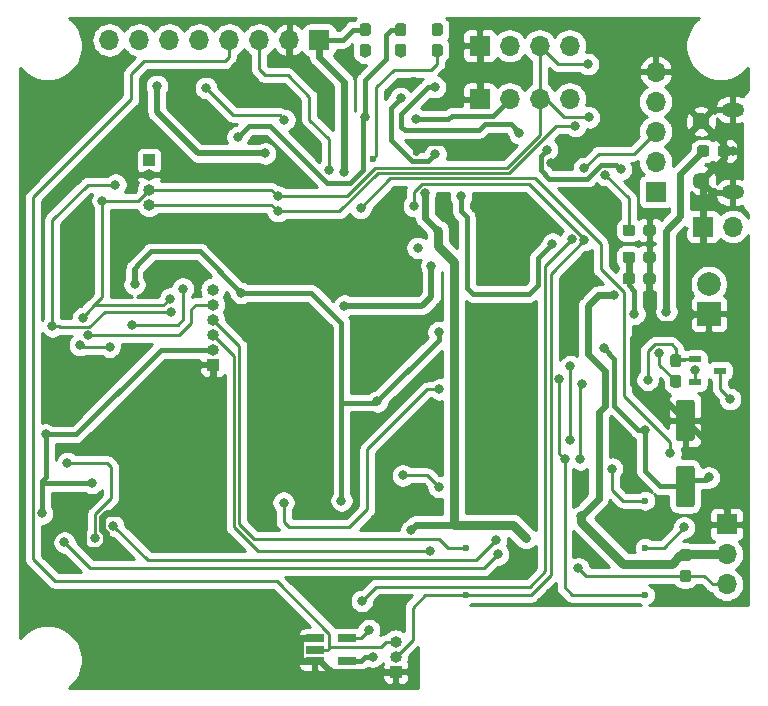
<source format=gbr>
G04 #@! TF.GenerationSoftware,KiCad,Pcbnew,5.1.2-f72e74a~84~ubuntu18.04.1*
G04 #@! TF.CreationDate,2019-07-03T17:08:05+08:00*
G04 #@! TF.ProjectId,cowin-tryout,636f7769-6e2d-4747-9279-6f75742e6b69,rev?*
G04 #@! TF.SameCoordinates,Original*
G04 #@! TF.FileFunction,Copper,L2,Bot*
G04 #@! TF.FilePolarity,Positive*
%FSLAX46Y46*%
G04 Gerber Fmt 4.6, Leading zero omitted, Abs format (unit mm)*
G04 Created by KiCad (PCBNEW 5.1.2-f72e74a~84~ubuntu18.04.1) date 2019-07-03 17:08:05*
%MOMM*%
%LPD*%
G04 APERTURE LIST*
%ADD10C,2.000000*%
%ADD11R,2.000000X2.000000*%
%ADD12R,1.700000X1.700000*%
%ADD13O,1.700000X1.700000*%
%ADD14C,0.100000*%
%ADD15C,0.950000*%
%ADD16O,1.000000X1.000000*%
%ADD17R,1.000000X1.000000*%
%ADD18O,1.900000X1.200000*%
%ADD19C,1.450000*%
%ADD20R,1.560000X0.650000*%
%ADD21R,1.000000X0.600000*%
%ADD22C,1.600000*%
%ADD23C,0.800000*%
%ADD24C,0.600000*%
%ADD25C,0.400000*%
%ADD26C,0.600000*%
%ADD27C,0.500000*%
%ADD28C,0.250000*%
%ADD29C,0.800000*%
%ADD30C,0.254000*%
G04 APERTURE END LIST*
D10*
X114000000Y-76160000D03*
D11*
X114000000Y-78700000D03*
D12*
X94600000Y-56000000D03*
D13*
X97140000Y-56000000D03*
X99680000Y-56000000D03*
X102220000Y-56000000D03*
D12*
X94600000Y-60500000D03*
D13*
X97140000Y-60500000D03*
X99680000Y-60500000D03*
X102220000Y-60500000D03*
X109500000Y-58190000D03*
X109500000Y-60730000D03*
X109500000Y-63270000D03*
X109500000Y-65810000D03*
D12*
X109500000Y-68350000D03*
D14*
G36*
X85160779Y-55851144D02*
G01*
X85183834Y-55854563D01*
X85206443Y-55860227D01*
X85228387Y-55868079D01*
X85249457Y-55878044D01*
X85269448Y-55890026D01*
X85288168Y-55903910D01*
X85305438Y-55919562D01*
X85321090Y-55936832D01*
X85334974Y-55955552D01*
X85346956Y-55975543D01*
X85356921Y-55996613D01*
X85364773Y-56018557D01*
X85370437Y-56041166D01*
X85373856Y-56064221D01*
X85375000Y-56087500D01*
X85375000Y-56662500D01*
X85373856Y-56685779D01*
X85370437Y-56708834D01*
X85364773Y-56731443D01*
X85356921Y-56753387D01*
X85346956Y-56774457D01*
X85334974Y-56794448D01*
X85321090Y-56813168D01*
X85305438Y-56830438D01*
X85288168Y-56846090D01*
X85269448Y-56859974D01*
X85249457Y-56871956D01*
X85228387Y-56881921D01*
X85206443Y-56889773D01*
X85183834Y-56895437D01*
X85160779Y-56898856D01*
X85137500Y-56900000D01*
X84662500Y-56900000D01*
X84639221Y-56898856D01*
X84616166Y-56895437D01*
X84593557Y-56889773D01*
X84571613Y-56881921D01*
X84550543Y-56871956D01*
X84530552Y-56859974D01*
X84511832Y-56846090D01*
X84494562Y-56830438D01*
X84478910Y-56813168D01*
X84465026Y-56794448D01*
X84453044Y-56774457D01*
X84443079Y-56753387D01*
X84435227Y-56731443D01*
X84429563Y-56708834D01*
X84426144Y-56685779D01*
X84425000Y-56662500D01*
X84425000Y-56087500D01*
X84426144Y-56064221D01*
X84429563Y-56041166D01*
X84435227Y-56018557D01*
X84443079Y-55996613D01*
X84453044Y-55975543D01*
X84465026Y-55955552D01*
X84478910Y-55936832D01*
X84494562Y-55919562D01*
X84511832Y-55903910D01*
X84530552Y-55890026D01*
X84550543Y-55878044D01*
X84571613Y-55868079D01*
X84593557Y-55860227D01*
X84616166Y-55854563D01*
X84639221Y-55851144D01*
X84662500Y-55850000D01*
X85137500Y-55850000D01*
X85160779Y-55851144D01*
X85160779Y-55851144D01*
G37*
D15*
X84900000Y-56375000D03*
D14*
G36*
X85160779Y-54101144D02*
G01*
X85183834Y-54104563D01*
X85206443Y-54110227D01*
X85228387Y-54118079D01*
X85249457Y-54128044D01*
X85269448Y-54140026D01*
X85288168Y-54153910D01*
X85305438Y-54169562D01*
X85321090Y-54186832D01*
X85334974Y-54205552D01*
X85346956Y-54225543D01*
X85356921Y-54246613D01*
X85364773Y-54268557D01*
X85370437Y-54291166D01*
X85373856Y-54314221D01*
X85375000Y-54337500D01*
X85375000Y-54912500D01*
X85373856Y-54935779D01*
X85370437Y-54958834D01*
X85364773Y-54981443D01*
X85356921Y-55003387D01*
X85346956Y-55024457D01*
X85334974Y-55044448D01*
X85321090Y-55063168D01*
X85305438Y-55080438D01*
X85288168Y-55096090D01*
X85269448Y-55109974D01*
X85249457Y-55121956D01*
X85228387Y-55131921D01*
X85206443Y-55139773D01*
X85183834Y-55145437D01*
X85160779Y-55148856D01*
X85137500Y-55150000D01*
X84662500Y-55150000D01*
X84639221Y-55148856D01*
X84616166Y-55145437D01*
X84593557Y-55139773D01*
X84571613Y-55131921D01*
X84550543Y-55121956D01*
X84530552Y-55109974D01*
X84511832Y-55096090D01*
X84494562Y-55080438D01*
X84478910Y-55063168D01*
X84465026Y-55044448D01*
X84453044Y-55024457D01*
X84443079Y-55003387D01*
X84435227Y-54981443D01*
X84429563Y-54958834D01*
X84426144Y-54935779D01*
X84425000Y-54912500D01*
X84425000Y-54337500D01*
X84426144Y-54314221D01*
X84429563Y-54291166D01*
X84435227Y-54268557D01*
X84443079Y-54246613D01*
X84453044Y-54225543D01*
X84465026Y-54205552D01*
X84478910Y-54186832D01*
X84494562Y-54169562D01*
X84511832Y-54153910D01*
X84530552Y-54140026D01*
X84550543Y-54128044D01*
X84571613Y-54118079D01*
X84593557Y-54110227D01*
X84616166Y-54104563D01*
X84639221Y-54101144D01*
X84662500Y-54100000D01*
X85137500Y-54100000D01*
X85160779Y-54101144D01*
X85160779Y-54101144D01*
G37*
D15*
X84900000Y-54625000D03*
D14*
G36*
X112260779Y-100351144D02*
G01*
X112283834Y-100354563D01*
X112306443Y-100360227D01*
X112328387Y-100368079D01*
X112349457Y-100378044D01*
X112369448Y-100390026D01*
X112388168Y-100403910D01*
X112405438Y-100419562D01*
X112421090Y-100436832D01*
X112434974Y-100455552D01*
X112446956Y-100475543D01*
X112456921Y-100496613D01*
X112464773Y-100518557D01*
X112470437Y-100541166D01*
X112473856Y-100564221D01*
X112475000Y-100587500D01*
X112475000Y-101162500D01*
X112473856Y-101185779D01*
X112470437Y-101208834D01*
X112464773Y-101231443D01*
X112456921Y-101253387D01*
X112446956Y-101274457D01*
X112434974Y-101294448D01*
X112421090Y-101313168D01*
X112405438Y-101330438D01*
X112388168Y-101346090D01*
X112369448Y-101359974D01*
X112349457Y-101371956D01*
X112328387Y-101381921D01*
X112306443Y-101389773D01*
X112283834Y-101395437D01*
X112260779Y-101398856D01*
X112237500Y-101400000D01*
X111762500Y-101400000D01*
X111739221Y-101398856D01*
X111716166Y-101395437D01*
X111693557Y-101389773D01*
X111671613Y-101381921D01*
X111650543Y-101371956D01*
X111630552Y-101359974D01*
X111611832Y-101346090D01*
X111594562Y-101330438D01*
X111578910Y-101313168D01*
X111565026Y-101294448D01*
X111553044Y-101274457D01*
X111543079Y-101253387D01*
X111535227Y-101231443D01*
X111529563Y-101208834D01*
X111526144Y-101185779D01*
X111525000Y-101162500D01*
X111525000Y-100587500D01*
X111526144Y-100564221D01*
X111529563Y-100541166D01*
X111535227Y-100518557D01*
X111543079Y-100496613D01*
X111553044Y-100475543D01*
X111565026Y-100455552D01*
X111578910Y-100436832D01*
X111594562Y-100419562D01*
X111611832Y-100403910D01*
X111630552Y-100390026D01*
X111650543Y-100378044D01*
X111671613Y-100368079D01*
X111693557Y-100360227D01*
X111716166Y-100354563D01*
X111739221Y-100351144D01*
X111762500Y-100350000D01*
X112237500Y-100350000D01*
X112260779Y-100351144D01*
X112260779Y-100351144D01*
G37*
D15*
X112000000Y-100875000D03*
D14*
G36*
X112260779Y-98601144D02*
G01*
X112283834Y-98604563D01*
X112306443Y-98610227D01*
X112328387Y-98618079D01*
X112349457Y-98628044D01*
X112369448Y-98640026D01*
X112388168Y-98653910D01*
X112405438Y-98669562D01*
X112421090Y-98686832D01*
X112434974Y-98705552D01*
X112446956Y-98725543D01*
X112456921Y-98746613D01*
X112464773Y-98768557D01*
X112470437Y-98791166D01*
X112473856Y-98814221D01*
X112475000Y-98837500D01*
X112475000Y-99412500D01*
X112473856Y-99435779D01*
X112470437Y-99458834D01*
X112464773Y-99481443D01*
X112456921Y-99503387D01*
X112446956Y-99524457D01*
X112434974Y-99544448D01*
X112421090Y-99563168D01*
X112405438Y-99580438D01*
X112388168Y-99596090D01*
X112369448Y-99609974D01*
X112349457Y-99621956D01*
X112328387Y-99631921D01*
X112306443Y-99639773D01*
X112283834Y-99645437D01*
X112260779Y-99648856D01*
X112237500Y-99650000D01*
X111762500Y-99650000D01*
X111739221Y-99648856D01*
X111716166Y-99645437D01*
X111693557Y-99639773D01*
X111671613Y-99631921D01*
X111650543Y-99621956D01*
X111630552Y-99609974D01*
X111611832Y-99596090D01*
X111594562Y-99580438D01*
X111578910Y-99563168D01*
X111565026Y-99544448D01*
X111553044Y-99524457D01*
X111543079Y-99503387D01*
X111535227Y-99481443D01*
X111529563Y-99458834D01*
X111526144Y-99435779D01*
X111525000Y-99412500D01*
X111525000Y-98837500D01*
X111526144Y-98814221D01*
X111529563Y-98791166D01*
X111535227Y-98768557D01*
X111543079Y-98746613D01*
X111553044Y-98725543D01*
X111565026Y-98705552D01*
X111578910Y-98686832D01*
X111594562Y-98669562D01*
X111611832Y-98653910D01*
X111630552Y-98640026D01*
X111650543Y-98628044D01*
X111671613Y-98618079D01*
X111693557Y-98610227D01*
X111716166Y-98604563D01*
X111739221Y-98601144D01*
X111762500Y-98600000D01*
X112237500Y-98600000D01*
X112260779Y-98601144D01*
X112260779Y-98601144D01*
G37*
D15*
X112000000Y-99125000D03*
D13*
X115500000Y-101580000D03*
X115500000Y-99040000D03*
D12*
X115500000Y-96500000D03*
D16*
X87500000Y-106460000D03*
X87500000Y-107730000D03*
D17*
X87500000Y-109000000D03*
D14*
G36*
X91260779Y-54101144D02*
G01*
X91283834Y-54104563D01*
X91306443Y-54110227D01*
X91328387Y-54118079D01*
X91349457Y-54128044D01*
X91369448Y-54140026D01*
X91388168Y-54153910D01*
X91405438Y-54169562D01*
X91421090Y-54186832D01*
X91434974Y-54205552D01*
X91446956Y-54225543D01*
X91456921Y-54246613D01*
X91464773Y-54268557D01*
X91470437Y-54291166D01*
X91473856Y-54314221D01*
X91475000Y-54337500D01*
X91475000Y-54912500D01*
X91473856Y-54935779D01*
X91470437Y-54958834D01*
X91464773Y-54981443D01*
X91456921Y-55003387D01*
X91446956Y-55024457D01*
X91434974Y-55044448D01*
X91421090Y-55063168D01*
X91405438Y-55080438D01*
X91388168Y-55096090D01*
X91369448Y-55109974D01*
X91349457Y-55121956D01*
X91328387Y-55131921D01*
X91306443Y-55139773D01*
X91283834Y-55145437D01*
X91260779Y-55148856D01*
X91237500Y-55150000D01*
X90762500Y-55150000D01*
X90739221Y-55148856D01*
X90716166Y-55145437D01*
X90693557Y-55139773D01*
X90671613Y-55131921D01*
X90650543Y-55121956D01*
X90630552Y-55109974D01*
X90611832Y-55096090D01*
X90594562Y-55080438D01*
X90578910Y-55063168D01*
X90565026Y-55044448D01*
X90553044Y-55024457D01*
X90543079Y-55003387D01*
X90535227Y-54981443D01*
X90529563Y-54958834D01*
X90526144Y-54935779D01*
X90525000Y-54912500D01*
X90525000Y-54337500D01*
X90526144Y-54314221D01*
X90529563Y-54291166D01*
X90535227Y-54268557D01*
X90543079Y-54246613D01*
X90553044Y-54225543D01*
X90565026Y-54205552D01*
X90578910Y-54186832D01*
X90594562Y-54169562D01*
X90611832Y-54153910D01*
X90630552Y-54140026D01*
X90650543Y-54128044D01*
X90671613Y-54118079D01*
X90693557Y-54110227D01*
X90716166Y-54104563D01*
X90739221Y-54101144D01*
X90762500Y-54100000D01*
X91237500Y-54100000D01*
X91260779Y-54101144D01*
X91260779Y-54101144D01*
G37*
D15*
X91000000Y-54625000D03*
D14*
G36*
X91260779Y-55851144D02*
G01*
X91283834Y-55854563D01*
X91306443Y-55860227D01*
X91328387Y-55868079D01*
X91349457Y-55878044D01*
X91369448Y-55890026D01*
X91388168Y-55903910D01*
X91405438Y-55919562D01*
X91421090Y-55936832D01*
X91434974Y-55955552D01*
X91446956Y-55975543D01*
X91456921Y-55996613D01*
X91464773Y-56018557D01*
X91470437Y-56041166D01*
X91473856Y-56064221D01*
X91475000Y-56087500D01*
X91475000Y-56662500D01*
X91473856Y-56685779D01*
X91470437Y-56708834D01*
X91464773Y-56731443D01*
X91456921Y-56753387D01*
X91446956Y-56774457D01*
X91434974Y-56794448D01*
X91421090Y-56813168D01*
X91405438Y-56830438D01*
X91388168Y-56846090D01*
X91369448Y-56859974D01*
X91349457Y-56871956D01*
X91328387Y-56881921D01*
X91306443Y-56889773D01*
X91283834Y-56895437D01*
X91260779Y-56898856D01*
X91237500Y-56900000D01*
X90762500Y-56900000D01*
X90739221Y-56898856D01*
X90716166Y-56895437D01*
X90693557Y-56889773D01*
X90671613Y-56881921D01*
X90650543Y-56871956D01*
X90630552Y-56859974D01*
X90611832Y-56846090D01*
X90594562Y-56830438D01*
X90578910Y-56813168D01*
X90565026Y-56794448D01*
X90553044Y-56774457D01*
X90543079Y-56753387D01*
X90535227Y-56731443D01*
X90529563Y-56708834D01*
X90526144Y-56685779D01*
X90525000Y-56662500D01*
X90525000Y-56087500D01*
X90526144Y-56064221D01*
X90529563Y-56041166D01*
X90535227Y-56018557D01*
X90543079Y-55996613D01*
X90553044Y-55975543D01*
X90565026Y-55955552D01*
X90578910Y-55936832D01*
X90594562Y-55919562D01*
X90611832Y-55903910D01*
X90630552Y-55890026D01*
X90650543Y-55878044D01*
X90671613Y-55868079D01*
X90693557Y-55860227D01*
X90716166Y-55854563D01*
X90739221Y-55851144D01*
X90762500Y-55850000D01*
X91237500Y-55850000D01*
X91260779Y-55851144D01*
X91260779Y-55851144D01*
G37*
D15*
X91000000Y-56375000D03*
D14*
G36*
X88160779Y-55851144D02*
G01*
X88183834Y-55854563D01*
X88206443Y-55860227D01*
X88228387Y-55868079D01*
X88249457Y-55878044D01*
X88269448Y-55890026D01*
X88288168Y-55903910D01*
X88305438Y-55919562D01*
X88321090Y-55936832D01*
X88334974Y-55955552D01*
X88346956Y-55975543D01*
X88356921Y-55996613D01*
X88364773Y-56018557D01*
X88370437Y-56041166D01*
X88373856Y-56064221D01*
X88375000Y-56087500D01*
X88375000Y-56662500D01*
X88373856Y-56685779D01*
X88370437Y-56708834D01*
X88364773Y-56731443D01*
X88356921Y-56753387D01*
X88346956Y-56774457D01*
X88334974Y-56794448D01*
X88321090Y-56813168D01*
X88305438Y-56830438D01*
X88288168Y-56846090D01*
X88269448Y-56859974D01*
X88249457Y-56871956D01*
X88228387Y-56881921D01*
X88206443Y-56889773D01*
X88183834Y-56895437D01*
X88160779Y-56898856D01*
X88137500Y-56900000D01*
X87662500Y-56900000D01*
X87639221Y-56898856D01*
X87616166Y-56895437D01*
X87593557Y-56889773D01*
X87571613Y-56881921D01*
X87550543Y-56871956D01*
X87530552Y-56859974D01*
X87511832Y-56846090D01*
X87494562Y-56830438D01*
X87478910Y-56813168D01*
X87465026Y-56794448D01*
X87453044Y-56774457D01*
X87443079Y-56753387D01*
X87435227Y-56731443D01*
X87429563Y-56708834D01*
X87426144Y-56685779D01*
X87425000Y-56662500D01*
X87425000Y-56087500D01*
X87426144Y-56064221D01*
X87429563Y-56041166D01*
X87435227Y-56018557D01*
X87443079Y-55996613D01*
X87453044Y-55975543D01*
X87465026Y-55955552D01*
X87478910Y-55936832D01*
X87494562Y-55919562D01*
X87511832Y-55903910D01*
X87530552Y-55890026D01*
X87550543Y-55878044D01*
X87571613Y-55868079D01*
X87593557Y-55860227D01*
X87616166Y-55854563D01*
X87639221Y-55851144D01*
X87662500Y-55850000D01*
X88137500Y-55850000D01*
X88160779Y-55851144D01*
X88160779Y-55851144D01*
G37*
D15*
X87900000Y-56375000D03*
D14*
G36*
X88160779Y-54101144D02*
G01*
X88183834Y-54104563D01*
X88206443Y-54110227D01*
X88228387Y-54118079D01*
X88249457Y-54128044D01*
X88269448Y-54140026D01*
X88288168Y-54153910D01*
X88305438Y-54169562D01*
X88321090Y-54186832D01*
X88334974Y-54205552D01*
X88346956Y-54225543D01*
X88356921Y-54246613D01*
X88364773Y-54268557D01*
X88370437Y-54291166D01*
X88373856Y-54314221D01*
X88375000Y-54337500D01*
X88375000Y-54912500D01*
X88373856Y-54935779D01*
X88370437Y-54958834D01*
X88364773Y-54981443D01*
X88356921Y-55003387D01*
X88346956Y-55024457D01*
X88334974Y-55044448D01*
X88321090Y-55063168D01*
X88305438Y-55080438D01*
X88288168Y-55096090D01*
X88269448Y-55109974D01*
X88249457Y-55121956D01*
X88228387Y-55131921D01*
X88206443Y-55139773D01*
X88183834Y-55145437D01*
X88160779Y-55148856D01*
X88137500Y-55150000D01*
X87662500Y-55150000D01*
X87639221Y-55148856D01*
X87616166Y-55145437D01*
X87593557Y-55139773D01*
X87571613Y-55131921D01*
X87550543Y-55121956D01*
X87530552Y-55109974D01*
X87511832Y-55096090D01*
X87494562Y-55080438D01*
X87478910Y-55063168D01*
X87465026Y-55044448D01*
X87453044Y-55024457D01*
X87443079Y-55003387D01*
X87435227Y-54981443D01*
X87429563Y-54958834D01*
X87426144Y-54935779D01*
X87425000Y-54912500D01*
X87425000Y-54337500D01*
X87426144Y-54314221D01*
X87429563Y-54291166D01*
X87435227Y-54268557D01*
X87443079Y-54246613D01*
X87453044Y-54225543D01*
X87465026Y-54205552D01*
X87478910Y-54186832D01*
X87494562Y-54169562D01*
X87511832Y-54153910D01*
X87530552Y-54140026D01*
X87550543Y-54128044D01*
X87571613Y-54118079D01*
X87593557Y-54110227D01*
X87616166Y-54104563D01*
X87639221Y-54101144D01*
X87662500Y-54100000D01*
X88137500Y-54100000D01*
X88160779Y-54101144D01*
X88160779Y-54101144D01*
G37*
D15*
X87900000Y-54625000D03*
D18*
X116037500Y-61400000D03*
X116037500Y-68400000D03*
D19*
X113337500Y-62400000D03*
X113337500Y-67400000D03*
D20*
X80650000Y-108075000D03*
X80650000Y-107125000D03*
X80650000Y-106175000D03*
X83350000Y-106175000D03*
X83350000Y-108075000D03*
D14*
G36*
X111460779Y-83876144D02*
G01*
X111483834Y-83879563D01*
X111506443Y-83885227D01*
X111528387Y-83893079D01*
X111549457Y-83903044D01*
X111569448Y-83915026D01*
X111588168Y-83928910D01*
X111605438Y-83944562D01*
X111621090Y-83961832D01*
X111634974Y-83980552D01*
X111646956Y-84000543D01*
X111656921Y-84021613D01*
X111664773Y-84043557D01*
X111670437Y-84066166D01*
X111673856Y-84089221D01*
X111675000Y-84112500D01*
X111675000Y-84687500D01*
X111673856Y-84710779D01*
X111670437Y-84733834D01*
X111664773Y-84756443D01*
X111656921Y-84778387D01*
X111646956Y-84799457D01*
X111634974Y-84819448D01*
X111621090Y-84838168D01*
X111605438Y-84855438D01*
X111588168Y-84871090D01*
X111569448Y-84884974D01*
X111549457Y-84896956D01*
X111528387Y-84906921D01*
X111506443Y-84914773D01*
X111483834Y-84920437D01*
X111460779Y-84923856D01*
X111437500Y-84925000D01*
X110962500Y-84925000D01*
X110939221Y-84923856D01*
X110916166Y-84920437D01*
X110893557Y-84914773D01*
X110871613Y-84906921D01*
X110850543Y-84896956D01*
X110830552Y-84884974D01*
X110811832Y-84871090D01*
X110794562Y-84855438D01*
X110778910Y-84838168D01*
X110765026Y-84819448D01*
X110753044Y-84799457D01*
X110743079Y-84778387D01*
X110735227Y-84756443D01*
X110729563Y-84733834D01*
X110726144Y-84710779D01*
X110725000Y-84687500D01*
X110725000Y-84112500D01*
X110726144Y-84089221D01*
X110729563Y-84066166D01*
X110735227Y-84043557D01*
X110743079Y-84021613D01*
X110753044Y-84000543D01*
X110765026Y-83980552D01*
X110778910Y-83961832D01*
X110794562Y-83944562D01*
X110811832Y-83928910D01*
X110830552Y-83915026D01*
X110850543Y-83903044D01*
X110871613Y-83893079D01*
X110893557Y-83885227D01*
X110916166Y-83879563D01*
X110939221Y-83876144D01*
X110962500Y-83875000D01*
X111437500Y-83875000D01*
X111460779Y-83876144D01*
X111460779Y-83876144D01*
G37*
D15*
X111200000Y-84400000D03*
D14*
G36*
X111460779Y-82126144D02*
G01*
X111483834Y-82129563D01*
X111506443Y-82135227D01*
X111528387Y-82143079D01*
X111549457Y-82153044D01*
X111569448Y-82165026D01*
X111588168Y-82178910D01*
X111605438Y-82194562D01*
X111621090Y-82211832D01*
X111634974Y-82230552D01*
X111646956Y-82250543D01*
X111656921Y-82271613D01*
X111664773Y-82293557D01*
X111670437Y-82316166D01*
X111673856Y-82339221D01*
X111675000Y-82362500D01*
X111675000Y-82937500D01*
X111673856Y-82960779D01*
X111670437Y-82983834D01*
X111664773Y-83006443D01*
X111656921Y-83028387D01*
X111646956Y-83049457D01*
X111634974Y-83069448D01*
X111621090Y-83088168D01*
X111605438Y-83105438D01*
X111588168Y-83121090D01*
X111569448Y-83134974D01*
X111549457Y-83146956D01*
X111528387Y-83156921D01*
X111506443Y-83164773D01*
X111483834Y-83170437D01*
X111460779Y-83173856D01*
X111437500Y-83175000D01*
X110962500Y-83175000D01*
X110939221Y-83173856D01*
X110916166Y-83170437D01*
X110893557Y-83164773D01*
X110871613Y-83156921D01*
X110850543Y-83146956D01*
X110830552Y-83134974D01*
X110811832Y-83121090D01*
X110794562Y-83105438D01*
X110778910Y-83088168D01*
X110765026Y-83069448D01*
X110753044Y-83049457D01*
X110743079Y-83028387D01*
X110735227Y-83006443D01*
X110729563Y-82983834D01*
X110726144Y-82960779D01*
X110725000Y-82937500D01*
X110725000Y-82362500D01*
X110726144Y-82339221D01*
X110729563Y-82316166D01*
X110735227Y-82293557D01*
X110743079Y-82271613D01*
X110753044Y-82250543D01*
X110765026Y-82230552D01*
X110778910Y-82211832D01*
X110794562Y-82194562D01*
X110811832Y-82178910D01*
X110830552Y-82165026D01*
X110850543Y-82153044D01*
X110871613Y-82143079D01*
X110893557Y-82135227D01*
X110916166Y-82129563D01*
X110939221Y-82126144D01*
X110962500Y-82125000D01*
X111437500Y-82125000D01*
X111460779Y-82126144D01*
X111460779Y-82126144D01*
G37*
D15*
X111200000Y-82650000D03*
D21*
X112840000Y-84450000D03*
X114960000Y-83500000D03*
X112840000Y-82550000D03*
D13*
X116040000Y-71300000D03*
D12*
X113500000Y-71300000D03*
D17*
X72000000Y-83000000D03*
D16*
X72000000Y-81730000D03*
X72000000Y-80460000D03*
X72000000Y-79190000D03*
X72000000Y-77920000D03*
X72000000Y-76650000D03*
D13*
X63220000Y-55500000D03*
X65760000Y-55500000D03*
X68300000Y-55500000D03*
X70840000Y-55500000D03*
X73380000Y-55500000D03*
X75920000Y-55500000D03*
X78460000Y-55500000D03*
D12*
X81000000Y-55500000D03*
D17*
X66600000Y-65660000D03*
D16*
X66600000Y-66930000D03*
X66600000Y-68200000D03*
X66600000Y-69470000D03*
D14*
G36*
X109285779Y-71126144D02*
G01*
X109308834Y-71129563D01*
X109331443Y-71135227D01*
X109353387Y-71143079D01*
X109374457Y-71153044D01*
X109394448Y-71165026D01*
X109413168Y-71178910D01*
X109430438Y-71194562D01*
X109446090Y-71211832D01*
X109459974Y-71230552D01*
X109471956Y-71250543D01*
X109481921Y-71271613D01*
X109489773Y-71293557D01*
X109495437Y-71316166D01*
X109498856Y-71339221D01*
X109500000Y-71362500D01*
X109500000Y-71837500D01*
X109498856Y-71860779D01*
X109495437Y-71883834D01*
X109489773Y-71906443D01*
X109481921Y-71928387D01*
X109471956Y-71949457D01*
X109459974Y-71969448D01*
X109446090Y-71988168D01*
X109430438Y-72005438D01*
X109413168Y-72021090D01*
X109394448Y-72034974D01*
X109374457Y-72046956D01*
X109353387Y-72056921D01*
X109331443Y-72064773D01*
X109308834Y-72070437D01*
X109285779Y-72073856D01*
X109262500Y-72075000D01*
X108687500Y-72075000D01*
X108664221Y-72073856D01*
X108641166Y-72070437D01*
X108618557Y-72064773D01*
X108596613Y-72056921D01*
X108575543Y-72046956D01*
X108555552Y-72034974D01*
X108536832Y-72021090D01*
X108519562Y-72005438D01*
X108503910Y-71988168D01*
X108490026Y-71969448D01*
X108478044Y-71949457D01*
X108468079Y-71928387D01*
X108460227Y-71906443D01*
X108454563Y-71883834D01*
X108451144Y-71860779D01*
X108450000Y-71837500D01*
X108450000Y-71362500D01*
X108451144Y-71339221D01*
X108454563Y-71316166D01*
X108460227Y-71293557D01*
X108468079Y-71271613D01*
X108478044Y-71250543D01*
X108490026Y-71230552D01*
X108503910Y-71211832D01*
X108519562Y-71194562D01*
X108536832Y-71178910D01*
X108555552Y-71165026D01*
X108575543Y-71153044D01*
X108596613Y-71143079D01*
X108618557Y-71135227D01*
X108641166Y-71129563D01*
X108664221Y-71126144D01*
X108687500Y-71125000D01*
X109262500Y-71125000D01*
X109285779Y-71126144D01*
X109285779Y-71126144D01*
G37*
D15*
X108975000Y-71600000D03*
D14*
G36*
X107535779Y-71126144D02*
G01*
X107558834Y-71129563D01*
X107581443Y-71135227D01*
X107603387Y-71143079D01*
X107624457Y-71153044D01*
X107644448Y-71165026D01*
X107663168Y-71178910D01*
X107680438Y-71194562D01*
X107696090Y-71211832D01*
X107709974Y-71230552D01*
X107721956Y-71250543D01*
X107731921Y-71271613D01*
X107739773Y-71293557D01*
X107745437Y-71316166D01*
X107748856Y-71339221D01*
X107750000Y-71362500D01*
X107750000Y-71837500D01*
X107748856Y-71860779D01*
X107745437Y-71883834D01*
X107739773Y-71906443D01*
X107731921Y-71928387D01*
X107721956Y-71949457D01*
X107709974Y-71969448D01*
X107696090Y-71988168D01*
X107680438Y-72005438D01*
X107663168Y-72021090D01*
X107644448Y-72034974D01*
X107624457Y-72046956D01*
X107603387Y-72056921D01*
X107581443Y-72064773D01*
X107558834Y-72070437D01*
X107535779Y-72073856D01*
X107512500Y-72075000D01*
X106937500Y-72075000D01*
X106914221Y-72073856D01*
X106891166Y-72070437D01*
X106868557Y-72064773D01*
X106846613Y-72056921D01*
X106825543Y-72046956D01*
X106805552Y-72034974D01*
X106786832Y-72021090D01*
X106769562Y-72005438D01*
X106753910Y-71988168D01*
X106740026Y-71969448D01*
X106728044Y-71949457D01*
X106718079Y-71928387D01*
X106710227Y-71906443D01*
X106704563Y-71883834D01*
X106701144Y-71860779D01*
X106700000Y-71837500D01*
X106700000Y-71362500D01*
X106701144Y-71339221D01*
X106704563Y-71316166D01*
X106710227Y-71293557D01*
X106718079Y-71271613D01*
X106728044Y-71250543D01*
X106740026Y-71230552D01*
X106753910Y-71211832D01*
X106769562Y-71194562D01*
X106786832Y-71178910D01*
X106805552Y-71165026D01*
X106825543Y-71153044D01*
X106846613Y-71143079D01*
X106868557Y-71135227D01*
X106891166Y-71129563D01*
X106914221Y-71126144D01*
X106937500Y-71125000D01*
X107512500Y-71125000D01*
X107535779Y-71126144D01*
X107535779Y-71126144D01*
G37*
D15*
X107225000Y-71600000D03*
D14*
G36*
X109285779Y-73426144D02*
G01*
X109308834Y-73429563D01*
X109331443Y-73435227D01*
X109353387Y-73443079D01*
X109374457Y-73453044D01*
X109394448Y-73465026D01*
X109413168Y-73478910D01*
X109430438Y-73494562D01*
X109446090Y-73511832D01*
X109459974Y-73530552D01*
X109471956Y-73550543D01*
X109481921Y-73571613D01*
X109489773Y-73593557D01*
X109495437Y-73616166D01*
X109498856Y-73639221D01*
X109500000Y-73662500D01*
X109500000Y-74137500D01*
X109498856Y-74160779D01*
X109495437Y-74183834D01*
X109489773Y-74206443D01*
X109481921Y-74228387D01*
X109471956Y-74249457D01*
X109459974Y-74269448D01*
X109446090Y-74288168D01*
X109430438Y-74305438D01*
X109413168Y-74321090D01*
X109394448Y-74334974D01*
X109374457Y-74346956D01*
X109353387Y-74356921D01*
X109331443Y-74364773D01*
X109308834Y-74370437D01*
X109285779Y-74373856D01*
X109262500Y-74375000D01*
X108687500Y-74375000D01*
X108664221Y-74373856D01*
X108641166Y-74370437D01*
X108618557Y-74364773D01*
X108596613Y-74356921D01*
X108575543Y-74346956D01*
X108555552Y-74334974D01*
X108536832Y-74321090D01*
X108519562Y-74305438D01*
X108503910Y-74288168D01*
X108490026Y-74269448D01*
X108478044Y-74249457D01*
X108468079Y-74228387D01*
X108460227Y-74206443D01*
X108454563Y-74183834D01*
X108451144Y-74160779D01*
X108450000Y-74137500D01*
X108450000Y-73662500D01*
X108451144Y-73639221D01*
X108454563Y-73616166D01*
X108460227Y-73593557D01*
X108468079Y-73571613D01*
X108478044Y-73550543D01*
X108490026Y-73530552D01*
X108503910Y-73511832D01*
X108519562Y-73494562D01*
X108536832Y-73478910D01*
X108555552Y-73465026D01*
X108575543Y-73453044D01*
X108596613Y-73443079D01*
X108618557Y-73435227D01*
X108641166Y-73429563D01*
X108664221Y-73426144D01*
X108687500Y-73425000D01*
X109262500Y-73425000D01*
X109285779Y-73426144D01*
X109285779Y-73426144D01*
G37*
D15*
X108975000Y-73900000D03*
D14*
G36*
X107535779Y-73426144D02*
G01*
X107558834Y-73429563D01*
X107581443Y-73435227D01*
X107603387Y-73443079D01*
X107624457Y-73453044D01*
X107644448Y-73465026D01*
X107663168Y-73478910D01*
X107680438Y-73494562D01*
X107696090Y-73511832D01*
X107709974Y-73530552D01*
X107721956Y-73550543D01*
X107731921Y-73571613D01*
X107739773Y-73593557D01*
X107745437Y-73616166D01*
X107748856Y-73639221D01*
X107750000Y-73662500D01*
X107750000Y-74137500D01*
X107748856Y-74160779D01*
X107745437Y-74183834D01*
X107739773Y-74206443D01*
X107731921Y-74228387D01*
X107721956Y-74249457D01*
X107709974Y-74269448D01*
X107696090Y-74288168D01*
X107680438Y-74305438D01*
X107663168Y-74321090D01*
X107644448Y-74334974D01*
X107624457Y-74346956D01*
X107603387Y-74356921D01*
X107581443Y-74364773D01*
X107558834Y-74370437D01*
X107535779Y-74373856D01*
X107512500Y-74375000D01*
X106937500Y-74375000D01*
X106914221Y-74373856D01*
X106891166Y-74370437D01*
X106868557Y-74364773D01*
X106846613Y-74356921D01*
X106825543Y-74346956D01*
X106805552Y-74334974D01*
X106786832Y-74321090D01*
X106769562Y-74305438D01*
X106753910Y-74288168D01*
X106740026Y-74269448D01*
X106728044Y-74249457D01*
X106718079Y-74228387D01*
X106710227Y-74206443D01*
X106704563Y-74183834D01*
X106701144Y-74160779D01*
X106700000Y-74137500D01*
X106700000Y-73662500D01*
X106701144Y-73639221D01*
X106704563Y-73616166D01*
X106710227Y-73593557D01*
X106718079Y-73571613D01*
X106728044Y-73550543D01*
X106740026Y-73530552D01*
X106753910Y-73511832D01*
X106769562Y-73494562D01*
X106786832Y-73478910D01*
X106805552Y-73465026D01*
X106825543Y-73453044D01*
X106846613Y-73443079D01*
X106868557Y-73435227D01*
X106891166Y-73429563D01*
X106914221Y-73426144D01*
X106937500Y-73425000D01*
X107512500Y-73425000D01*
X107535779Y-73426144D01*
X107535779Y-73426144D01*
G37*
D15*
X107225000Y-73900000D03*
D14*
G36*
X109285779Y-75226144D02*
G01*
X109308834Y-75229563D01*
X109331443Y-75235227D01*
X109353387Y-75243079D01*
X109374457Y-75253044D01*
X109394448Y-75265026D01*
X109413168Y-75278910D01*
X109430438Y-75294562D01*
X109446090Y-75311832D01*
X109459974Y-75330552D01*
X109471956Y-75350543D01*
X109481921Y-75371613D01*
X109489773Y-75393557D01*
X109495437Y-75416166D01*
X109498856Y-75439221D01*
X109500000Y-75462500D01*
X109500000Y-75937500D01*
X109498856Y-75960779D01*
X109495437Y-75983834D01*
X109489773Y-76006443D01*
X109481921Y-76028387D01*
X109471956Y-76049457D01*
X109459974Y-76069448D01*
X109446090Y-76088168D01*
X109430438Y-76105438D01*
X109413168Y-76121090D01*
X109394448Y-76134974D01*
X109374457Y-76146956D01*
X109353387Y-76156921D01*
X109331443Y-76164773D01*
X109308834Y-76170437D01*
X109285779Y-76173856D01*
X109262500Y-76175000D01*
X108687500Y-76175000D01*
X108664221Y-76173856D01*
X108641166Y-76170437D01*
X108618557Y-76164773D01*
X108596613Y-76156921D01*
X108575543Y-76146956D01*
X108555552Y-76134974D01*
X108536832Y-76121090D01*
X108519562Y-76105438D01*
X108503910Y-76088168D01*
X108490026Y-76069448D01*
X108478044Y-76049457D01*
X108468079Y-76028387D01*
X108460227Y-76006443D01*
X108454563Y-75983834D01*
X108451144Y-75960779D01*
X108450000Y-75937500D01*
X108450000Y-75462500D01*
X108451144Y-75439221D01*
X108454563Y-75416166D01*
X108460227Y-75393557D01*
X108468079Y-75371613D01*
X108478044Y-75350543D01*
X108490026Y-75330552D01*
X108503910Y-75311832D01*
X108519562Y-75294562D01*
X108536832Y-75278910D01*
X108555552Y-75265026D01*
X108575543Y-75253044D01*
X108596613Y-75243079D01*
X108618557Y-75235227D01*
X108641166Y-75229563D01*
X108664221Y-75226144D01*
X108687500Y-75225000D01*
X109262500Y-75225000D01*
X109285779Y-75226144D01*
X109285779Y-75226144D01*
G37*
D15*
X108975000Y-75700000D03*
D14*
G36*
X107535779Y-75226144D02*
G01*
X107558834Y-75229563D01*
X107581443Y-75235227D01*
X107603387Y-75243079D01*
X107624457Y-75253044D01*
X107644448Y-75265026D01*
X107663168Y-75278910D01*
X107680438Y-75294562D01*
X107696090Y-75311832D01*
X107709974Y-75330552D01*
X107721956Y-75350543D01*
X107731921Y-75371613D01*
X107739773Y-75393557D01*
X107745437Y-75416166D01*
X107748856Y-75439221D01*
X107750000Y-75462500D01*
X107750000Y-75937500D01*
X107748856Y-75960779D01*
X107745437Y-75983834D01*
X107739773Y-76006443D01*
X107731921Y-76028387D01*
X107721956Y-76049457D01*
X107709974Y-76069448D01*
X107696090Y-76088168D01*
X107680438Y-76105438D01*
X107663168Y-76121090D01*
X107644448Y-76134974D01*
X107624457Y-76146956D01*
X107603387Y-76156921D01*
X107581443Y-76164773D01*
X107558834Y-76170437D01*
X107535779Y-76173856D01*
X107512500Y-76175000D01*
X106937500Y-76175000D01*
X106914221Y-76173856D01*
X106891166Y-76170437D01*
X106868557Y-76164773D01*
X106846613Y-76156921D01*
X106825543Y-76146956D01*
X106805552Y-76134974D01*
X106786832Y-76121090D01*
X106769562Y-76105438D01*
X106753910Y-76088168D01*
X106740026Y-76069448D01*
X106728044Y-76049457D01*
X106718079Y-76028387D01*
X106710227Y-76006443D01*
X106704563Y-75983834D01*
X106701144Y-75960779D01*
X106700000Y-75937500D01*
X106700000Y-75462500D01*
X106701144Y-75439221D01*
X106704563Y-75416166D01*
X106710227Y-75393557D01*
X106718079Y-75371613D01*
X106728044Y-75350543D01*
X106740026Y-75330552D01*
X106753910Y-75311832D01*
X106769562Y-75294562D01*
X106786832Y-75278910D01*
X106805552Y-75265026D01*
X106825543Y-75253044D01*
X106846613Y-75243079D01*
X106868557Y-75235227D01*
X106891166Y-75229563D01*
X106914221Y-75226144D01*
X106937500Y-75225000D01*
X107512500Y-75225000D01*
X107535779Y-75226144D01*
X107535779Y-75226144D01*
G37*
D15*
X107225000Y-75700000D03*
D14*
G36*
X113835779Y-64426144D02*
G01*
X113858834Y-64429563D01*
X113881443Y-64435227D01*
X113903387Y-64443079D01*
X113924457Y-64453044D01*
X113944448Y-64465026D01*
X113963168Y-64478910D01*
X113980438Y-64494562D01*
X113996090Y-64511832D01*
X114009974Y-64530552D01*
X114021956Y-64550543D01*
X114031921Y-64571613D01*
X114039773Y-64593557D01*
X114045437Y-64616166D01*
X114048856Y-64639221D01*
X114050000Y-64662500D01*
X114050000Y-65137500D01*
X114048856Y-65160779D01*
X114045437Y-65183834D01*
X114039773Y-65206443D01*
X114031921Y-65228387D01*
X114021956Y-65249457D01*
X114009974Y-65269448D01*
X113996090Y-65288168D01*
X113980438Y-65305438D01*
X113963168Y-65321090D01*
X113944448Y-65334974D01*
X113924457Y-65346956D01*
X113903387Y-65356921D01*
X113881443Y-65364773D01*
X113858834Y-65370437D01*
X113835779Y-65373856D01*
X113812500Y-65375000D01*
X113237500Y-65375000D01*
X113214221Y-65373856D01*
X113191166Y-65370437D01*
X113168557Y-65364773D01*
X113146613Y-65356921D01*
X113125543Y-65346956D01*
X113105552Y-65334974D01*
X113086832Y-65321090D01*
X113069562Y-65305438D01*
X113053910Y-65288168D01*
X113040026Y-65269448D01*
X113028044Y-65249457D01*
X113018079Y-65228387D01*
X113010227Y-65206443D01*
X113004563Y-65183834D01*
X113001144Y-65160779D01*
X113000000Y-65137500D01*
X113000000Y-64662500D01*
X113001144Y-64639221D01*
X113004563Y-64616166D01*
X113010227Y-64593557D01*
X113018079Y-64571613D01*
X113028044Y-64550543D01*
X113040026Y-64530552D01*
X113053910Y-64511832D01*
X113069562Y-64494562D01*
X113086832Y-64478910D01*
X113105552Y-64465026D01*
X113125543Y-64453044D01*
X113146613Y-64443079D01*
X113168557Y-64435227D01*
X113191166Y-64429563D01*
X113214221Y-64426144D01*
X113237500Y-64425000D01*
X113812500Y-64425000D01*
X113835779Y-64426144D01*
X113835779Y-64426144D01*
G37*
D15*
X113525000Y-64900000D03*
D14*
G36*
X115585779Y-64426144D02*
G01*
X115608834Y-64429563D01*
X115631443Y-64435227D01*
X115653387Y-64443079D01*
X115674457Y-64453044D01*
X115694448Y-64465026D01*
X115713168Y-64478910D01*
X115730438Y-64494562D01*
X115746090Y-64511832D01*
X115759974Y-64530552D01*
X115771956Y-64550543D01*
X115781921Y-64571613D01*
X115789773Y-64593557D01*
X115795437Y-64616166D01*
X115798856Y-64639221D01*
X115800000Y-64662500D01*
X115800000Y-65137500D01*
X115798856Y-65160779D01*
X115795437Y-65183834D01*
X115789773Y-65206443D01*
X115781921Y-65228387D01*
X115771956Y-65249457D01*
X115759974Y-65269448D01*
X115746090Y-65288168D01*
X115730438Y-65305438D01*
X115713168Y-65321090D01*
X115694448Y-65334974D01*
X115674457Y-65346956D01*
X115653387Y-65356921D01*
X115631443Y-65364773D01*
X115608834Y-65370437D01*
X115585779Y-65373856D01*
X115562500Y-65375000D01*
X114987500Y-65375000D01*
X114964221Y-65373856D01*
X114941166Y-65370437D01*
X114918557Y-65364773D01*
X114896613Y-65356921D01*
X114875543Y-65346956D01*
X114855552Y-65334974D01*
X114836832Y-65321090D01*
X114819562Y-65305438D01*
X114803910Y-65288168D01*
X114790026Y-65269448D01*
X114778044Y-65249457D01*
X114768079Y-65228387D01*
X114760227Y-65206443D01*
X114754563Y-65183834D01*
X114751144Y-65160779D01*
X114750000Y-65137500D01*
X114750000Y-64662500D01*
X114751144Y-64639221D01*
X114754563Y-64616166D01*
X114760227Y-64593557D01*
X114768079Y-64571613D01*
X114778044Y-64550543D01*
X114790026Y-64530552D01*
X114803910Y-64511832D01*
X114819562Y-64494562D01*
X114836832Y-64478910D01*
X114855552Y-64465026D01*
X114875543Y-64453044D01*
X114896613Y-64443079D01*
X114918557Y-64435227D01*
X114941166Y-64429563D01*
X114964221Y-64426144D01*
X114987500Y-64425000D01*
X115562500Y-64425000D01*
X115585779Y-64426144D01*
X115585779Y-64426144D01*
G37*
D15*
X115275000Y-64900000D03*
D14*
G36*
X112574504Y-91551204D02*
G01*
X112598773Y-91554804D01*
X112622571Y-91560765D01*
X112645671Y-91569030D01*
X112667849Y-91579520D01*
X112688893Y-91592133D01*
X112708598Y-91606747D01*
X112726777Y-91623223D01*
X112743253Y-91641402D01*
X112757867Y-91661107D01*
X112770480Y-91682151D01*
X112780970Y-91704329D01*
X112789235Y-91727429D01*
X112795196Y-91751227D01*
X112798796Y-91775496D01*
X112800000Y-91800000D01*
X112800000Y-94800000D01*
X112798796Y-94824504D01*
X112795196Y-94848773D01*
X112789235Y-94872571D01*
X112780970Y-94895671D01*
X112770480Y-94917849D01*
X112757867Y-94938893D01*
X112743253Y-94958598D01*
X112726777Y-94976777D01*
X112708598Y-94993253D01*
X112688893Y-95007867D01*
X112667849Y-95020480D01*
X112645671Y-95030970D01*
X112622571Y-95039235D01*
X112598773Y-95045196D01*
X112574504Y-95048796D01*
X112550000Y-95050000D01*
X111450000Y-95050000D01*
X111425496Y-95048796D01*
X111401227Y-95045196D01*
X111377429Y-95039235D01*
X111354329Y-95030970D01*
X111332151Y-95020480D01*
X111311107Y-95007867D01*
X111291402Y-94993253D01*
X111273223Y-94976777D01*
X111256747Y-94958598D01*
X111242133Y-94938893D01*
X111229520Y-94917849D01*
X111219030Y-94895671D01*
X111210765Y-94872571D01*
X111204804Y-94848773D01*
X111201204Y-94824504D01*
X111200000Y-94800000D01*
X111200000Y-91800000D01*
X111201204Y-91775496D01*
X111204804Y-91751227D01*
X111210765Y-91727429D01*
X111219030Y-91704329D01*
X111229520Y-91682151D01*
X111242133Y-91661107D01*
X111256747Y-91641402D01*
X111273223Y-91623223D01*
X111291402Y-91606747D01*
X111311107Y-91592133D01*
X111332151Y-91579520D01*
X111354329Y-91569030D01*
X111377429Y-91560765D01*
X111401227Y-91554804D01*
X111425496Y-91551204D01*
X111450000Y-91550000D01*
X112550000Y-91550000D01*
X112574504Y-91551204D01*
X112574504Y-91551204D01*
G37*
D22*
X112000000Y-93300000D03*
D14*
G36*
X112574504Y-85951204D02*
G01*
X112598773Y-85954804D01*
X112622571Y-85960765D01*
X112645671Y-85969030D01*
X112667849Y-85979520D01*
X112688893Y-85992133D01*
X112708598Y-86006747D01*
X112726777Y-86023223D01*
X112743253Y-86041402D01*
X112757867Y-86061107D01*
X112770480Y-86082151D01*
X112780970Y-86104329D01*
X112789235Y-86127429D01*
X112795196Y-86151227D01*
X112798796Y-86175496D01*
X112800000Y-86200000D01*
X112800000Y-89200000D01*
X112798796Y-89224504D01*
X112795196Y-89248773D01*
X112789235Y-89272571D01*
X112780970Y-89295671D01*
X112770480Y-89317849D01*
X112757867Y-89338893D01*
X112743253Y-89358598D01*
X112726777Y-89376777D01*
X112708598Y-89393253D01*
X112688893Y-89407867D01*
X112667849Y-89420480D01*
X112645671Y-89430970D01*
X112622571Y-89439235D01*
X112598773Y-89445196D01*
X112574504Y-89448796D01*
X112550000Y-89450000D01*
X111450000Y-89450000D01*
X111425496Y-89448796D01*
X111401227Y-89445196D01*
X111377429Y-89439235D01*
X111354329Y-89430970D01*
X111332151Y-89420480D01*
X111311107Y-89407867D01*
X111291402Y-89393253D01*
X111273223Y-89376777D01*
X111256747Y-89358598D01*
X111242133Y-89338893D01*
X111229520Y-89317849D01*
X111219030Y-89295671D01*
X111210765Y-89272571D01*
X111204804Y-89248773D01*
X111201204Y-89224504D01*
X111200000Y-89200000D01*
X111200000Y-86200000D01*
X111201204Y-86175496D01*
X111204804Y-86151227D01*
X111210765Y-86127429D01*
X111219030Y-86104329D01*
X111229520Y-86082151D01*
X111242133Y-86061107D01*
X111256747Y-86041402D01*
X111273223Y-86023223D01*
X111291402Y-86006747D01*
X111311107Y-85992133D01*
X111332151Y-85979520D01*
X111354329Y-85969030D01*
X111377429Y-85960765D01*
X111401227Y-85954804D01*
X111425496Y-85951204D01*
X111450000Y-85950000D01*
X112550000Y-85950000D01*
X112574504Y-85951204D01*
X112574504Y-85951204D01*
G37*
D22*
X112000000Y-87700000D03*
D23*
X91119000Y-80228500D03*
X74100000Y-63720000D03*
X82891400Y-94492400D03*
X114000500Y-92538500D03*
X57550100Y-95589800D03*
X85925000Y-86100000D03*
X74400000Y-76913500D03*
X108600010Y-88500000D03*
X89192010Y-62218816D03*
X84900000Y-62040000D03*
X65375000Y-76200000D03*
X105130000Y-81610000D03*
X57850000Y-88899990D03*
X61775000Y-93000012D03*
X59810000Y-95421100D03*
X116038000Y-64887500D03*
X78750000Y-84500000D03*
X85950000Y-81775000D03*
X96225000Y-83175000D03*
X58625000Y-83725000D03*
X65000000Y-82525000D03*
X59690000Y-73914000D03*
X60000000Y-77000000D03*
X79025000Y-75075000D03*
X81025000Y-103000000D03*
X76000000Y-108775000D03*
X67450000Y-108775000D03*
X78860000Y-107160000D03*
X77470000Y-104394000D03*
X67710000Y-97720000D03*
X66375000Y-103000000D03*
X74575000Y-103000000D03*
X103124000Y-92456000D03*
X98298000Y-100076000D03*
X100584000Y-102362000D03*
X86360000Y-95250000D03*
X86300000Y-91375000D03*
X89154000Y-94742000D03*
X63754000Y-58166000D03*
X57150000Y-60706000D03*
X116000000Y-81700000D03*
X72644000Y-58928000D03*
X97900000Y-70125000D03*
X87884000Y-104648000D03*
X89154000Y-89662000D03*
X97536000Y-94996000D03*
X104850000Y-58325000D03*
D24*
X76190000Y-63850000D03*
D23*
X108140000Y-62000000D03*
X100600001Y-65949999D03*
X97375000Y-90125000D03*
X67775000Y-93975000D03*
X80527850Y-58918150D03*
X81555800Y-61918100D03*
X69480000Y-61900000D03*
D24*
X69800000Y-59200000D03*
D23*
X79120000Y-63170000D03*
X63600500Y-89500000D03*
X74325000Y-73375000D03*
X69125000Y-74550000D03*
X102980000Y-98280000D03*
D24*
X102064616Y-81400000D03*
X106130000Y-96020000D03*
X104750000Y-99750000D03*
X106190000Y-89450000D03*
X89050000Y-58870000D03*
X84010000Y-58140000D03*
X89200000Y-64970000D03*
D23*
X84490000Y-74030000D03*
X79740000Y-80230000D03*
X96700000Y-64100000D03*
X98450000Y-58300000D03*
X101000000Y-58750000D03*
X94600000Y-58250000D03*
X96425000Y-78500000D03*
D24*
X92500000Y-72500000D03*
D23*
X62020000Y-97670000D03*
X59689994Y-91310000D03*
X88822100Y-96993400D03*
X89986400Y-68428900D03*
X85532800Y-107720000D03*
X105975000Y-77133400D03*
X103200000Y-95825000D03*
X91050000Y-71650000D03*
X83080825Y-66719175D03*
X98525002Y-97675000D03*
X110399990Y-78500000D03*
X107700000Y-78700000D03*
X88097600Y-92372000D03*
X91119100Y-93332100D03*
D24*
X108599968Y-102500000D03*
D23*
X101325010Y-84230000D03*
X101780000Y-90980000D03*
X105225000Y-66914400D03*
X84899998Y-56600000D03*
X85240000Y-105470000D03*
X102700000Y-62800000D03*
X77500000Y-70000000D03*
X63750000Y-67750000D03*
X68500000Y-78500000D03*
X58420000Y-79756000D03*
X90424000Y-98806000D03*
X103850000Y-62050000D03*
X77500000Y-68750000D03*
X68400000Y-77400000D03*
D24*
X93400000Y-98500000D03*
D23*
X103750000Y-57550000D03*
X61018302Y-79042982D03*
X62649992Y-69100000D03*
D24*
X93400000Y-102500000D03*
D23*
X103450000Y-72450000D03*
X78060000Y-62260000D03*
X89020000Y-69570000D03*
X71420000Y-59560990D03*
X81807565Y-66471234D03*
X84510746Y-69740746D03*
X110750000Y-90500000D03*
X61468000Y-80518000D03*
X102271899Y-83104990D03*
X102209999Y-89330000D03*
X63263400Y-81484500D03*
X60753456Y-81331946D03*
X69470000Y-76550000D03*
X65153971Y-79594614D03*
X109760000Y-81980000D03*
X112840000Y-83475000D03*
X103251082Y-84605010D03*
X103120000Y-91010000D03*
X115800000Y-85900000D03*
X108822340Y-84287660D03*
D24*
X108599978Y-94500000D03*
D23*
X105785490Y-91798230D03*
X63565774Y-96611102D03*
X95992886Y-97857114D03*
X111900000Y-96775000D03*
D24*
X108600000Y-98499996D03*
D23*
X84625000Y-103000000D03*
X102400000Y-72350000D03*
X91186000Y-85090000D03*
X78000000Y-94675000D03*
X96149998Y-99050000D03*
X59436000Y-98044000D03*
X89350000Y-73100000D03*
X90500000Y-74625000D03*
X67262700Y-59376700D03*
X83150000Y-78000000D03*
X76442013Y-65102565D03*
X87900000Y-56590000D03*
X100750000Y-72750000D03*
X90850000Y-65150000D03*
X87900020Y-60400000D03*
X93000000Y-68750000D03*
X91020000Y-54590000D03*
X90800000Y-59499986D03*
X100310000Y-64790000D03*
X97950000Y-63390000D03*
X106550000Y-66450000D03*
D24*
X85550000Y-65580000D03*
D23*
X102960000Y-100230000D03*
X103450000Y-66350000D03*
D25*
X91119000Y-80906000D02*
X91119000Y-80228500D01*
X85925000Y-86100000D02*
X91119000Y-80906000D01*
X82891400Y-86201700D02*
X85823300Y-86201700D01*
X85823300Y-86201700D02*
X85925000Y-86100000D01*
X84750000Y-65060000D02*
X84750000Y-66475000D01*
X83625000Y-67600000D02*
X81640685Y-67600000D01*
X84750000Y-66475000D02*
X83625000Y-67600000D01*
X75035343Y-62784657D02*
X74100000Y-63720000D01*
X76825343Y-62784657D02*
X75035343Y-62784657D01*
X81640685Y-67600000D02*
X76825343Y-62784657D01*
X82891400Y-94492400D02*
X82891400Y-86201700D01*
X112000000Y-92777700D02*
X113761300Y-92777700D01*
X113761300Y-92777700D02*
X114000500Y-92538500D01*
X112000000Y-92777700D02*
X112000000Y-93300000D01*
X57550100Y-95589800D02*
X57550100Y-92839900D01*
X82891400Y-86201700D02*
X82891400Y-79466400D01*
X82891400Y-79466400D02*
X80338500Y-76913500D01*
X80338500Y-76913500D02*
X74400000Y-76913500D01*
X112000000Y-93300000D02*
X109900000Y-93300000D01*
X109900000Y-93300000D02*
X108600010Y-92000010D01*
X108600010Y-92000010D02*
X108600010Y-88500000D01*
X89192010Y-62218816D02*
X91943816Y-62218816D01*
X65786000Y-74422000D02*
X65350000Y-74858000D01*
X65350000Y-75150000D02*
X65375000Y-75175000D01*
X65375000Y-75175000D02*
X65375000Y-76200000D01*
X65350000Y-74858000D02*
X65350000Y-75150000D01*
X65350000Y-75150000D02*
X65350000Y-75800008D01*
X65375000Y-74833000D02*
X65786000Y-74422000D01*
X65375000Y-76200000D02*
X65375000Y-74833000D01*
X66808000Y-73400000D02*
X65786000Y-74422000D01*
X74400000Y-76913500D02*
X70886500Y-73400000D01*
X70886500Y-73400000D02*
X66808000Y-73400000D01*
X91943816Y-62218816D02*
X92232632Y-61930000D01*
X84749999Y-62190001D02*
X84749999Y-65460000D01*
X84900000Y-62040000D02*
X84749999Y-62190001D01*
X108600010Y-88500000D02*
X108034325Y-88500000D01*
X108034325Y-88500000D02*
X106010000Y-86475675D01*
X106010000Y-82490000D02*
X105130000Y-81610000D01*
X106010000Y-86475675D02*
X106010000Y-82490000D01*
X87115000Y-54625000D02*
X87900000Y-54625000D01*
X86650000Y-57150000D02*
X86650000Y-55090000D01*
X86650000Y-55090000D02*
X87115000Y-54625000D01*
X84900000Y-62040000D02*
X84900000Y-58900000D01*
X84900000Y-58900000D02*
X86650000Y-57150000D01*
X57850000Y-92540000D02*
X57850000Y-88899990D01*
X57550100Y-92839900D02*
X57850000Y-92540000D01*
X60412310Y-88899990D02*
X57850000Y-88899990D01*
X67582300Y-81730000D02*
X60412310Y-88899990D01*
X72000000Y-81730000D02*
X67582300Y-81730000D01*
X57710212Y-93000012D02*
X61775000Y-93000012D01*
X57550100Y-92839900D02*
X57710212Y-93000012D01*
X95710000Y-61930000D02*
X97140000Y-60500000D01*
X92232632Y-61930000D02*
X95710000Y-61930000D01*
D26*
X115275000Y-64900000D02*
X115275000Y-65462500D01*
X115275000Y-65462500D02*
X113337500Y-67400000D01*
X80650000Y-108075000D02*
X79369700Y-108075000D01*
X80650000Y-106175000D02*
X79369700Y-106175000D01*
X79369700Y-106175000D02*
X79369700Y-108075000D01*
D27*
X115275000Y-64900000D02*
X116025000Y-64900000D01*
X116025000Y-64900000D02*
X116038000Y-64887500D01*
D28*
X108975000Y-75700000D02*
X108975000Y-71600000D01*
D26*
X81555800Y-61918100D02*
X81555800Y-59946100D01*
X78460000Y-55500000D02*
X78460000Y-56850300D01*
X81555800Y-59946100D02*
X80527850Y-58918150D01*
X80527850Y-58918150D02*
X78460000Y-56850300D01*
X81105000Y-108075000D02*
X80650000Y-108075000D01*
X82030000Y-109000000D02*
X81105000Y-108075000D01*
X87500000Y-109000000D02*
X82030000Y-109000000D01*
X115500000Y-91200000D02*
X112000000Y-87700000D01*
X115500000Y-96500000D02*
X115500000Y-91200000D01*
D27*
X115275000Y-64337500D02*
X113337500Y-62400000D01*
X115275000Y-64900000D02*
X115275000Y-64337500D01*
D26*
X109960000Y-85660000D02*
X112000000Y-87700000D01*
X108600000Y-85660000D02*
X109960000Y-85660000D01*
X107580000Y-84640000D02*
X108600000Y-85660000D01*
X107580000Y-84640000D02*
X107580000Y-80750000D01*
X108975000Y-79355000D02*
X108975000Y-75700000D01*
X108745000Y-79585000D02*
X108975000Y-79355000D01*
X107580000Y-80750000D02*
X108745000Y-79585000D01*
X62645011Y-96963007D02*
X62645011Y-95928887D01*
X59810000Y-95421100D02*
X60999998Y-96611098D01*
X62920002Y-98102002D02*
X62920002Y-97237998D01*
X62920002Y-97237998D02*
X62645011Y-96963007D01*
X72000000Y-87500000D02*
X72000000Y-83000000D01*
X62645011Y-95928887D02*
X63008888Y-95565010D01*
X61467998Y-98690002D02*
X62332002Y-98690002D01*
X60999998Y-98222002D02*
X61467998Y-98690002D01*
X63934990Y-95565010D02*
X72000000Y-87500000D01*
X60999998Y-96611098D02*
X60999998Y-98222002D01*
X62332002Y-98690002D02*
X62920002Y-98102002D01*
X63008888Y-95565010D02*
X63934990Y-95565010D01*
X89200000Y-64970000D02*
X90070000Y-64100000D01*
X90070000Y-64100000D02*
X96700000Y-64100000D01*
X94600000Y-56000000D02*
X94600000Y-58150000D01*
X94600000Y-58150000D02*
X94600000Y-60500000D01*
X113500000Y-67562500D02*
X113337500Y-67400000D01*
X113500000Y-71300000D02*
X113500000Y-67562500D01*
X113500000Y-73000000D02*
X113500000Y-73300000D01*
X113500000Y-72500000D02*
X113500000Y-73000000D01*
X113500000Y-73300000D02*
X112200000Y-74600000D01*
X112200000Y-78250000D02*
X112650000Y-78700000D01*
X112200000Y-74600000D02*
X112200000Y-78250000D01*
X112650000Y-78700000D02*
X114000000Y-78700000D01*
X111765000Y-79585000D02*
X112650000Y-78700000D01*
X108745000Y-79585000D02*
X111765000Y-79585000D01*
X113500000Y-73000000D02*
X113500000Y-71300000D01*
D28*
X63370000Y-91660000D02*
X63020000Y-91310000D01*
X63020000Y-91310000D02*
X59689994Y-91310000D01*
X63370000Y-94320000D02*
X63370000Y-91660000D01*
X62020000Y-95670000D02*
X63370000Y-94320000D01*
X62020000Y-97670000D02*
X62020000Y-95670000D01*
D25*
X112085000Y-99040000D02*
X112000000Y-99125000D01*
D29*
X115500000Y-99040000D02*
X112085000Y-99040000D01*
D26*
X89222099Y-96593401D02*
X92393401Y-96593401D01*
X88822100Y-96993400D02*
X89222099Y-96593401D01*
X89986400Y-68428900D02*
X89986400Y-70586400D01*
X89986400Y-70586400D02*
X91050000Y-71650000D01*
D25*
X85532800Y-107720000D02*
X84885300Y-107720000D01*
X84885300Y-107720000D02*
X84530300Y-108075000D01*
X83350000Y-108075000D02*
X84530300Y-108075000D01*
D26*
X107225000Y-75700000D02*
X107225000Y-73900000D01*
D25*
X83865000Y-54625000D02*
X84900000Y-54625000D01*
X81000000Y-55500000D02*
X82990000Y-55500000D01*
X82990000Y-55500000D02*
X83865000Y-54625000D01*
D29*
X103200000Y-96280000D02*
X103200000Y-95825000D01*
X106770000Y-99850000D02*
X103200000Y-96280000D01*
X110870000Y-99850000D02*
X106770000Y-99850000D01*
X112000000Y-99125000D02*
X111595000Y-99125000D01*
X111595000Y-99125000D02*
X110870000Y-99850000D01*
D26*
X104646600Y-77133400D02*
X105975000Y-77133400D01*
X103780000Y-78000000D02*
X104646600Y-77133400D01*
X104660000Y-94365000D02*
X104660000Y-87024004D01*
X103200000Y-95825000D02*
X104660000Y-94365000D01*
X105180000Y-86504004D02*
X105180000Y-83530000D01*
X105180000Y-83530000D02*
X103780000Y-82130000D01*
X103780000Y-82130000D02*
X103780000Y-78000000D01*
X104660000Y-87024004D02*
X105180000Y-86504004D01*
X81000000Y-56950000D02*
X83080825Y-59030825D01*
X81000000Y-55500000D02*
X81000000Y-56950000D01*
X83080825Y-59030825D02*
X83080825Y-66719175D01*
X110362500Y-72137500D02*
X110362500Y-74537500D01*
X111590000Y-66835000D02*
X113525000Y-64900000D01*
X111590000Y-70410000D02*
X111590000Y-66835000D01*
X110362500Y-74537500D02*
X110362500Y-71637500D01*
X110362500Y-71637500D02*
X111590000Y-70410000D01*
D29*
X97443403Y-96593401D02*
X98525002Y-97675000D01*
X92393401Y-96593401D02*
X97443403Y-96593401D01*
D26*
X110399990Y-77934315D02*
X110399990Y-78500000D01*
X110399990Y-74574990D02*
X110399990Y-77934315D01*
X110362500Y-74537500D02*
X110399990Y-74574990D01*
D25*
X107225000Y-76275000D02*
X107700000Y-76750000D01*
X107700000Y-76750000D02*
X107700000Y-78700000D01*
X107225000Y-75700000D02*
X107225000Y-76275000D01*
D29*
X91050000Y-72931386D02*
X92431300Y-74312686D01*
X92431300Y-74312686D02*
X92431300Y-96555502D01*
X92431300Y-96555502D02*
X92393401Y-96593401D01*
X91050000Y-71650000D02*
X91050000Y-72931386D01*
D28*
X88097600Y-92372000D02*
X90159000Y-92372000D01*
X90159000Y-92372000D02*
X91119100Y-93332100D01*
X102425000Y-102500000D02*
X101780000Y-101855000D01*
X108599968Y-102500000D02*
X102425000Y-102500000D01*
X101780000Y-101855000D02*
X101780000Y-90980000D01*
X101325010Y-90525010D02*
X101780000Y-90980000D01*
X101325010Y-84230000D02*
X101325010Y-90525010D01*
X107225000Y-68914400D02*
X105225000Y-66914400D01*
X107225000Y-71600000D02*
X107225000Y-68914400D01*
X84535000Y-106175000D02*
X85240000Y-105470000D01*
X83350000Y-106175000D02*
X84535000Y-106175000D01*
X66600000Y-69470000D02*
X76970000Y-69470000D01*
X76970000Y-69470000D02*
X77500000Y-70000000D01*
X58420000Y-70730000D02*
X58420000Y-79756000D01*
X61400000Y-67750000D02*
X58420000Y-70730000D01*
X63750000Y-67750000D02*
X61400000Y-67750000D01*
X68500000Y-78500000D02*
X62849590Y-78500000D01*
X59022684Y-79792999D02*
X58985685Y-79756000D01*
X58985685Y-79756000D02*
X58420000Y-79756000D01*
X61556591Y-79792999D02*
X59022684Y-79792999D01*
X62849590Y-78500000D02*
X61556591Y-79792999D01*
X73770000Y-96770000D02*
X75806000Y-98806000D01*
X73770000Y-82230000D02*
X73770000Y-96770000D01*
X75806000Y-98806000D02*
X90424000Y-98806000D01*
X72000000Y-80460000D02*
X73770000Y-82230000D01*
X77500000Y-70000000D02*
X82716322Y-70000000D01*
X85955300Y-66761022D02*
X97088978Y-66761022D01*
X101050000Y-62800000D02*
X102700000Y-62800000D01*
X82716322Y-70000000D02*
X85955300Y-66761022D01*
X97088978Y-66761022D02*
X101050000Y-62800000D01*
X103850000Y-62050000D02*
X101730000Y-62050000D01*
X101730000Y-62050000D02*
X100180000Y-60500000D01*
X66600000Y-68200000D02*
X76950000Y-68200000D01*
X76950000Y-68200000D02*
X77500000Y-68750000D01*
X61018302Y-78916932D02*
X61018302Y-79042982D01*
X61267787Y-78667447D02*
X61018302Y-78916932D01*
X61529404Y-78405830D02*
X61267787Y-78667447D01*
X91900000Y-98500000D02*
X93400000Y-98500000D01*
X75500000Y-97750000D02*
X91150000Y-97750000D01*
X91150000Y-97750000D02*
X91900000Y-98500000D01*
X74250000Y-96500000D02*
X75500000Y-97750000D01*
X74250000Y-81440000D02*
X74250000Y-96500000D01*
X72000000Y-79190000D02*
X74250000Y-81440000D01*
X68400000Y-77400000D02*
X67820000Y-77980000D01*
X61955234Y-77980000D02*
X61267787Y-78667447D01*
X67820000Y-77980000D02*
X61955234Y-77980000D01*
X83329911Y-68750000D02*
X77500000Y-68750000D01*
X96888989Y-66311011D02*
X85768900Y-66311011D01*
X85768900Y-66311011D02*
X83329911Y-68750000D01*
X99680000Y-56000000D02*
X99680000Y-60500000D01*
X99680000Y-60500000D02*
X99680000Y-63520000D01*
X99680000Y-63520000D02*
X96888989Y-66311011D01*
X101230000Y-57550000D02*
X99680000Y-56000000D01*
X103750000Y-57550000D02*
X101230000Y-57550000D01*
X62649992Y-77285242D02*
X62649992Y-69100000D01*
X66600000Y-68200000D02*
X65700000Y-69100000D01*
X61955234Y-77980000D02*
X62649992Y-77285242D01*
X65700000Y-69100000D02*
X62649992Y-69100000D01*
X93400000Y-102500000D02*
X89988600Y-102500000D01*
X89988600Y-102500000D02*
X88909300Y-103579300D01*
X88909300Y-103579300D02*
X88909300Y-106320700D01*
X88909300Y-106320700D02*
X87500000Y-107730000D01*
X100600000Y-75300000D02*
X100600000Y-100800000D01*
X100600000Y-100800000D02*
X98900000Y-102500000D01*
X98900000Y-102500000D02*
X93400000Y-102500000D01*
X103450000Y-72450000D02*
X100600000Y-75300000D01*
X89680715Y-67703600D02*
X89020000Y-68364315D01*
X103450000Y-72374000D02*
X98779600Y-67703600D01*
X103450000Y-72450000D02*
X103450000Y-72374000D01*
X98779600Y-67703600D02*
X89680715Y-67703600D01*
X89020000Y-68364315D02*
X89020000Y-69570000D01*
X78060000Y-62260000D02*
X77660001Y-61860001D01*
X73719011Y-61860001D02*
X71819999Y-59960989D01*
X71819999Y-59960989D02*
X71420000Y-59560990D01*
X77660001Y-61860001D02*
X73719011Y-61860001D01*
X81755300Y-107125000D02*
X81880000Y-107000300D01*
X81880000Y-107000300D02*
X81880000Y-106875600D01*
X81880000Y-106875600D02*
X86259100Y-106875600D01*
X86259100Y-106875600D02*
X86674700Y-106460000D01*
X80650000Y-107125000D02*
X81755300Y-107125000D01*
X87500000Y-106460000D02*
X86674700Y-106460000D01*
X81880000Y-105804100D02*
X81880000Y-106875600D01*
X77396400Y-101320500D02*
X81880000Y-105804100D01*
X58650500Y-101320500D02*
X77396400Y-101320500D01*
X73380000Y-55500000D02*
X73380000Y-56920000D01*
X66180000Y-57300000D02*
X65100300Y-58379700D01*
X56795200Y-99465200D02*
X58650500Y-101320500D01*
X65100300Y-58379700D02*
X65100300Y-60510300D01*
X56795200Y-68815400D02*
X56795200Y-99465200D01*
X73380000Y-56920000D02*
X73000000Y-57300000D01*
X73000000Y-57300000D02*
X66180000Y-57300000D01*
X65100300Y-60510300D02*
X56795200Y-68815400D01*
X81807565Y-63877565D02*
X81807565Y-66471234D01*
X80170000Y-62240000D02*
X80170000Y-60310000D01*
X80170000Y-62240000D02*
X81807565Y-63877565D01*
X80170000Y-60310000D02*
X78340000Y-58480000D01*
X76410000Y-58480000D02*
X75920000Y-57990000D01*
X78340000Y-58480000D02*
X76410000Y-58480000D01*
X75920000Y-55500000D02*
X75920000Y-57990000D01*
X110750000Y-89576997D02*
X110750000Y-89934315D01*
X110750000Y-89934315D02*
X110750000Y-90500000D01*
X104838400Y-72773700D02*
X104838400Y-74923900D01*
X106792250Y-85619247D02*
X110750000Y-89576997D01*
X106792250Y-76877750D02*
X106792250Y-85619247D01*
X104838400Y-74923900D02*
X106792250Y-76877750D01*
X87040459Y-67211033D02*
X99275733Y-67211033D01*
X84510746Y-69740746D02*
X87040459Y-67211033D01*
X99275733Y-67211033D02*
X104838400Y-72773700D01*
X70578100Y-77920000D02*
X72000000Y-77920000D01*
X70179050Y-78319050D02*
X70179050Y-79490950D01*
X70179050Y-78319050D02*
X70578100Y-77920000D01*
X69152000Y-80518000D02*
X61468000Y-80518000D01*
X70179050Y-79490950D02*
X69152000Y-80518000D01*
X102271899Y-89268100D02*
X102209999Y-89330000D01*
X102271899Y-83104990D02*
X102271899Y-89268100D01*
X63263400Y-81484500D02*
X60906010Y-81484500D01*
X60906010Y-81484500D02*
X60753456Y-81331946D01*
X69035386Y-79594614D02*
X65153971Y-79594614D01*
X69470000Y-79160000D02*
X69035386Y-79594614D01*
X69470000Y-76550000D02*
X69470000Y-79160000D01*
X109760000Y-82985000D02*
X109760000Y-81980000D01*
X111100000Y-84325000D02*
X109760000Y-82985000D01*
X112840000Y-84400000D02*
X112840000Y-83475000D01*
X103120000Y-84736092D02*
X103251082Y-84605010D01*
X103120000Y-91010000D02*
X103120000Y-84736092D01*
X114960000Y-83500000D02*
X114960000Y-85060000D01*
X115400001Y-85500001D02*
X115800000Y-85900000D01*
X114960000Y-85060000D02*
X115400001Y-85500001D01*
X112795100Y-82500000D02*
X112840000Y-82500000D01*
X112795100Y-82500000D02*
X112014700Y-82500000D01*
X111100000Y-82575000D02*
X111939700Y-82575000D01*
X111939700Y-82575000D02*
X112014700Y-82500000D01*
X110844998Y-81254998D02*
X109401998Y-81254998D01*
X108822340Y-81834656D02*
X108822340Y-84287660D01*
X109401998Y-81254998D02*
X108822340Y-81834656D01*
X111200000Y-81610000D02*
X111200000Y-82650000D01*
X111145000Y-81555000D02*
X111200000Y-81610000D01*
X111145000Y-81555000D02*
X110844998Y-81254998D01*
X111300000Y-82550000D02*
X111200000Y-82650000D01*
X112840000Y-82550000D02*
X111300000Y-82550000D01*
X105785490Y-93595490D02*
X105785490Y-91798230D01*
X108599978Y-94500000D02*
X106690000Y-94500000D01*
X106690000Y-94500000D02*
X105785490Y-93595490D01*
X66522672Y-99568000D02*
X94282000Y-99568000D01*
X63565774Y-96611102D02*
X66522672Y-99568000D01*
X94282000Y-99568000D02*
X95992886Y-97857114D01*
X110175004Y-98499996D02*
X108600000Y-98499996D01*
X111900000Y-96775000D02*
X110175004Y-98499996D01*
X102400000Y-72350000D02*
X100100000Y-74650000D01*
X100100000Y-74650000D02*
X100100000Y-100500000D01*
X100100000Y-100500000D02*
X98825000Y-101775000D01*
X98825000Y-101775000D02*
X85850000Y-101775000D01*
X85850000Y-101775000D02*
X84625000Y-103000000D01*
X78486000Y-96774000D02*
X78000000Y-96288000D01*
X78000000Y-96288000D02*
X78000000Y-94675000D01*
X78486000Y-96774000D02*
X83566000Y-96774000D01*
X83566000Y-96774000D02*
X85090000Y-95250000D01*
X85090000Y-95250000D02*
X85090000Y-90170000D01*
X90170000Y-85090000D02*
X91186000Y-85090000D01*
X85090000Y-90170000D02*
X90170000Y-85090000D01*
X61627013Y-100235013D02*
X59436000Y-98044000D01*
X96149998Y-99050000D02*
X94964985Y-100235013D01*
X94964985Y-100235013D02*
X61627013Y-100235013D01*
D27*
X83150000Y-78000000D02*
X89725000Y-78000000D01*
X89725000Y-78000000D02*
X90500000Y-77225000D01*
X90500000Y-77225000D02*
X90500000Y-74625000D01*
X70752565Y-65102565D02*
X76442013Y-65102565D01*
X67262700Y-61612700D02*
X70752565Y-65102565D01*
X67262700Y-59376700D02*
X67262700Y-61612700D01*
D25*
X90229999Y-65770001D02*
X90850000Y-65150000D01*
X87060010Y-61240010D02*
X87060010Y-63966012D01*
X87060010Y-63966012D02*
X88863999Y-65770001D01*
X88863999Y-65770001D02*
X90229999Y-65770001D01*
X87900020Y-60400000D02*
X87060010Y-61240010D01*
X93500000Y-70500000D02*
X93000000Y-70000000D01*
X98750000Y-77000000D02*
X94000000Y-77000000D01*
X100750000Y-72750000D02*
X99525800Y-73974200D01*
X93000000Y-70000000D02*
X93000000Y-68750000D01*
X99525800Y-73974200D02*
X99525800Y-76224200D01*
X99525800Y-76224200D02*
X98750000Y-77000000D01*
X94000000Y-77000000D02*
X93500000Y-76500000D01*
X93500000Y-76500000D02*
X93500000Y-70500000D01*
X90210014Y-59499986D02*
X90800000Y-59499986D01*
X87950000Y-61760000D02*
X90210014Y-59499986D01*
X97210000Y-62650000D02*
X95010000Y-62650000D01*
X97950000Y-63390000D02*
X97210000Y-62650000D01*
X95010000Y-62650000D02*
X94510000Y-63150000D01*
X94510000Y-63150000D02*
X88250000Y-63150000D01*
X88250000Y-63150000D02*
X87950000Y-62850000D01*
X87950000Y-62850000D02*
X87950000Y-61760000D01*
X104905397Y-66050001D02*
X106150001Y-66050001D01*
X106150001Y-66050001D02*
X106550000Y-66450000D01*
X103725398Y-67230000D02*
X104905397Y-66050001D01*
X100480000Y-67230000D02*
X103725398Y-67230000D01*
X99800000Y-66550000D02*
X100480000Y-67230000D01*
X100310000Y-64790000D02*
X99800000Y-65300000D01*
X99800000Y-65300000D02*
X99800000Y-66550000D01*
D28*
X85550000Y-65580000D02*
X85550000Y-65600000D01*
X87335000Y-58035000D02*
X85849999Y-59520001D01*
X90475000Y-58035000D02*
X87335000Y-58035000D01*
X91000000Y-57510000D02*
X90475000Y-58035000D01*
X85849999Y-65280001D02*
X85550000Y-65580000D01*
X85849999Y-59520001D02*
X85849999Y-65280001D01*
X91000000Y-56375000D02*
X91000000Y-57510000D01*
X115500000Y-101580000D02*
X114324700Y-101580000D01*
X112000000Y-100875000D02*
X113619700Y-100875000D01*
X113619700Y-100875000D02*
X114324700Y-101580000D01*
X103605000Y-100875000D02*
X102960000Y-100230000D01*
X112000000Y-100875000D02*
X103605000Y-100875000D01*
X107650000Y-65120000D02*
X109500000Y-63270000D01*
X104680000Y-65120000D02*
X103450000Y-66350000D01*
X107650000Y-65120000D02*
X104680000Y-65120000D01*
D30*
G36*
X84043377Y-53718377D02*
G01*
X83984597Y-53790000D01*
X83906018Y-53790000D01*
X83865000Y-53785960D01*
X83823981Y-53790000D01*
X83701311Y-53802082D01*
X83543913Y-53849828D01*
X83398854Y-53927364D01*
X83271709Y-54031709D01*
X83245563Y-54063568D01*
X82644132Y-54665000D01*
X82488072Y-54665000D01*
X82488072Y-54650000D01*
X82475812Y-54525518D01*
X82439502Y-54405820D01*
X82380537Y-54295506D01*
X82301185Y-54198815D01*
X82204494Y-54119463D01*
X82094180Y-54060498D01*
X81974482Y-54024188D01*
X81850000Y-54011928D01*
X80150000Y-54011928D01*
X80025518Y-54024188D01*
X79905820Y-54060498D01*
X79795506Y-54119463D01*
X79698815Y-54198815D01*
X79619463Y-54295506D01*
X79560498Y-54405820D01*
X79536034Y-54486466D01*
X79460269Y-54402412D01*
X79226920Y-54228359D01*
X78964099Y-54103175D01*
X78816890Y-54058524D01*
X78587000Y-54179845D01*
X78587000Y-55373000D01*
X78607000Y-55373000D01*
X78607000Y-55627000D01*
X78587000Y-55627000D01*
X78587000Y-56820155D01*
X78816890Y-56941476D01*
X78964099Y-56896825D01*
X79226920Y-56771641D01*
X79460269Y-56597588D01*
X79536034Y-56513534D01*
X79560498Y-56594180D01*
X79619463Y-56704494D01*
X79698815Y-56801185D01*
X79795506Y-56880537D01*
X79905820Y-56939502D01*
X80025518Y-56975812D01*
X80063386Y-56979542D01*
X80078529Y-57133291D01*
X80124384Y-57284454D01*
X80131994Y-57309540D01*
X80218815Y-57471972D01*
X80335657Y-57614344D01*
X80371336Y-57643625D01*
X82145825Y-59418114D01*
X82145826Y-63141024D01*
X80930000Y-61925199D01*
X80930000Y-60347323D01*
X80933676Y-60310000D01*
X80930000Y-60272677D01*
X80930000Y-60272667D01*
X80919003Y-60161014D01*
X80875546Y-60017753D01*
X80804974Y-59885724D01*
X80710001Y-59769999D01*
X80681003Y-59746201D01*
X78903804Y-57969003D01*
X78880001Y-57939999D01*
X78764276Y-57845026D01*
X78632247Y-57774454D01*
X78488986Y-57730997D01*
X78377333Y-57720000D01*
X78377322Y-57720000D01*
X78340000Y-57716324D01*
X78302678Y-57720000D01*
X76724801Y-57720000D01*
X76680000Y-57675199D01*
X76680000Y-56777595D01*
X76749014Y-56740706D01*
X76975134Y-56555134D01*
X77160706Y-56329014D01*
X77195201Y-56264477D01*
X77264822Y-56381355D01*
X77459731Y-56597588D01*
X77693080Y-56771641D01*
X77955901Y-56896825D01*
X78103110Y-56941476D01*
X78333000Y-56820155D01*
X78333000Y-55627000D01*
X78313000Y-55627000D01*
X78313000Y-55373000D01*
X78333000Y-55373000D01*
X78333000Y-54179845D01*
X78103110Y-54058524D01*
X77955901Y-54103175D01*
X77693080Y-54228359D01*
X77459731Y-54402412D01*
X77264822Y-54618645D01*
X77195201Y-54735523D01*
X77160706Y-54670986D01*
X76975134Y-54444866D01*
X76749014Y-54259294D01*
X76491034Y-54121401D01*
X76211111Y-54036487D01*
X75992950Y-54015000D01*
X75847050Y-54015000D01*
X75628889Y-54036487D01*
X75348966Y-54121401D01*
X75090986Y-54259294D01*
X74864866Y-54444866D01*
X74679294Y-54670986D01*
X74650000Y-54725791D01*
X74620706Y-54670986D01*
X74435134Y-54444866D01*
X74209014Y-54259294D01*
X73951034Y-54121401D01*
X73671111Y-54036487D01*
X73452950Y-54015000D01*
X73307050Y-54015000D01*
X73088889Y-54036487D01*
X72808966Y-54121401D01*
X72550986Y-54259294D01*
X72324866Y-54444866D01*
X72139294Y-54670986D01*
X72110000Y-54725791D01*
X72080706Y-54670986D01*
X71895134Y-54444866D01*
X71669014Y-54259294D01*
X71411034Y-54121401D01*
X71131111Y-54036487D01*
X70912950Y-54015000D01*
X70767050Y-54015000D01*
X70548889Y-54036487D01*
X70268966Y-54121401D01*
X70010986Y-54259294D01*
X69784866Y-54444866D01*
X69599294Y-54670986D01*
X69570000Y-54725791D01*
X69540706Y-54670986D01*
X69355134Y-54444866D01*
X69129014Y-54259294D01*
X68871034Y-54121401D01*
X68591111Y-54036487D01*
X68372950Y-54015000D01*
X68227050Y-54015000D01*
X68008889Y-54036487D01*
X67728966Y-54121401D01*
X67470986Y-54259294D01*
X67244866Y-54444866D01*
X67059294Y-54670986D01*
X67030000Y-54725791D01*
X67000706Y-54670986D01*
X66815134Y-54444866D01*
X66589014Y-54259294D01*
X66331034Y-54121401D01*
X66051111Y-54036487D01*
X65832950Y-54015000D01*
X65687050Y-54015000D01*
X65468889Y-54036487D01*
X65188966Y-54121401D01*
X64930986Y-54259294D01*
X64704866Y-54444866D01*
X64519294Y-54670986D01*
X64490000Y-54725791D01*
X64460706Y-54670986D01*
X64275134Y-54444866D01*
X64049014Y-54259294D01*
X63791034Y-54121401D01*
X63511111Y-54036487D01*
X63292950Y-54015000D01*
X63147050Y-54015000D01*
X62928889Y-54036487D01*
X62648966Y-54121401D01*
X62390986Y-54259294D01*
X62164866Y-54444866D01*
X61979294Y-54670986D01*
X61841401Y-54928966D01*
X61756487Y-55208889D01*
X61727815Y-55500000D01*
X61756487Y-55791111D01*
X61841401Y-56071034D01*
X61979294Y-56329014D01*
X62164866Y-56555134D01*
X62390986Y-56740706D01*
X62648966Y-56878599D01*
X62928889Y-56963513D01*
X63147050Y-56985000D01*
X63292950Y-56985000D01*
X63511111Y-56963513D01*
X63791034Y-56878599D01*
X64049014Y-56740706D01*
X64275134Y-56555134D01*
X64460706Y-56329014D01*
X64490000Y-56274209D01*
X64519294Y-56329014D01*
X64704866Y-56555134D01*
X64930986Y-56740706D01*
X65188966Y-56878599D01*
X65448016Y-56957181D01*
X64589302Y-57815897D01*
X64560299Y-57839699D01*
X64534225Y-57871471D01*
X64465326Y-57955424D01*
X64407825Y-58063000D01*
X64394754Y-58087454D01*
X64351297Y-58230715D01*
X64340300Y-58342368D01*
X64340300Y-58342378D01*
X64336624Y-58379700D01*
X64340300Y-58417023D01*
X64340301Y-60195497D01*
X56284203Y-68251596D01*
X56255199Y-68275399D01*
X56203353Y-68338574D01*
X56160226Y-68391124D01*
X56107310Y-68490123D01*
X56089654Y-68523154D01*
X56046197Y-68666415D01*
X56035200Y-68778068D01*
X56035200Y-68778078D01*
X56031524Y-68815400D01*
X56035200Y-68852722D01*
X56035201Y-99427867D01*
X56031524Y-99465200D01*
X56035201Y-99502533D01*
X56046198Y-99614186D01*
X56056183Y-99647104D01*
X56089654Y-99757446D01*
X56160226Y-99889476D01*
X56224979Y-99968377D01*
X56255200Y-100005201D01*
X56284198Y-100028999D01*
X58086705Y-101831508D01*
X58110499Y-101860501D01*
X58139492Y-101884295D01*
X58139496Y-101884299D01*
X58202740Y-101936201D01*
X58226224Y-101955474D01*
X58358253Y-102026046D01*
X58501514Y-102069503D01*
X58613167Y-102080500D01*
X58613176Y-102080500D01*
X58650499Y-102084176D01*
X58687822Y-102080500D01*
X77081599Y-102080500D01*
X80215172Y-105214073D01*
X79870000Y-105211928D01*
X79745518Y-105224188D01*
X79625820Y-105260498D01*
X79515506Y-105319463D01*
X79418815Y-105398815D01*
X79339463Y-105495506D01*
X79280498Y-105605820D01*
X79244188Y-105725518D01*
X79231928Y-105850000D01*
X79235000Y-105889250D01*
X79393750Y-106048000D01*
X80523000Y-106048000D01*
X80523000Y-106028000D01*
X80777000Y-106028000D01*
X80777000Y-106048000D01*
X80797000Y-106048000D01*
X80797000Y-106161928D01*
X79870000Y-106161928D01*
X79745518Y-106174188D01*
X79625820Y-106210498D01*
X79515506Y-106269463D01*
X79475859Y-106302000D01*
X79393750Y-106302000D01*
X79235000Y-106460750D01*
X79231928Y-106500000D01*
X79244188Y-106624482D01*
X79251929Y-106650000D01*
X79244188Y-106675518D01*
X79231928Y-106800000D01*
X79231928Y-107450000D01*
X79244188Y-107574482D01*
X79251929Y-107600000D01*
X79244188Y-107625518D01*
X79231928Y-107750000D01*
X79235000Y-107789250D01*
X79393750Y-107948000D01*
X79475859Y-107948000D01*
X79515506Y-107980537D01*
X79625820Y-108039502D01*
X79745518Y-108075812D01*
X79870000Y-108088072D01*
X80797000Y-108088072D01*
X80797000Y-108202000D01*
X80777000Y-108202000D01*
X80777000Y-108876250D01*
X80935750Y-109035000D01*
X81430000Y-109038072D01*
X81554482Y-109025812D01*
X81674180Y-108989502D01*
X81784494Y-108930537D01*
X81881185Y-108851185D01*
X81960537Y-108754494D01*
X82000000Y-108680665D01*
X82039463Y-108754494D01*
X82118815Y-108851185D01*
X82215506Y-108930537D01*
X82325820Y-108989502D01*
X82445518Y-109025812D01*
X82570000Y-109038072D01*
X84130000Y-109038072D01*
X84254482Y-109025812D01*
X84374180Y-108989502D01*
X84484494Y-108930537D01*
X84507350Y-108911780D01*
X84530300Y-108914040D01*
X84571318Y-108910000D01*
X84571319Y-108910000D01*
X84693989Y-108897918D01*
X84851387Y-108850172D01*
X84996446Y-108772636D01*
X85121579Y-108669942D01*
X85230902Y-108715226D01*
X85430861Y-108755000D01*
X85634739Y-108755000D01*
X85834698Y-108715226D01*
X86023056Y-108637205D01*
X86192574Y-108523937D01*
X86336737Y-108379774D01*
X86402963Y-108280659D01*
X86374188Y-108375518D01*
X86361928Y-108500000D01*
X86365000Y-108714250D01*
X86523750Y-108873000D01*
X87373000Y-108873000D01*
X87373000Y-108857983D01*
X87444248Y-108865000D01*
X87555752Y-108865000D01*
X87627000Y-108857983D01*
X87627000Y-108873000D01*
X88476250Y-108873000D01*
X88635000Y-108714250D01*
X88638072Y-108500000D01*
X88625812Y-108375518D01*
X88589502Y-108255820D01*
X88547703Y-108177621D01*
X88553676Y-108166447D01*
X88618577Y-107952499D01*
X88640491Y-107730000D01*
X88634601Y-107670200D01*
X89373000Y-106931802D01*
X89373000Y-110340000D01*
X59856401Y-110340000D01*
X59897727Y-110312387D01*
X60312387Y-109897727D01*
X60578139Y-109500000D01*
X86361928Y-109500000D01*
X86374188Y-109624482D01*
X86410498Y-109744180D01*
X86469463Y-109854494D01*
X86548815Y-109951185D01*
X86645506Y-110030537D01*
X86755820Y-110089502D01*
X86875518Y-110125812D01*
X87000000Y-110138072D01*
X87214250Y-110135000D01*
X87373000Y-109976250D01*
X87373000Y-109127000D01*
X87627000Y-109127000D01*
X87627000Y-109976250D01*
X87785750Y-110135000D01*
X88000000Y-110138072D01*
X88124482Y-110125812D01*
X88244180Y-110089502D01*
X88354494Y-110030537D01*
X88451185Y-109951185D01*
X88530537Y-109854494D01*
X88589502Y-109744180D01*
X88625812Y-109624482D01*
X88638072Y-109500000D01*
X88635000Y-109285750D01*
X88476250Y-109127000D01*
X87627000Y-109127000D01*
X87373000Y-109127000D01*
X86523750Y-109127000D01*
X86365000Y-109285750D01*
X86361928Y-109500000D01*
X60578139Y-109500000D01*
X60638183Y-109410138D01*
X60862595Y-108868359D01*
X60955757Y-108400000D01*
X79231928Y-108400000D01*
X79244188Y-108524482D01*
X79280498Y-108644180D01*
X79339463Y-108754494D01*
X79418815Y-108851185D01*
X79515506Y-108930537D01*
X79625820Y-108989502D01*
X79745518Y-109025812D01*
X79870000Y-109038072D01*
X80364250Y-109035000D01*
X80523000Y-108876250D01*
X80523000Y-108202000D01*
X79393750Y-108202000D01*
X79235000Y-108360750D01*
X79231928Y-108400000D01*
X60955757Y-108400000D01*
X60977000Y-108293209D01*
X60977000Y-107706791D01*
X60862595Y-107131641D01*
X60638183Y-106589862D01*
X60312387Y-106102273D01*
X59897727Y-105687613D01*
X59410138Y-105361817D01*
X58868359Y-105137405D01*
X58293209Y-105023000D01*
X57706791Y-105023000D01*
X57131641Y-105137405D01*
X56589862Y-105361817D01*
X56102273Y-105687613D01*
X55687613Y-106102273D01*
X55660000Y-106143599D01*
X55660000Y-57856401D01*
X55687613Y-57897727D01*
X56102273Y-58312387D01*
X56589862Y-58638183D01*
X57131641Y-58862595D01*
X57706791Y-58977000D01*
X58293209Y-58977000D01*
X58868359Y-58862595D01*
X59410138Y-58638183D01*
X59897727Y-58312387D01*
X60312387Y-57897727D01*
X60638183Y-57410138D01*
X60862595Y-56868359D01*
X60977000Y-56293209D01*
X60977000Y-55706791D01*
X60862595Y-55131641D01*
X60638183Y-54589862D01*
X60312387Y-54102273D01*
X59897727Y-53687613D01*
X59856401Y-53660000D01*
X84114509Y-53660000D01*
X84043377Y-53718377D01*
X84043377Y-53718377D01*
G37*
X84043377Y-53718377D02*
X83984597Y-53790000D01*
X83906018Y-53790000D01*
X83865000Y-53785960D01*
X83823981Y-53790000D01*
X83701311Y-53802082D01*
X83543913Y-53849828D01*
X83398854Y-53927364D01*
X83271709Y-54031709D01*
X83245563Y-54063568D01*
X82644132Y-54665000D01*
X82488072Y-54665000D01*
X82488072Y-54650000D01*
X82475812Y-54525518D01*
X82439502Y-54405820D01*
X82380537Y-54295506D01*
X82301185Y-54198815D01*
X82204494Y-54119463D01*
X82094180Y-54060498D01*
X81974482Y-54024188D01*
X81850000Y-54011928D01*
X80150000Y-54011928D01*
X80025518Y-54024188D01*
X79905820Y-54060498D01*
X79795506Y-54119463D01*
X79698815Y-54198815D01*
X79619463Y-54295506D01*
X79560498Y-54405820D01*
X79536034Y-54486466D01*
X79460269Y-54402412D01*
X79226920Y-54228359D01*
X78964099Y-54103175D01*
X78816890Y-54058524D01*
X78587000Y-54179845D01*
X78587000Y-55373000D01*
X78607000Y-55373000D01*
X78607000Y-55627000D01*
X78587000Y-55627000D01*
X78587000Y-56820155D01*
X78816890Y-56941476D01*
X78964099Y-56896825D01*
X79226920Y-56771641D01*
X79460269Y-56597588D01*
X79536034Y-56513534D01*
X79560498Y-56594180D01*
X79619463Y-56704494D01*
X79698815Y-56801185D01*
X79795506Y-56880537D01*
X79905820Y-56939502D01*
X80025518Y-56975812D01*
X80063386Y-56979542D01*
X80078529Y-57133291D01*
X80124384Y-57284454D01*
X80131994Y-57309540D01*
X80218815Y-57471972D01*
X80335657Y-57614344D01*
X80371336Y-57643625D01*
X82145825Y-59418114D01*
X82145826Y-63141024D01*
X80930000Y-61925199D01*
X80930000Y-60347323D01*
X80933676Y-60310000D01*
X80930000Y-60272677D01*
X80930000Y-60272667D01*
X80919003Y-60161014D01*
X80875546Y-60017753D01*
X80804974Y-59885724D01*
X80710001Y-59769999D01*
X80681003Y-59746201D01*
X78903804Y-57969003D01*
X78880001Y-57939999D01*
X78764276Y-57845026D01*
X78632247Y-57774454D01*
X78488986Y-57730997D01*
X78377333Y-57720000D01*
X78377322Y-57720000D01*
X78340000Y-57716324D01*
X78302678Y-57720000D01*
X76724801Y-57720000D01*
X76680000Y-57675199D01*
X76680000Y-56777595D01*
X76749014Y-56740706D01*
X76975134Y-56555134D01*
X77160706Y-56329014D01*
X77195201Y-56264477D01*
X77264822Y-56381355D01*
X77459731Y-56597588D01*
X77693080Y-56771641D01*
X77955901Y-56896825D01*
X78103110Y-56941476D01*
X78333000Y-56820155D01*
X78333000Y-55627000D01*
X78313000Y-55627000D01*
X78313000Y-55373000D01*
X78333000Y-55373000D01*
X78333000Y-54179845D01*
X78103110Y-54058524D01*
X77955901Y-54103175D01*
X77693080Y-54228359D01*
X77459731Y-54402412D01*
X77264822Y-54618645D01*
X77195201Y-54735523D01*
X77160706Y-54670986D01*
X76975134Y-54444866D01*
X76749014Y-54259294D01*
X76491034Y-54121401D01*
X76211111Y-54036487D01*
X75992950Y-54015000D01*
X75847050Y-54015000D01*
X75628889Y-54036487D01*
X75348966Y-54121401D01*
X75090986Y-54259294D01*
X74864866Y-54444866D01*
X74679294Y-54670986D01*
X74650000Y-54725791D01*
X74620706Y-54670986D01*
X74435134Y-54444866D01*
X74209014Y-54259294D01*
X73951034Y-54121401D01*
X73671111Y-54036487D01*
X73452950Y-54015000D01*
X73307050Y-54015000D01*
X73088889Y-54036487D01*
X72808966Y-54121401D01*
X72550986Y-54259294D01*
X72324866Y-54444866D01*
X72139294Y-54670986D01*
X72110000Y-54725791D01*
X72080706Y-54670986D01*
X71895134Y-54444866D01*
X71669014Y-54259294D01*
X71411034Y-54121401D01*
X71131111Y-54036487D01*
X70912950Y-54015000D01*
X70767050Y-54015000D01*
X70548889Y-54036487D01*
X70268966Y-54121401D01*
X70010986Y-54259294D01*
X69784866Y-54444866D01*
X69599294Y-54670986D01*
X69570000Y-54725791D01*
X69540706Y-54670986D01*
X69355134Y-54444866D01*
X69129014Y-54259294D01*
X68871034Y-54121401D01*
X68591111Y-54036487D01*
X68372950Y-54015000D01*
X68227050Y-54015000D01*
X68008889Y-54036487D01*
X67728966Y-54121401D01*
X67470986Y-54259294D01*
X67244866Y-54444866D01*
X67059294Y-54670986D01*
X67030000Y-54725791D01*
X67000706Y-54670986D01*
X66815134Y-54444866D01*
X66589014Y-54259294D01*
X66331034Y-54121401D01*
X66051111Y-54036487D01*
X65832950Y-54015000D01*
X65687050Y-54015000D01*
X65468889Y-54036487D01*
X65188966Y-54121401D01*
X64930986Y-54259294D01*
X64704866Y-54444866D01*
X64519294Y-54670986D01*
X64490000Y-54725791D01*
X64460706Y-54670986D01*
X64275134Y-54444866D01*
X64049014Y-54259294D01*
X63791034Y-54121401D01*
X63511111Y-54036487D01*
X63292950Y-54015000D01*
X63147050Y-54015000D01*
X62928889Y-54036487D01*
X62648966Y-54121401D01*
X62390986Y-54259294D01*
X62164866Y-54444866D01*
X61979294Y-54670986D01*
X61841401Y-54928966D01*
X61756487Y-55208889D01*
X61727815Y-55500000D01*
X61756487Y-55791111D01*
X61841401Y-56071034D01*
X61979294Y-56329014D01*
X62164866Y-56555134D01*
X62390986Y-56740706D01*
X62648966Y-56878599D01*
X62928889Y-56963513D01*
X63147050Y-56985000D01*
X63292950Y-56985000D01*
X63511111Y-56963513D01*
X63791034Y-56878599D01*
X64049014Y-56740706D01*
X64275134Y-56555134D01*
X64460706Y-56329014D01*
X64490000Y-56274209D01*
X64519294Y-56329014D01*
X64704866Y-56555134D01*
X64930986Y-56740706D01*
X65188966Y-56878599D01*
X65448016Y-56957181D01*
X64589302Y-57815897D01*
X64560299Y-57839699D01*
X64534225Y-57871471D01*
X64465326Y-57955424D01*
X64407825Y-58063000D01*
X64394754Y-58087454D01*
X64351297Y-58230715D01*
X64340300Y-58342368D01*
X64340300Y-58342378D01*
X64336624Y-58379700D01*
X64340300Y-58417023D01*
X64340301Y-60195497D01*
X56284203Y-68251596D01*
X56255199Y-68275399D01*
X56203353Y-68338574D01*
X56160226Y-68391124D01*
X56107310Y-68490123D01*
X56089654Y-68523154D01*
X56046197Y-68666415D01*
X56035200Y-68778068D01*
X56035200Y-68778078D01*
X56031524Y-68815400D01*
X56035200Y-68852722D01*
X56035201Y-99427867D01*
X56031524Y-99465200D01*
X56035201Y-99502533D01*
X56046198Y-99614186D01*
X56056183Y-99647104D01*
X56089654Y-99757446D01*
X56160226Y-99889476D01*
X56224979Y-99968377D01*
X56255200Y-100005201D01*
X56284198Y-100028999D01*
X58086705Y-101831508D01*
X58110499Y-101860501D01*
X58139492Y-101884295D01*
X58139496Y-101884299D01*
X58202740Y-101936201D01*
X58226224Y-101955474D01*
X58358253Y-102026046D01*
X58501514Y-102069503D01*
X58613167Y-102080500D01*
X58613176Y-102080500D01*
X58650499Y-102084176D01*
X58687822Y-102080500D01*
X77081599Y-102080500D01*
X80215172Y-105214073D01*
X79870000Y-105211928D01*
X79745518Y-105224188D01*
X79625820Y-105260498D01*
X79515506Y-105319463D01*
X79418815Y-105398815D01*
X79339463Y-105495506D01*
X79280498Y-105605820D01*
X79244188Y-105725518D01*
X79231928Y-105850000D01*
X79235000Y-105889250D01*
X79393750Y-106048000D01*
X80523000Y-106048000D01*
X80523000Y-106028000D01*
X80777000Y-106028000D01*
X80777000Y-106048000D01*
X80797000Y-106048000D01*
X80797000Y-106161928D01*
X79870000Y-106161928D01*
X79745518Y-106174188D01*
X79625820Y-106210498D01*
X79515506Y-106269463D01*
X79475859Y-106302000D01*
X79393750Y-106302000D01*
X79235000Y-106460750D01*
X79231928Y-106500000D01*
X79244188Y-106624482D01*
X79251929Y-106650000D01*
X79244188Y-106675518D01*
X79231928Y-106800000D01*
X79231928Y-107450000D01*
X79244188Y-107574482D01*
X79251929Y-107600000D01*
X79244188Y-107625518D01*
X79231928Y-107750000D01*
X79235000Y-107789250D01*
X79393750Y-107948000D01*
X79475859Y-107948000D01*
X79515506Y-107980537D01*
X79625820Y-108039502D01*
X79745518Y-108075812D01*
X79870000Y-108088072D01*
X80797000Y-108088072D01*
X80797000Y-108202000D01*
X80777000Y-108202000D01*
X80777000Y-108876250D01*
X80935750Y-109035000D01*
X81430000Y-109038072D01*
X81554482Y-109025812D01*
X81674180Y-108989502D01*
X81784494Y-108930537D01*
X81881185Y-108851185D01*
X81960537Y-108754494D01*
X82000000Y-108680665D01*
X82039463Y-108754494D01*
X82118815Y-108851185D01*
X82215506Y-108930537D01*
X82325820Y-108989502D01*
X82445518Y-109025812D01*
X82570000Y-109038072D01*
X84130000Y-109038072D01*
X84254482Y-109025812D01*
X84374180Y-108989502D01*
X84484494Y-108930537D01*
X84507350Y-108911780D01*
X84530300Y-108914040D01*
X84571318Y-108910000D01*
X84571319Y-108910000D01*
X84693989Y-108897918D01*
X84851387Y-108850172D01*
X84996446Y-108772636D01*
X85121579Y-108669942D01*
X85230902Y-108715226D01*
X85430861Y-108755000D01*
X85634739Y-108755000D01*
X85834698Y-108715226D01*
X86023056Y-108637205D01*
X86192574Y-108523937D01*
X86336737Y-108379774D01*
X86402963Y-108280659D01*
X86374188Y-108375518D01*
X86361928Y-108500000D01*
X86365000Y-108714250D01*
X86523750Y-108873000D01*
X87373000Y-108873000D01*
X87373000Y-108857983D01*
X87444248Y-108865000D01*
X87555752Y-108865000D01*
X87627000Y-108857983D01*
X87627000Y-108873000D01*
X88476250Y-108873000D01*
X88635000Y-108714250D01*
X88638072Y-108500000D01*
X88625812Y-108375518D01*
X88589502Y-108255820D01*
X88547703Y-108177621D01*
X88553676Y-108166447D01*
X88618577Y-107952499D01*
X88640491Y-107730000D01*
X88634601Y-107670200D01*
X89373000Y-106931802D01*
X89373000Y-110340000D01*
X59856401Y-110340000D01*
X59897727Y-110312387D01*
X60312387Y-109897727D01*
X60578139Y-109500000D01*
X86361928Y-109500000D01*
X86374188Y-109624482D01*
X86410498Y-109744180D01*
X86469463Y-109854494D01*
X86548815Y-109951185D01*
X86645506Y-110030537D01*
X86755820Y-110089502D01*
X86875518Y-110125812D01*
X87000000Y-110138072D01*
X87214250Y-110135000D01*
X87373000Y-109976250D01*
X87373000Y-109127000D01*
X87627000Y-109127000D01*
X87627000Y-109976250D01*
X87785750Y-110135000D01*
X88000000Y-110138072D01*
X88124482Y-110125812D01*
X88244180Y-110089502D01*
X88354494Y-110030537D01*
X88451185Y-109951185D01*
X88530537Y-109854494D01*
X88589502Y-109744180D01*
X88625812Y-109624482D01*
X88638072Y-109500000D01*
X88635000Y-109285750D01*
X88476250Y-109127000D01*
X87627000Y-109127000D01*
X87373000Y-109127000D01*
X86523750Y-109127000D01*
X86365000Y-109285750D01*
X86361928Y-109500000D01*
X60578139Y-109500000D01*
X60638183Y-109410138D01*
X60862595Y-108868359D01*
X60955757Y-108400000D01*
X79231928Y-108400000D01*
X79244188Y-108524482D01*
X79280498Y-108644180D01*
X79339463Y-108754494D01*
X79418815Y-108851185D01*
X79515506Y-108930537D01*
X79625820Y-108989502D01*
X79745518Y-109025812D01*
X79870000Y-109038072D01*
X80364250Y-109035000D01*
X80523000Y-108876250D01*
X80523000Y-108202000D01*
X79393750Y-108202000D01*
X79235000Y-108360750D01*
X79231928Y-108400000D01*
X60955757Y-108400000D01*
X60977000Y-108293209D01*
X60977000Y-107706791D01*
X60862595Y-107131641D01*
X60638183Y-106589862D01*
X60312387Y-106102273D01*
X59897727Y-105687613D01*
X59410138Y-105361817D01*
X58868359Y-105137405D01*
X58293209Y-105023000D01*
X57706791Y-105023000D01*
X57131641Y-105137405D01*
X56589862Y-105361817D01*
X56102273Y-105687613D01*
X55687613Y-106102273D01*
X55660000Y-106143599D01*
X55660000Y-57856401D01*
X55687613Y-57897727D01*
X56102273Y-58312387D01*
X56589862Y-58638183D01*
X57131641Y-58862595D01*
X57706791Y-58977000D01*
X58293209Y-58977000D01*
X58868359Y-58862595D01*
X59410138Y-58638183D01*
X59897727Y-58312387D01*
X60312387Y-57897727D01*
X60638183Y-57410138D01*
X60862595Y-56868359D01*
X60977000Y-56293209D01*
X60977000Y-55706791D01*
X60862595Y-55131641D01*
X60638183Y-54589862D01*
X60312387Y-54102273D01*
X59897727Y-53687613D01*
X59856401Y-53660000D01*
X84114509Y-53660000D01*
X84043377Y-53718377D01*
G36*
X97721065Y-98334774D02*
G01*
X97865228Y-98478937D01*
X97907714Y-98507325D01*
X97947204Y-98539734D01*
X97992258Y-98563816D01*
X98034746Y-98592205D01*
X98081961Y-98611762D01*
X98127008Y-98635840D01*
X98175883Y-98650666D01*
X98223104Y-98670226D01*
X98273231Y-98680197D01*
X98322106Y-98695023D01*
X98372938Y-98700030D01*
X98423063Y-98710000D01*
X98474166Y-98710000D01*
X98525002Y-98715007D01*
X98575837Y-98710000D01*
X98626941Y-98710000D01*
X98677066Y-98700030D01*
X98727897Y-98695023D01*
X98776770Y-98680197D01*
X98826900Y-98670226D01*
X98874124Y-98650665D01*
X98922995Y-98635840D01*
X98968038Y-98611764D01*
X99015258Y-98592205D01*
X99057750Y-98563813D01*
X99102799Y-98539734D01*
X99142286Y-98507328D01*
X99184776Y-98478937D01*
X99220910Y-98442803D01*
X99260398Y-98410396D01*
X99292805Y-98370908D01*
X99328939Y-98334774D01*
X99340001Y-98318219D01*
X99340001Y-100185197D01*
X98510199Y-101015000D01*
X85887333Y-101015000D01*
X85850000Y-101011323D01*
X85812667Y-101015000D01*
X85701014Y-101025997D01*
X85557753Y-101069454D01*
X85425724Y-101140026D01*
X85309999Y-101234999D01*
X85286201Y-101263997D01*
X84585199Y-101965000D01*
X84523061Y-101965000D01*
X84323102Y-102004774D01*
X84134744Y-102082795D01*
X83965226Y-102196063D01*
X83821063Y-102340226D01*
X83707795Y-102509744D01*
X83629774Y-102698102D01*
X83590000Y-102898061D01*
X83590000Y-103101939D01*
X83629774Y-103301898D01*
X83707795Y-103490256D01*
X83821063Y-103659774D01*
X83965226Y-103803937D01*
X84134744Y-103917205D01*
X84323102Y-103995226D01*
X84523061Y-104035000D01*
X84726939Y-104035000D01*
X84926898Y-103995226D01*
X85115256Y-103917205D01*
X85284774Y-103803937D01*
X85428937Y-103659774D01*
X85542205Y-103490256D01*
X85620226Y-103301898D01*
X85660000Y-103101939D01*
X85660000Y-103039801D01*
X86164802Y-102535000D01*
X88878799Y-102535000D01*
X88398302Y-103015496D01*
X88369299Y-103039299D01*
X88322743Y-103096028D01*
X88274326Y-103155024D01*
X88224093Y-103249003D01*
X88203754Y-103287054D01*
X88160297Y-103430315D01*
X88149300Y-103541968D01*
X88149300Y-103541978D01*
X88145624Y-103579300D01*
X88149300Y-103616623D01*
X88149301Y-105524582D01*
X88133623Y-105511716D01*
X87936447Y-105406324D01*
X87722499Y-105341423D01*
X87555752Y-105325000D01*
X87444248Y-105325000D01*
X87277501Y-105341423D01*
X87063553Y-105406324D01*
X86866377Y-105511716D01*
X86693551Y-105653551D01*
X86657019Y-105698065D01*
X86637376Y-105700000D01*
X86637367Y-105700000D01*
X86525714Y-105710997D01*
X86382453Y-105754454D01*
X86250424Y-105825026D01*
X86194059Y-105871284D01*
X86235226Y-105771898D01*
X86275000Y-105571939D01*
X86275000Y-105368061D01*
X86235226Y-105168102D01*
X86157205Y-104979744D01*
X86043937Y-104810226D01*
X85899774Y-104666063D01*
X85730256Y-104552795D01*
X85541898Y-104474774D01*
X85341939Y-104435000D01*
X85138061Y-104435000D01*
X84938102Y-104474774D01*
X84749744Y-104552795D01*
X84580226Y-104666063D01*
X84436063Y-104810226D01*
X84322795Y-104979744D01*
X84244774Y-105168102D01*
X84234019Y-105222173D01*
X84130000Y-105211928D01*
X82570000Y-105211928D01*
X82445518Y-105224188D01*
X82391380Y-105240611D01*
X82391004Y-105240302D01*
X78145714Y-100995013D01*
X94927663Y-100995013D01*
X94964985Y-100998689D01*
X95002307Y-100995013D01*
X95002318Y-100995013D01*
X95113971Y-100984016D01*
X95257232Y-100940559D01*
X95389261Y-100869987D01*
X95504986Y-100775014D01*
X95528788Y-100746011D01*
X96189800Y-100085000D01*
X96251937Y-100085000D01*
X96451896Y-100045226D01*
X96640254Y-99967205D01*
X96809772Y-99853937D01*
X96953935Y-99709774D01*
X97067203Y-99540256D01*
X97145224Y-99351898D01*
X97184998Y-99151939D01*
X97184998Y-98948061D01*
X97145224Y-98748102D01*
X97067203Y-98559744D01*
X96953935Y-98390226D01*
X96910380Y-98346671D01*
X96988112Y-98159012D01*
X97027886Y-97959053D01*
X97027886Y-97755175D01*
X97002669Y-97628401D01*
X97014693Y-97628401D01*
X97721065Y-98334774D01*
X97721065Y-98334774D01*
G37*
X97721065Y-98334774D02*
X97865228Y-98478937D01*
X97907714Y-98507325D01*
X97947204Y-98539734D01*
X97992258Y-98563816D01*
X98034746Y-98592205D01*
X98081961Y-98611762D01*
X98127008Y-98635840D01*
X98175883Y-98650666D01*
X98223104Y-98670226D01*
X98273231Y-98680197D01*
X98322106Y-98695023D01*
X98372938Y-98700030D01*
X98423063Y-98710000D01*
X98474166Y-98710000D01*
X98525002Y-98715007D01*
X98575837Y-98710000D01*
X98626941Y-98710000D01*
X98677066Y-98700030D01*
X98727897Y-98695023D01*
X98776770Y-98680197D01*
X98826900Y-98670226D01*
X98874124Y-98650665D01*
X98922995Y-98635840D01*
X98968038Y-98611764D01*
X99015258Y-98592205D01*
X99057750Y-98563813D01*
X99102799Y-98539734D01*
X99142286Y-98507328D01*
X99184776Y-98478937D01*
X99220910Y-98442803D01*
X99260398Y-98410396D01*
X99292805Y-98370908D01*
X99328939Y-98334774D01*
X99340001Y-98318219D01*
X99340001Y-100185197D01*
X98510199Y-101015000D01*
X85887333Y-101015000D01*
X85850000Y-101011323D01*
X85812667Y-101015000D01*
X85701014Y-101025997D01*
X85557753Y-101069454D01*
X85425724Y-101140026D01*
X85309999Y-101234999D01*
X85286201Y-101263997D01*
X84585199Y-101965000D01*
X84523061Y-101965000D01*
X84323102Y-102004774D01*
X84134744Y-102082795D01*
X83965226Y-102196063D01*
X83821063Y-102340226D01*
X83707795Y-102509744D01*
X83629774Y-102698102D01*
X83590000Y-102898061D01*
X83590000Y-103101939D01*
X83629774Y-103301898D01*
X83707795Y-103490256D01*
X83821063Y-103659774D01*
X83965226Y-103803937D01*
X84134744Y-103917205D01*
X84323102Y-103995226D01*
X84523061Y-104035000D01*
X84726939Y-104035000D01*
X84926898Y-103995226D01*
X85115256Y-103917205D01*
X85284774Y-103803937D01*
X85428937Y-103659774D01*
X85542205Y-103490256D01*
X85620226Y-103301898D01*
X85660000Y-103101939D01*
X85660000Y-103039801D01*
X86164802Y-102535000D01*
X88878799Y-102535000D01*
X88398302Y-103015496D01*
X88369299Y-103039299D01*
X88322743Y-103096028D01*
X88274326Y-103155024D01*
X88224093Y-103249003D01*
X88203754Y-103287054D01*
X88160297Y-103430315D01*
X88149300Y-103541968D01*
X88149300Y-103541978D01*
X88145624Y-103579300D01*
X88149300Y-103616623D01*
X88149301Y-105524582D01*
X88133623Y-105511716D01*
X87936447Y-105406324D01*
X87722499Y-105341423D01*
X87555752Y-105325000D01*
X87444248Y-105325000D01*
X87277501Y-105341423D01*
X87063553Y-105406324D01*
X86866377Y-105511716D01*
X86693551Y-105653551D01*
X86657019Y-105698065D01*
X86637376Y-105700000D01*
X86637367Y-105700000D01*
X86525714Y-105710997D01*
X86382453Y-105754454D01*
X86250424Y-105825026D01*
X86194059Y-105871284D01*
X86235226Y-105771898D01*
X86275000Y-105571939D01*
X86275000Y-105368061D01*
X86235226Y-105168102D01*
X86157205Y-104979744D01*
X86043937Y-104810226D01*
X85899774Y-104666063D01*
X85730256Y-104552795D01*
X85541898Y-104474774D01*
X85341939Y-104435000D01*
X85138061Y-104435000D01*
X84938102Y-104474774D01*
X84749744Y-104552795D01*
X84580226Y-104666063D01*
X84436063Y-104810226D01*
X84322795Y-104979744D01*
X84244774Y-105168102D01*
X84234019Y-105222173D01*
X84130000Y-105211928D01*
X82570000Y-105211928D01*
X82445518Y-105224188D01*
X82391380Y-105240611D01*
X82391004Y-105240302D01*
X78145714Y-100995013D01*
X94927663Y-100995013D01*
X94964985Y-100998689D01*
X95002307Y-100995013D01*
X95002318Y-100995013D01*
X95113971Y-100984016D01*
X95257232Y-100940559D01*
X95389261Y-100869987D01*
X95504986Y-100775014D01*
X95528788Y-100746011D01*
X96189800Y-100085000D01*
X96251937Y-100085000D01*
X96451896Y-100045226D01*
X96640254Y-99967205D01*
X96809772Y-99853937D01*
X96953935Y-99709774D01*
X97067203Y-99540256D01*
X97145224Y-99351898D01*
X97184998Y-99151939D01*
X97184998Y-98948061D01*
X97145224Y-98748102D01*
X97067203Y-98559744D01*
X96953935Y-98390226D01*
X96910380Y-98346671D01*
X96988112Y-98159012D01*
X97027886Y-97959053D01*
X97027886Y-97755175D01*
X97002669Y-97628401D01*
X97014693Y-97628401D01*
X97721065Y-98334774D01*
G36*
X113102273Y-53687613D02*
G01*
X112687613Y-54102273D01*
X112361817Y-54589862D01*
X112137405Y-55131641D01*
X112023000Y-55706791D01*
X112023000Y-56293209D01*
X112137405Y-56868359D01*
X112361817Y-57410138D01*
X112687613Y-57897727D01*
X113102273Y-58312387D01*
X113589862Y-58638183D01*
X114131641Y-58862595D01*
X114706791Y-58977000D01*
X115293209Y-58977000D01*
X115868359Y-58862595D01*
X116410138Y-58638183D01*
X116897727Y-58312387D01*
X117312387Y-57897727D01*
X117340001Y-57856400D01*
X117340000Y-59726619D01*
X117056236Y-60010384D01*
X117031052Y-60031052D01*
X117006133Y-60061416D01*
X116948575Y-60131550D01*
X116900890Y-60220764D01*
X116887290Y-60246208D01*
X116880938Y-60267148D01*
X116752996Y-60213507D01*
X116514500Y-60165000D01*
X116164500Y-60165000D01*
X116164500Y-61273000D01*
X116184500Y-61273000D01*
X116184500Y-61527000D01*
X116164500Y-61527000D01*
X116164500Y-62635000D01*
X116514500Y-62635000D01*
X116752996Y-62586493D01*
X116840000Y-62550016D01*
X116840001Y-67249985D01*
X116752996Y-67213507D01*
X116514500Y-67165000D01*
X116164500Y-67165000D01*
X116164500Y-68273000D01*
X116184500Y-68273000D01*
X116184500Y-68527000D01*
X116164500Y-68527000D01*
X116164500Y-69635000D01*
X116514500Y-69635000D01*
X116752996Y-69586493D01*
X116841665Y-69549317D01*
X116849551Y-69629383D01*
X116850209Y-69631551D01*
X116887290Y-69753792D01*
X116948575Y-69868450D01*
X117010386Y-69943766D01*
X117010389Y-69943769D01*
X117031053Y-69968948D01*
X117056231Y-69989611D01*
X117340000Y-70273381D01*
X117340000Y-70581917D01*
X117280706Y-70470986D01*
X117095134Y-70244866D01*
X116869014Y-70059294D01*
X116611034Y-69921401D01*
X116331111Y-69836487D01*
X116112950Y-69815000D01*
X115967050Y-69815000D01*
X115748889Y-69836487D01*
X115468966Y-69921401D01*
X115210986Y-70059294D01*
X114984866Y-70244866D01*
X114960393Y-70274687D01*
X114939502Y-70205820D01*
X114880537Y-70095506D01*
X114801185Y-69998815D01*
X114704494Y-69919463D01*
X114594180Y-69860498D01*
X114474482Y-69824188D01*
X114350000Y-69811928D01*
X113785750Y-69815000D01*
X113627000Y-69973750D01*
X113627000Y-71173000D01*
X113647000Y-71173000D01*
X113647000Y-71427000D01*
X113627000Y-71427000D01*
X113627000Y-72626250D01*
X113785750Y-72785000D01*
X114350000Y-72788072D01*
X114474482Y-72775812D01*
X114594180Y-72739502D01*
X114704494Y-72680537D01*
X114801185Y-72601185D01*
X114880537Y-72504494D01*
X114939502Y-72394180D01*
X114960393Y-72325313D01*
X114984866Y-72355134D01*
X115210986Y-72540706D01*
X115468966Y-72678599D01*
X115748889Y-72763513D01*
X115967050Y-72785000D01*
X116112950Y-72785000D01*
X116331111Y-72763513D01*
X116611034Y-72678599D01*
X116869014Y-72540706D01*
X117095134Y-72355134D01*
X117280706Y-72129014D01*
X117340000Y-72018082D01*
X117340001Y-103373000D01*
X108935631Y-103373000D01*
X109042857Y-103328586D01*
X109195996Y-103226262D01*
X109326230Y-103096028D01*
X109428554Y-102942889D01*
X109499036Y-102772729D01*
X109534968Y-102592089D01*
X109534968Y-102407911D01*
X109499036Y-102227271D01*
X109428554Y-102057111D01*
X109326230Y-101903972D01*
X109195996Y-101773738D01*
X109042857Y-101671414D01*
X108954945Y-101635000D01*
X111027036Y-101635000D01*
X111034488Y-101648942D01*
X111143377Y-101781623D01*
X111276058Y-101890512D01*
X111427433Y-101971423D01*
X111591684Y-102021248D01*
X111762500Y-102038072D01*
X112237500Y-102038072D01*
X112408316Y-102021248D01*
X112572567Y-101971423D01*
X112723942Y-101890512D01*
X112856623Y-101781623D01*
X112965512Y-101648942D01*
X112972964Y-101635000D01*
X113304899Y-101635000D01*
X113760901Y-102091002D01*
X113784699Y-102120001D01*
X113813697Y-102143799D01*
X113900424Y-102214974D01*
X114032453Y-102285546D01*
X114175714Y-102329003D01*
X114218795Y-102333246D01*
X114259294Y-102409014D01*
X114444866Y-102635134D01*
X114670986Y-102820706D01*
X114928966Y-102958599D01*
X115208889Y-103043513D01*
X115427050Y-103065000D01*
X115572950Y-103065000D01*
X115791111Y-103043513D01*
X116071034Y-102958599D01*
X116329014Y-102820706D01*
X116555134Y-102635134D01*
X116740706Y-102409014D01*
X116878599Y-102151034D01*
X116963513Y-101871111D01*
X116992185Y-101580000D01*
X116963513Y-101288889D01*
X116878599Y-101008966D01*
X116740706Y-100750986D01*
X116555134Y-100524866D01*
X116329014Y-100339294D01*
X116274209Y-100310000D01*
X116329014Y-100280706D01*
X116555134Y-100095134D01*
X116740706Y-99869014D01*
X116878599Y-99611034D01*
X116963513Y-99331111D01*
X116992185Y-99040000D01*
X116963513Y-98748889D01*
X116878599Y-98468966D01*
X116740706Y-98210986D01*
X116555134Y-97984866D01*
X116525313Y-97960393D01*
X116594180Y-97939502D01*
X116704494Y-97880537D01*
X116801185Y-97801185D01*
X116880537Y-97704494D01*
X116939502Y-97594180D01*
X116975812Y-97474482D01*
X116988072Y-97350000D01*
X116985000Y-96785750D01*
X116826250Y-96627000D01*
X115627000Y-96627000D01*
X115627000Y-96647000D01*
X115373000Y-96647000D01*
X115373000Y-96627000D01*
X114173750Y-96627000D01*
X114015000Y-96785750D01*
X114011928Y-97350000D01*
X114024188Y-97474482D01*
X114060498Y-97594180D01*
X114119463Y-97704494D01*
X114198815Y-97801185D01*
X114295506Y-97880537D01*
X114405820Y-97939502D01*
X114474687Y-97960393D01*
X114444866Y-97984866D01*
X114428342Y-98005000D01*
X112494844Y-98005000D01*
X112408316Y-97978752D01*
X112237500Y-97961928D01*
X111787874Y-97961928D01*
X111939802Y-97810000D01*
X112001939Y-97810000D01*
X112201898Y-97770226D01*
X112390256Y-97692205D01*
X112559774Y-97578937D01*
X112703937Y-97434774D01*
X112817205Y-97265256D01*
X112895226Y-97076898D01*
X112935000Y-96876939D01*
X112935000Y-96673061D01*
X112895226Y-96473102D01*
X112817205Y-96284744D01*
X112703937Y-96115226D01*
X112559774Y-95971063D01*
X112390256Y-95857795D01*
X112201898Y-95779774D01*
X112001939Y-95740000D01*
X111798061Y-95740000D01*
X111598102Y-95779774D01*
X111409744Y-95857795D01*
X111240226Y-95971063D01*
X111096063Y-96115226D01*
X110982795Y-96284744D01*
X110904774Y-96473102D01*
X110865000Y-96673061D01*
X110865000Y-96735198D01*
X109860203Y-97739996D01*
X109145535Y-97739996D01*
X109042889Y-97671410D01*
X108872729Y-97600928D01*
X108692089Y-97564996D01*
X108507911Y-97564996D01*
X108327271Y-97600928D01*
X108157111Y-97671410D01*
X108003972Y-97773734D01*
X107873738Y-97903968D01*
X107771414Y-98057107D01*
X107700932Y-98227267D01*
X107665000Y-98407907D01*
X107665000Y-98592085D01*
X107700932Y-98772725D01*
X107718443Y-98815000D01*
X107198711Y-98815000D01*
X104365500Y-95981789D01*
X105288660Y-95058629D01*
X105324344Y-95029344D01*
X105441186Y-94886972D01*
X105528007Y-94724540D01*
X105581471Y-94548292D01*
X105588825Y-94473626D01*
X106126201Y-95011003D01*
X106149999Y-95040001D01*
X106265724Y-95134974D01*
X106397753Y-95205546D01*
X106541014Y-95249003D01*
X106652667Y-95260000D01*
X106652676Y-95260000D01*
X106689999Y-95263676D01*
X106727322Y-95260000D01*
X108054443Y-95260000D01*
X108157089Y-95328586D01*
X108327249Y-95399068D01*
X108507889Y-95435000D01*
X108692067Y-95435000D01*
X108872707Y-95399068D01*
X109042867Y-95328586D01*
X109196006Y-95226262D01*
X109326240Y-95096028D01*
X109428564Y-94942889D01*
X109499046Y-94772729D01*
X109534978Y-94592089D01*
X109534978Y-94407911D01*
X109499046Y-94227271D01*
X109428564Y-94057111D01*
X109334152Y-93915812D01*
X109433854Y-93997636D01*
X109578913Y-94075172D01*
X109736311Y-94122918D01*
X109858981Y-94135000D01*
X109858991Y-94135000D01*
X109899999Y-94139039D01*
X109941007Y-94135000D01*
X110561928Y-94135000D01*
X110561928Y-94800000D01*
X110578992Y-94973254D01*
X110629528Y-95139850D01*
X110711595Y-95293386D01*
X110822038Y-95427962D01*
X110956614Y-95538405D01*
X111110150Y-95620472D01*
X111276746Y-95671008D01*
X111450000Y-95688072D01*
X112550000Y-95688072D01*
X112723254Y-95671008D01*
X112792508Y-95650000D01*
X114011928Y-95650000D01*
X114015000Y-96214250D01*
X114173750Y-96373000D01*
X115373000Y-96373000D01*
X115373000Y-95173750D01*
X115627000Y-95173750D01*
X115627000Y-96373000D01*
X116826250Y-96373000D01*
X116985000Y-96214250D01*
X116988072Y-95650000D01*
X116975812Y-95525518D01*
X116939502Y-95405820D01*
X116880537Y-95295506D01*
X116801185Y-95198815D01*
X116704494Y-95119463D01*
X116594180Y-95060498D01*
X116474482Y-95024188D01*
X116350000Y-95011928D01*
X115785750Y-95015000D01*
X115627000Y-95173750D01*
X115373000Y-95173750D01*
X115214250Y-95015000D01*
X114650000Y-95011928D01*
X114525518Y-95024188D01*
X114405820Y-95060498D01*
X114295506Y-95119463D01*
X114198815Y-95198815D01*
X114119463Y-95295506D01*
X114060498Y-95405820D01*
X114024188Y-95525518D01*
X114011928Y-95650000D01*
X112792508Y-95650000D01*
X112889850Y-95620472D01*
X113043386Y-95538405D01*
X113177962Y-95427962D01*
X113288405Y-95293386D01*
X113370472Y-95139850D01*
X113421008Y-94973254D01*
X113438072Y-94800000D01*
X113438072Y-93612700D01*
X113720282Y-93612700D01*
X113761300Y-93616740D01*
X113802318Y-93612700D01*
X113802319Y-93612700D01*
X113924989Y-93600618D01*
X114014385Y-93573500D01*
X114102439Y-93573500D01*
X114302398Y-93533726D01*
X114490756Y-93455705D01*
X114660274Y-93342437D01*
X114804437Y-93198274D01*
X114917705Y-93028756D01*
X114995726Y-92840398D01*
X115035500Y-92640439D01*
X115035500Y-92436561D01*
X114995726Y-92236602D01*
X114917705Y-92048244D01*
X114804437Y-91878726D01*
X114660274Y-91734563D01*
X114490756Y-91621295D01*
X114302398Y-91543274D01*
X114102439Y-91503500D01*
X113898561Y-91503500D01*
X113698602Y-91543274D01*
X113510244Y-91621295D01*
X113426014Y-91677575D01*
X113421008Y-91626746D01*
X113370472Y-91460150D01*
X113288405Y-91306614D01*
X113177962Y-91172038D01*
X113043386Y-91061595D01*
X112889850Y-90979528D01*
X112723254Y-90928992D01*
X112550000Y-90911928D01*
X111699650Y-90911928D01*
X111745226Y-90801898D01*
X111785000Y-90601939D01*
X111785000Y-90398061D01*
X111745226Y-90198102D01*
X111698416Y-90085095D01*
X111714250Y-90085000D01*
X111873000Y-89926250D01*
X111873000Y-87827000D01*
X112127000Y-87827000D01*
X112127000Y-89926250D01*
X112285750Y-90085000D01*
X112800000Y-90088072D01*
X112924482Y-90075812D01*
X113044180Y-90039502D01*
X113154494Y-89980537D01*
X113251185Y-89901185D01*
X113330537Y-89804494D01*
X113389502Y-89694180D01*
X113425812Y-89574482D01*
X113438072Y-89450000D01*
X113435000Y-87985750D01*
X113276250Y-87827000D01*
X112127000Y-87827000D01*
X111873000Y-87827000D01*
X110723750Y-87827000D01*
X110565000Y-87985750D01*
X110564306Y-88316501D01*
X107552250Y-85304446D01*
X107552250Y-84185721D01*
X107787340Y-84185721D01*
X107787340Y-84389599D01*
X107827114Y-84589558D01*
X107905135Y-84777916D01*
X108018403Y-84947434D01*
X108162566Y-85091597D01*
X108332084Y-85204865D01*
X108520442Y-85282886D01*
X108720401Y-85322660D01*
X108924279Y-85322660D01*
X109124238Y-85282886D01*
X109312596Y-85204865D01*
X109482114Y-85091597D01*
X109626277Y-84947434D01*
X109739545Y-84777916D01*
X109817566Y-84589558D01*
X109857340Y-84389599D01*
X109857340Y-84185721D01*
X109850244Y-84150045D01*
X110086928Y-84386730D01*
X110086928Y-84687500D01*
X110103752Y-84858316D01*
X110153577Y-85022567D01*
X110234488Y-85173942D01*
X110343377Y-85306623D01*
X110476058Y-85415512D01*
X110627433Y-85496423D01*
X110726192Y-85526381D01*
X110669463Y-85595506D01*
X110610498Y-85705820D01*
X110574188Y-85825518D01*
X110561928Y-85950000D01*
X110565000Y-87414250D01*
X110723750Y-87573000D01*
X111873000Y-87573000D01*
X111873000Y-87553000D01*
X112127000Y-87553000D01*
X112127000Y-87573000D01*
X113276250Y-87573000D01*
X113435000Y-87414250D01*
X113438072Y-85950000D01*
X113425812Y-85825518D01*
X113389502Y-85705820D01*
X113330537Y-85595506D01*
X113251185Y-85498815D01*
X113154494Y-85419463D01*
X113095767Y-85388072D01*
X113340000Y-85388072D01*
X113464482Y-85375812D01*
X113584180Y-85339502D01*
X113694494Y-85280537D01*
X113791185Y-85201185D01*
X113870537Y-85104494D01*
X113929502Y-84994180D01*
X113965812Y-84874482D01*
X113978072Y-84750000D01*
X113978072Y-84213724D01*
X114008815Y-84251185D01*
X114105506Y-84330537D01*
X114200001Y-84381046D01*
X114200001Y-85022668D01*
X114196324Y-85060000D01*
X114200001Y-85097333D01*
X114207547Y-85173942D01*
X114210998Y-85208985D01*
X114254454Y-85352246D01*
X114325026Y-85484276D01*
X114396201Y-85571002D01*
X114420000Y-85600001D01*
X114448998Y-85623799D01*
X114765000Y-85939802D01*
X114765000Y-86001939D01*
X114804774Y-86201898D01*
X114882795Y-86390256D01*
X114996063Y-86559774D01*
X115140226Y-86703937D01*
X115309744Y-86817205D01*
X115498102Y-86895226D01*
X115698061Y-86935000D01*
X115901939Y-86935000D01*
X116101898Y-86895226D01*
X116290256Y-86817205D01*
X116459774Y-86703937D01*
X116603937Y-86559774D01*
X116717205Y-86390256D01*
X116795226Y-86201898D01*
X116835000Y-86001939D01*
X116835000Y-85798061D01*
X116795226Y-85598102D01*
X116717205Y-85409744D01*
X116603937Y-85240226D01*
X116459774Y-85096063D01*
X116290256Y-84982795D01*
X116101898Y-84904774D01*
X115901939Y-84865000D01*
X115839802Y-84865000D01*
X115720000Y-84745198D01*
X115720000Y-84381046D01*
X115814494Y-84330537D01*
X115911185Y-84251185D01*
X115990537Y-84154494D01*
X116049502Y-84044180D01*
X116085812Y-83924482D01*
X116098072Y-83800000D01*
X116098072Y-83200000D01*
X116085812Y-83075518D01*
X116049502Y-82955820D01*
X115990537Y-82845506D01*
X115911185Y-82748815D01*
X115814494Y-82669463D01*
X115704180Y-82610498D01*
X115584482Y-82574188D01*
X115460000Y-82561928D01*
X114460000Y-82561928D01*
X114335518Y-82574188D01*
X114215820Y-82610498D01*
X114105506Y-82669463D01*
X114008815Y-82748815D01*
X113978072Y-82786276D01*
X113978072Y-82250000D01*
X113965812Y-82125518D01*
X113929502Y-82005820D01*
X113870537Y-81895506D01*
X113791185Y-81798815D01*
X113694494Y-81719463D01*
X113584180Y-81660498D01*
X113464482Y-81624188D01*
X113340000Y-81611928D01*
X112340000Y-81611928D01*
X112215518Y-81624188D01*
X112095820Y-81660498D01*
X112010927Y-81705875D01*
X111960000Y-81664080D01*
X111960000Y-81647325D01*
X111963676Y-81610000D01*
X111960000Y-81572675D01*
X111960000Y-81572667D01*
X111949003Y-81461014D01*
X111905546Y-81317753D01*
X111834974Y-81185724D01*
X111740001Y-81069999D01*
X111710998Y-81046197D01*
X111408802Y-80744001D01*
X111384999Y-80714997D01*
X111269274Y-80620024D01*
X111137245Y-80549452D01*
X110993984Y-80505995D01*
X110882331Y-80494998D01*
X110882320Y-80494998D01*
X110844998Y-80491322D01*
X110807676Y-80494998D01*
X109439320Y-80494998D01*
X109401997Y-80491322D01*
X109364674Y-80494998D01*
X109364665Y-80494998D01*
X109253012Y-80505995D01*
X109109751Y-80549452D01*
X108977722Y-80620024D01*
X108861997Y-80714997D01*
X108838198Y-80743996D01*
X108311342Y-81270853D01*
X108282339Y-81294655D01*
X108227211Y-81361830D01*
X108187366Y-81410380D01*
X108135154Y-81508061D01*
X108116794Y-81542410D01*
X108073337Y-81685671D01*
X108062340Y-81797324D01*
X108062340Y-81797334D01*
X108058664Y-81834656D01*
X108062340Y-81871979D01*
X108062341Y-83583948D01*
X108018403Y-83627886D01*
X107905135Y-83797404D01*
X107827114Y-83985762D01*
X107787340Y-84185721D01*
X107552250Y-84185721D01*
X107552250Y-79725888D01*
X107598061Y-79735000D01*
X107801939Y-79735000D01*
X107977897Y-79700000D01*
X112361928Y-79700000D01*
X112374188Y-79824482D01*
X112410498Y-79944180D01*
X112469463Y-80054494D01*
X112548815Y-80151185D01*
X112645506Y-80230537D01*
X112755820Y-80289502D01*
X112875518Y-80325812D01*
X113000000Y-80338072D01*
X113714250Y-80335000D01*
X113873000Y-80176250D01*
X113873000Y-78827000D01*
X114127000Y-78827000D01*
X114127000Y-80176250D01*
X114285750Y-80335000D01*
X115000000Y-80338072D01*
X115124482Y-80325812D01*
X115244180Y-80289502D01*
X115354494Y-80230537D01*
X115451185Y-80151185D01*
X115530537Y-80054494D01*
X115589502Y-79944180D01*
X115625812Y-79824482D01*
X115638072Y-79700000D01*
X115635000Y-78985750D01*
X115476250Y-78827000D01*
X114127000Y-78827000D01*
X113873000Y-78827000D01*
X112523750Y-78827000D01*
X112365000Y-78985750D01*
X112361928Y-79700000D01*
X107977897Y-79700000D01*
X108001898Y-79695226D01*
X108190256Y-79617205D01*
X108359774Y-79503937D01*
X108503937Y-79359774D01*
X108617205Y-79190256D01*
X108695226Y-79001898D01*
X108735000Y-78801939D01*
X108735000Y-78598061D01*
X108695226Y-78398102D01*
X108617205Y-78209744D01*
X108535000Y-78086715D01*
X108535000Y-76811981D01*
X108689250Y-76810000D01*
X108848000Y-76651250D01*
X108848000Y-75827000D01*
X108828000Y-75827000D01*
X108828000Y-75573000D01*
X108848000Y-75573000D01*
X108848000Y-74027000D01*
X108828000Y-74027000D01*
X108828000Y-73773000D01*
X108848000Y-73773000D01*
X108848000Y-72948750D01*
X108689250Y-72790000D01*
X108450000Y-72786928D01*
X108325518Y-72799188D01*
X108205820Y-72835498D01*
X108095506Y-72894463D01*
X108022839Y-72954099D01*
X107998942Y-72934488D01*
X107847567Y-72853577D01*
X107683316Y-72803752D01*
X107512500Y-72786928D01*
X106937500Y-72786928D01*
X106766684Y-72803752D01*
X106602433Y-72853577D01*
X106451058Y-72934488D01*
X106318377Y-73043377D01*
X106209488Y-73176058D01*
X106128577Y-73327433D01*
X106078752Y-73491684D01*
X106061928Y-73662500D01*
X106061928Y-74137500D01*
X106078752Y-74308316D01*
X106128577Y-74472567D01*
X106209488Y-74623942D01*
X106290001Y-74722046D01*
X106290000Y-74877954D01*
X106209488Y-74976058D01*
X106128577Y-75127433D01*
X106125821Y-75136519D01*
X105598400Y-74609099D01*
X105598400Y-72811022D01*
X105602076Y-72773699D01*
X105598400Y-72736376D01*
X105598400Y-72736367D01*
X105587403Y-72624714D01*
X105543946Y-72481453D01*
X105526119Y-72448102D01*
X105473374Y-72349423D01*
X105402199Y-72262697D01*
X105378401Y-72233699D01*
X105349404Y-72209902D01*
X101204501Y-68065000D01*
X103684380Y-68065000D01*
X103725398Y-68069040D01*
X103766416Y-68065000D01*
X103766417Y-68065000D01*
X103889087Y-68052918D01*
X104046485Y-68005172D01*
X104191544Y-67927636D01*
X104318689Y-67823291D01*
X104344843Y-67791422D01*
X104491577Y-67644688D01*
X104565226Y-67718337D01*
X104734744Y-67831605D01*
X104923102Y-67909626D01*
X105123061Y-67949400D01*
X105185199Y-67949400D01*
X106465001Y-69229203D01*
X106465000Y-70627036D01*
X106451058Y-70634488D01*
X106318377Y-70743377D01*
X106209488Y-70876058D01*
X106128577Y-71027433D01*
X106078752Y-71191684D01*
X106061928Y-71362500D01*
X106061928Y-71837500D01*
X106078752Y-72008316D01*
X106128577Y-72172567D01*
X106209488Y-72323942D01*
X106318377Y-72456623D01*
X106451058Y-72565512D01*
X106602433Y-72646423D01*
X106766684Y-72696248D01*
X106937500Y-72713072D01*
X107512500Y-72713072D01*
X107683316Y-72696248D01*
X107847567Y-72646423D01*
X107998942Y-72565512D01*
X108022839Y-72545901D01*
X108095506Y-72605537D01*
X108205820Y-72664502D01*
X108325518Y-72700812D01*
X108450000Y-72713072D01*
X108689250Y-72710000D01*
X108848000Y-72551250D01*
X108848000Y-71727000D01*
X108828000Y-71727000D01*
X108828000Y-71473000D01*
X108848000Y-71473000D01*
X108848000Y-70648750D01*
X108689250Y-70490000D01*
X108450000Y-70486928D01*
X108325518Y-70499188D01*
X108205820Y-70535498D01*
X108095506Y-70594463D01*
X108022839Y-70654099D01*
X107998942Y-70634488D01*
X107985000Y-70627036D01*
X107985000Y-68951722D01*
X107988676Y-68914399D01*
X107985000Y-68877076D01*
X107985000Y-68877067D01*
X107974003Y-68765414D01*
X107930546Y-68622153D01*
X107911388Y-68586311D01*
X107859974Y-68490123D01*
X107788799Y-68403397D01*
X107765001Y-68374399D01*
X107736003Y-68350601D01*
X106834157Y-67448755D01*
X106851898Y-67445226D01*
X107040256Y-67367205D01*
X107209774Y-67253937D01*
X107353937Y-67109774D01*
X107467205Y-66940256D01*
X107545226Y-66751898D01*
X107585000Y-66551939D01*
X107585000Y-66348061D01*
X107545226Y-66148102D01*
X107467205Y-65959744D01*
X107413922Y-65880000D01*
X107612678Y-65880000D01*
X107650000Y-65883676D01*
X107687322Y-65880000D01*
X107687333Y-65880000D01*
X107798986Y-65869003D01*
X107942247Y-65825546D01*
X108009842Y-65789415D01*
X108007815Y-65810000D01*
X108036487Y-66101111D01*
X108121401Y-66381034D01*
X108259294Y-66639014D01*
X108444866Y-66865134D01*
X108474687Y-66889607D01*
X108405820Y-66910498D01*
X108295506Y-66969463D01*
X108198815Y-67048815D01*
X108119463Y-67145506D01*
X108060498Y-67255820D01*
X108024188Y-67375518D01*
X108011928Y-67500000D01*
X108011928Y-69200000D01*
X108024188Y-69324482D01*
X108060498Y-69444180D01*
X108119463Y-69554494D01*
X108198815Y-69651185D01*
X108295506Y-69730537D01*
X108405820Y-69789502D01*
X108525518Y-69825812D01*
X108650000Y-69838072D01*
X110350000Y-69838072D01*
X110474482Y-69825812D01*
X110594180Y-69789502D01*
X110655000Y-69756992D01*
X110655000Y-70022710D01*
X109974945Y-70702766D01*
X109951185Y-70673815D01*
X109854494Y-70594463D01*
X109744180Y-70535498D01*
X109624482Y-70499188D01*
X109500000Y-70486928D01*
X109260750Y-70490000D01*
X109102000Y-70648750D01*
X109102000Y-71473000D01*
X109122000Y-71473000D01*
X109122000Y-71727000D01*
X109102000Y-71727000D01*
X109102000Y-72551250D01*
X109260750Y-72710000D01*
X109427500Y-72712141D01*
X109427500Y-72787859D01*
X109260750Y-72790000D01*
X109102000Y-72948750D01*
X109102000Y-73773000D01*
X109122000Y-73773000D01*
X109122000Y-74027000D01*
X109102000Y-74027000D01*
X109102000Y-75573000D01*
X109122000Y-75573000D01*
X109122000Y-75827000D01*
X109102000Y-75827000D01*
X109102000Y-76651250D01*
X109260750Y-76810000D01*
X109464991Y-76812622D01*
X109464991Y-77888374D01*
X109464990Y-77888384D01*
X109464990Y-78052705D01*
X109404764Y-78198102D01*
X109364990Y-78398061D01*
X109364990Y-78601939D01*
X109404764Y-78801898D01*
X109482785Y-78990256D01*
X109596053Y-79159774D01*
X109740216Y-79303937D01*
X109909734Y-79417205D01*
X110098092Y-79495226D01*
X110298051Y-79535000D01*
X110501929Y-79535000D01*
X110701888Y-79495226D01*
X110890246Y-79417205D01*
X111059764Y-79303937D01*
X111203927Y-79159774D01*
X111317195Y-78990256D01*
X111395216Y-78801898D01*
X111434990Y-78601939D01*
X111434990Y-78398061D01*
X111395216Y-78198102D01*
X111334990Y-78052705D01*
X111334990Y-77700000D01*
X112361928Y-77700000D01*
X112365000Y-78414250D01*
X112523750Y-78573000D01*
X113873000Y-78573000D01*
X113873000Y-78553000D01*
X114127000Y-78553000D01*
X114127000Y-78573000D01*
X115476250Y-78573000D01*
X115635000Y-78414250D01*
X115638072Y-77700000D01*
X115625812Y-77575518D01*
X115589502Y-77455820D01*
X115530537Y-77345506D01*
X115451185Y-77248815D01*
X115354494Y-77169463D01*
X115308370Y-77144809D01*
X115448918Y-76934463D01*
X115572168Y-76636912D01*
X115635000Y-76321033D01*
X115635000Y-75998967D01*
X115572168Y-75683088D01*
X115448918Y-75385537D01*
X115269987Y-75117748D01*
X115042252Y-74890013D01*
X114774463Y-74711082D01*
X114476912Y-74587832D01*
X114161033Y-74525000D01*
X113838967Y-74525000D01*
X113523088Y-74587832D01*
X113225537Y-74711082D01*
X112957748Y-74890013D01*
X112730013Y-75117748D01*
X112551082Y-75385537D01*
X112427832Y-75683088D01*
X112365000Y-75998967D01*
X112365000Y-76321033D01*
X112427832Y-76636912D01*
X112551082Y-76934463D01*
X112691630Y-77144809D01*
X112645506Y-77169463D01*
X112548815Y-77248815D01*
X112469463Y-77345506D01*
X112410498Y-77455820D01*
X112374188Y-77575518D01*
X112361928Y-77700000D01*
X111334990Y-77700000D01*
X111334990Y-74620922D01*
X111339514Y-74574990D01*
X111334399Y-74523061D01*
X111321461Y-74391698D01*
X111297500Y-74312709D01*
X111297500Y-72024789D01*
X112015000Y-71307290D01*
X112015000Y-71427002D01*
X112173748Y-71427002D01*
X112015000Y-71585750D01*
X112011928Y-72150000D01*
X112024188Y-72274482D01*
X112060498Y-72394180D01*
X112119463Y-72504494D01*
X112198815Y-72601185D01*
X112295506Y-72680537D01*
X112405820Y-72739502D01*
X112525518Y-72775812D01*
X112650000Y-72788072D01*
X113214250Y-72785000D01*
X113373000Y-72626250D01*
X113373000Y-71427000D01*
X113353000Y-71427000D01*
X113353000Y-71173000D01*
X113373000Y-71173000D01*
X113373000Y-69973750D01*
X113214250Y-69815000D01*
X112650000Y-69811928D01*
X112525518Y-69824188D01*
X112525000Y-69824345D01*
X112525000Y-68392108D01*
X112577973Y-68339135D01*
X112640465Y-68575450D01*
X112883178Y-68688850D01*
X113143349Y-68752719D01*
X113410982Y-68764604D01*
X113675791Y-68724048D01*
X113693523Y-68717609D01*
X114494038Y-68717609D01*
X114497909Y-68755282D01*
X114590079Y-68980533D01*
X114724422Y-69183474D01*
X114895775Y-69356307D01*
X115097554Y-69492390D01*
X115322004Y-69586493D01*
X115560500Y-69635000D01*
X115910500Y-69635000D01*
X115910500Y-68527000D01*
X114618769Y-68527000D01*
X114494038Y-68717609D01*
X113693523Y-68717609D01*
X113927600Y-68632609D01*
X114034535Y-68575450D01*
X114097028Y-68339133D01*
X113337500Y-67579605D01*
X113323358Y-67593748D01*
X113143753Y-67414143D01*
X113157895Y-67400000D01*
X113517105Y-67400000D01*
X114276633Y-68159528D01*
X114504997Y-68099138D01*
X114618769Y-68273000D01*
X115910500Y-68273000D01*
X115910500Y-67165000D01*
X115560500Y-67165000D01*
X115322004Y-67213507D01*
X115097554Y-67307610D01*
X114895775Y-67443693D01*
X114724422Y-67616526D01*
X114661329Y-67711836D01*
X114690219Y-67594151D01*
X114702104Y-67326518D01*
X114661548Y-67061709D01*
X114570109Y-66809900D01*
X114512950Y-66702965D01*
X114276633Y-66640472D01*
X113517105Y-67400000D01*
X113157895Y-67400000D01*
X113143753Y-67385858D01*
X113323358Y-67206253D01*
X113337500Y-67220395D01*
X114097028Y-66460867D01*
X114034535Y-66224550D01*
X113791822Y-66111150D01*
X113666825Y-66080465D01*
X113734218Y-66013072D01*
X113812500Y-66013072D01*
X113983316Y-65996248D01*
X114147567Y-65946423D01*
X114298942Y-65865512D01*
X114322839Y-65845901D01*
X114395506Y-65905537D01*
X114505820Y-65964502D01*
X114625518Y-66000812D01*
X114750000Y-66013072D01*
X114989250Y-66010000D01*
X115148000Y-65851250D01*
X115148000Y-65027000D01*
X115402000Y-65027000D01*
X115402000Y-65851250D01*
X115560750Y-66010000D01*
X115800000Y-66013072D01*
X115924482Y-66000812D01*
X116044180Y-65964502D01*
X116154494Y-65905537D01*
X116251185Y-65826185D01*
X116330537Y-65729494D01*
X116389502Y-65619180D01*
X116425812Y-65499482D01*
X116438072Y-65375000D01*
X116435000Y-65185750D01*
X116276250Y-65027000D01*
X115402000Y-65027000D01*
X115148000Y-65027000D01*
X115128000Y-65027000D01*
X115128000Y-64773000D01*
X115148000Y-64773000D01*
X115148000Y-63948750D01*
X115402000Y-63948750D01*
X115402000Y-64773000D01*
X116276250Y-64773000D01*
X116435000Y-64614250D01*
X116438072Y-64425000D01*
X116425812Y-64300518D01*
X116389502Y-64180820D01*
X116330537Y-64070506D01*
X116251185Y-63973815D01*
X116154494Y-63894463D01*
X116044180Y-63835498D01*
X115924482Y-63799188D01*
X115800000Y-63786928D01*
X115560750Y-63790000D01*
X115402000Y-63948750D01*
X115148000Y-63948750D01*
X114989250Y-63790000D01*
X114750000Y-63786928D01*
X114625518Y-63799188D01*
X114505820Y-63835498D01*
X114395506Y-63894463D01*
X114322839Y-63954099D01*
X114298942Y-63934488D01*
X114147567Y-63853577D01*
X113983316Y-63803752D01*
X113812500Y-63786928D01*
X113237500Y-63786928D01*
X113066684Y-63803752D01*
X112902433Y-63853577D01*
X112751058Y-63934488D01*
X112618377Y-64043377D01*
X112509488Y-64176058D01*
X112428577Y-64327433D01*
X112378752Y-64491684D01*
X112361928Y-64662500D01*
X112361928Y-64740782D01*
X110961336Y-66141375D01*
X110947972Y-66152342D01*
X110963513Y-66101111D01*
X110992185Y-65810000D01*
X110963513Y-65518889D01*
X110878599Y-65238966D01*
X110740706Y-64980986D01*
X110555134Y-64754866D01*
X110329014Y-64569294D01*
X110274209Y-64540000D01*
X110329014Y-64510706D01*
X110555134Y-64325134D01*
X110740706Y-64099014D01*
X110878599Y-63841034D01*
X110963513Y-63561111D01*
X110985375Y-63339133D01*
X112577972Y-63339133D01*
X112640465Y-63575450D01*
X112883178Y-63688850D01*
X113143349Y-63752719D01*
X113410982Y-63764604D01*
X113675791Y-63724048D01*
X113927600Y-63632609D01*
X114034535Y-63575450D01*
X114097028Y-63339133D01*
X113337500Y-62579605D01*
X112577972Y-63339133D01*
X110985375Y-63339133D01*
X110992185Y-63270000D01*
X110963513Y-62978889D01*
X110878599Y-62698966D01*
X110758076Y-62473482D01*
X111972896Y-62473482D01*
X112013452Y-62738291D01*
X112104891Y-62990100D01*
X112162050Y-63097035D01*
X112398367Y-63159528D01*
X113157895Y-62400000D01*
X113517105Y-62400000D01*
X114276633Y-63159528D01*
X114512950Y-63097035D01*
X114626350Y-62854322D01*
X114690219Y-62594151D01*
X114702104Y-62326518D01*
X114666885Y-62096558D01*
X114724422Y-62183474D01*
X114895775Y-62356307D01*
X115097554Y-62492390D01*
X115322004Y-62586493D01*
X115560500Y-62635000D01*
X115910500Y-62635000D01*
X115910500Y-61527000D01*
X114618769Y-61527000D01*
X114504997Y-61700862D01*
X114276633Y-61640472D01*
X113517105Y-62400000D01*
X113157895Y-62400000D01*
X112398367Y-61640472D01*
X112162050Y-61702965D01*
X112048650Y-61945678D01*
X111984781Y-62205849D01*
X111972896Y-62473482D01*
X110758076Y-62473482D01*
X110740706Y-62440986D01*
X110555134Y-62214866D01*
X110329014Y-62029294D01*
X110274209Y-62000000D01*
X110329014Y-61970706D01*
X110555134Y-61785134D01*
X110740706Y-61559014D01*
X110793166Y-61460867D01*
X112577972Y-61460867D01*
X113337500Y-62220395D01*
X114097028Y-61460867D01*
X114034535Y-61224550D01*
X113791822Y-61111150D01*
X113674672Y-61082391D01*
X114494038Y-61082391D01*
X114618769Y-61273000D01*
X115910500Y-61273000D01*
X115910500Y-60165000D01*
X115560500Y-60165000D01*
X115322004Y-60213507D01*
X115097554Y-60307610D01*
X114895775Y-60443693D01*
X114724422Y-60616526D01*
X114590079Y-60819467D01*
X114497909Y-61044718D01*
X114494038Y-61082391D01*
X113674672Y-61082391D01*
X113531651Y-61047281D01*
X113264018Y-61035396D01*
X112999209Y-61075952D01*
X112747400Y-61167391D01*
X112640465Y-61224550D01*
X112577972Y-61460867D01*
X110793166Y-61460867D01*
X110878599Y-61301034D01*
X110963513Y-61021111D01*
X110992185Y-60730000D01*
X110963513Y-60438889D01*
X110878599Y-60158966D01*
X110740706Y-59900986D01*
X110555134Y-59674866D01*
X110329014Y-59489294D01*
X110264477Y-59454799D01*
X110381355Y-59385178D01*
X110597588Y-59190269D01*
X110771641Y-58956920D01*
X110896825Y-58694099D01*
X110941476Y-58546890D01*
X110820155Y-58317000D01*
X109627000Y-58317000D01*
X109627000Y-58337000D01*
X109373000Y-58337000D01*
X109373000Y-58317000D01*
X108179845Y-58317000D01*
X108058524Y-58546890D01*
X108103175Y-58694099D01*
X108228359Y-58956920D01*
X108402412Y-59190269D01*
X108618645Y-59385178D01*
X108735523Y-59454799D01*
X108670986Y-59489294D01*
X108444866Y-59674866D01*
X108259294Y-59900986D01*
X108121401Y-60158966D01*
X108036487Y-60438889D01*
X108007815Y-60730000D01*
X108036487Y-61021111D01*
X108121401Y-61301034D01*
X108259294Y-61559014D01*
X108444866Y-61785134D01*
X108670986Y-61970706D01*
X108725791Y-62000000D01*
X108670986Y-62029294D01*
X108444866Y-62214866D01*
X108259294Y-62440986D01*
X108121401Y-62698966D01*
X108036487Y-62978889D01*
X108007815Y-63270000D01*
X108036487Y-63561111D01*
X108059203Y-63635995D01*
X107335199Y-64360000D01*
X104717325Y-64360000D01*
X104680000Y-64356324D01*
X104642675Y-64360000D01*
X104642667Y-64360000D01*
X104531014Y-64370997D01*
X104387753Y-64414454D01*
X104255724Y-64485026D01*
X104139999Y-64579999D01*
X104116201Y-64608997D01*
X103410199Y-65315000D01*
X103348061Y-65315000D01*
X103148102Y-65354774D01*
X102959744Y-65432795D01*
X102790226Y-65546063D01*
X102646063Y-65690226D01*
X102532795Y-65859744D01*
X102454774Y-66048102D01*
X102415000Y-66248061D01*
X102415000Y-66395000D01*
X100825868Y-66395000D01*
X100635000Y-66204133D01*
X100635000Y-65775657D01*
X100800256Y-65707205D01*
X100969774Y-65593937D01*
X101113937Y-65449774D01*
X101227205Y-65280256D01*
X101305226Y-65091898D01*
X101345000Y-64891939D01*
X101345000Y-64688061D01*
X101305226Y-64488102D01*
X101227205Y-64299744D01*
X101113937Y-64130226D01*
X100969774Y-63986063D01*
X100951170Y-63973632D01*
X101364802Y-63560000D01*
X101996289Y-63560000D01*
X102040226Y-63603937D01*
X102209744Y-63717205D01*
X102398102Y-63795226D01*
X102598061Y-63835000D01*
X102801939Y-63835000D01*
X103001898Y-63795226D01*
X103190256Y-63717205D01*
X103359774Y-63603937D01*
X103503937Y-63459774D01*
X103617205Y-63290256D01*
X103695226Y-63101898D01*
X103700470Y-63075534D01*
X103748061Y-63085000D01*
X103951939Y-63085000D01*
X104151898Y-63045226D01*
X104340256Y-62967205D01*
X104509774Y-62853937D01*
X104653937Y-62709774D01*
X104767205Y-62540256D01*
X104845226Y-62351898D01*
X104885000Y-62151939D01*
X104885000Y-61948061D01*
X104845226Y-61748102D01*
X104767205Y-61559744D01*
X104653937Y-61390226D01*
X104509774Y-61246063D01*
X104340256Y-61132795D01*
X104151898Y-61054774D01*
X103951939Y-61015000D01*
X103748061Y-61015000D01*
X103607091Y-61043040D01*
X103683513Y-60791111D01*
X103712185Y-60500000D01*
X103683513Y-60208889D01*
X103598599Y-59928966D01*
X103460706Y-59670986D01*
X103275134Y-59444866D01*
X103049014Y-59259294D01*
X102791034Y-59121401D01*
X102511111Y-59036487D01*
X102292950Y-59015000D01*
X102147050Y-59015000D01*
X101928889Y-59036487D01*
X101648966Y-59121401D01*
X101390986Y-59259294D01*
X101164866Y-59444866D01*
X100979294Y-59670986D01*
X100950000Y-59725791D01*
X100920706Y-59670986D01*
X100735134Y-59444866D01*
X100509014Y-59259294D01*
X100440000Y-59222405D01*
X100440000Y-57834802D01*
X100666201Y-58061003D01*
X100689999Y-58090001D01*
X100718997Y-58113799D01*
X100805723Y-58184974D01*
X100862919Y-58215546D01*
X100937753Y-58255546D01*
X101081014Y-58299003D01*
X101192667Y-58310000D01*
X101192677Y-58310000D01*
X101229999Y-58313676D01*
X101267322Y-58310000D01*
X103046289Y-58310000D01*
X103090226Y-58353937D01*
X103259744Y-58467205D01*
X103448102Y-58545226D01*
X103648061Y-58585000D01*
X103851939Y-58585000D01*
X104051898Y-58545226D01*
X104240256Y-58467205D01*
X104409774Y-58353937D01*
X104553937Y-58209774D01*
X104667205Y-58040256D01*
X104745226Y-57851898D01*
X104748963Y-57833110D01*
X108058524Y-57833110D01*
X108179845Y-58063000D01*
X109373000Y-58063000D01*
X109373000Y-56869186D01*
X109627000Y-56869186D01*
X109627000Y-58063000D01*
X110820155Y-58063000D01*
X110941476Y-57833110D01*
X110896825Y-57685901D01*
X110771641Y-57423080D01*
X110597588Y-57189731D01*
X110381355Y-56994822D01*
X110131252Y-56845843D01*
X109856891Y-56748519D01*
X109627000Y-56869186D01*
X109373000Y-56869186D01*
X109143109Y-56748519D01*
X108868748Y-56845843D01*
X108618645Y-56994822D01*
X108402412Y-57189731D01*
X108228359Y-57423080D01*
X108103175Y-57685901D01*
X108058524Y-57833110D01*
X104748963Y-57833110D01*
X104785000Y-57651939D01*
X104785000Y-57448061D01*
X104745226Y-57248102D01*
X104667205Y-57059744D01*
X104553937Y-56890226D01*
X104409774Y-56746063D01*
X104240256Y-56632795D01*
X104051898Y-56554774D01*
X103851939Y-56515000D01*
X103648061Y-56515000D01*
X103613512Y-56521872D01*
X103683513Y-56291111D01*
X103712185Y-56000000D01*
X103683513Y-55708889D01*
X103598599Y-55428966D01*
X103460706Y-55170986D01*
X103275134Y-54944866D01*
X103049014Y-54759294D01*
X102791034Y-54621401D01*
X102511111Y-54536487D01*
X102292950Y-54515000D01*
X102147050Y-54515000D01*
X101928889Y-54536487D01*
X101648966Y-54621401D01*
X101390986Y-54759294D01*
X101164866Y-54944866D01*
X100979294Y-55170986D01*
X100950000Y-55225791D01*
X100920706Y-55170986D01*
X100735134Y-54944866D01*
X100509014Y-54759294D01*
X100251034Y-54621401D01*
X99971111Y-54536487D01*
X99752950Y-54515000D01*
X99607050Y-54515000D01*
X99388889Y-54536487D01*
X99108966Y-54621401D01*
X98850986Y-54759294D01*
X98624866Y-54944866D01*
X98439294Y-55170986D01*
X98410000Y-55225791D01*
X98380706Y-55170986D01*
X98195134Y-54944866D01*
X97969014Y-54759294D01*
X97711034Y-54621401D01*
X97431111Y-54536487D01*
X97212950Y-54515000D01*
X97067050Y-54515000D01*
X96848889Y-54536487D01*
X96568966Y-54621401D01*
X96310986Y-54759294D01*
X96084866Y-54944866D01*
X96060393Y-54974687D01*
X96039502Y-54905820D01*
X95980537Y-54795506D01*
X95901185Y-54698815D01*
X95804494Y-54619463D01*
X95694180Y-54560498D01*
X95574482Y-54524188D01*
X95450000Y-54511928D01*
X94885750Y-54515000D01*
X94727000Y-54673750D01*
X94727000Y-55873000D01*
X94747000Y-55873000D01*
X94747000Y-56127000D01*
X94727000Y-56127000D01*
X94727000Y-57326250D01*
X94885750Y-57485000D01*
X95450000Y-57488072D01*
X95574482Y-57475812D01*
X95694180Y-57439502D01*
X95804494Y-57380537D01*
X95901185Y-57301185D01*
X95980537Y-57204494D01*
X96039502Y-57094180D01*
X96060393Y-57025313D01*
X96084866Y-57055134D01*
X96310986Y-57240706D01*
X96568966Y-57378599D01*
X96848889Y-57463513D01*
X97067050Y-57485000D01*
X97212950Y-57485000D01*
X97431111Y-57463513D01*
X97711034Y-57378599D01*
X97969014Y-57240706D01*
X98195134Y-57055134D01*
X98380706Y-56829014D01*
X98410000Y-56774209D01*
X98439294Y-56829014D01*
X98624866Y-57055134D01*
X98850986Y-57240706D01*
X98920000Y-57277595D01*
X98920001Y-59222405D01*
X98850986Y-59259294D01*
X98624866Y-59444866D01*
X98439294Y-59670986D01*
X98410000Y-59725791D01*
X98380706Y-59670986D01*
X98195134Y-59444866D01*
X97969014Y-59259294D01*
X97711034Y-59121401D01*
X97431111Y-59036487D01*
X97212950Y-59015000D01*
X97067050Y-59015000D01*
X96848889Y-59036487D01*
X96568966Y-59121401D01*
X96310986Y-59259294D01*
X96084866Y-59444866D01*
X96060393Y-59474687D01*
X96039502Y-59405820D01*
X95980537Y-59295506D01*
X95901185Y-59198815D01*
X95804494Y-59119463D01*
X95694180Y-59060498D01*
X95574482Y-59024188D01*
X95450000Y-59011928D01*
X94885750Y-59015000D01*
X94727000Y-59173750D01*
X94727000Y-60373000D01*
X94747000Y-60373000D01*
X94747000Y-60627000D01*
X94727000Y-60627000D01*
X94727000Y-60647000D01*
X94473000Y-60647000D01*
X94473000Y-60627000D01*
X93273750Y-60627000D01*
X93115000Y-60785750D01*
X93113316Y-61095000D01*
X92273650Y-61095000D01*
X92232632Y-61090960D01*
X92191614Y-61095000D01*
X92191613Y-61095000D01*
X92068943Y-61107082D01*
X91911545Y-61154828D01*
X91766486Y-61232364D01*
X91639341Y-61336709D01*
X91613186Y-61368579D01*
X91597949Y-61383816D01*
X89805295Y-61383816D01*
X89682266Y-61301611D01*
X89616498Y-61274369D01*
X90425662Y-60465206D01*
X90498102Y-60495212D01*
X90698061Y-60534986D01*
X90901939Y-60534986D01*
X91101898Y-60495212D01*
X91290256Y-60417191D01*
X91459774Y-60303923D01*
X91603937Y-60159760D01*
X91717205Y-59990242D01*
X91795226Y-59801884D01*
X91825437Y-59650000D01*
X93111928Y-59650000D01*
X93115000Y-60214250D01*
X93273750Y-60373000D01*
X94473000Y-60373000D01*
X94473000Y-59173750D01*
X94314250Y-59015000D01*
X93750000Y-59011928D01*
X93625518Y-59024188D01*
X93505820Y-59060498D01*
X93395506Y-59119463D01*
X93298815Y-59198815D01*
X93219463Y-59295506D01*
X93160498Y-59405820D01*
X93124188Y-59525518D01*
X93111928Y-59650000D01*
X91825437Y-59650000D01*
X91835000Y-59601925D01*
X91835000Y-59398047D01*
X91795226Y-59198088D01*
X91717205Y-59009730D01*
X91603937Y-58840212D01*
X91459774Y-58696049D01*
X91290256Y-58582781D01*
X91101898Y-58504760D01*
X91083667Y-58501134D01*
X91511002Y-58073800D01*
X91540001Y-58050001D01*
X91589243Y-57990000D01*
X91634974Y-57934277D01*
X91705546Y-57802247D01*
X91713977Y-57774454D01*
X91749003Y-57658986D01*
X91760000Y-57547333D01*
X91760000Y-57547324D01*
X91763676Y-57510001D01*
X91760000Y-57472678D01*
X91760000Y-57360920D01*
X91856623Y-57281623D01*
X91965512Y-57148942D01*
X92046423Y-56997567D01*
X92091186Y-56850000D01*
X93111928Y-56850000D01*
X93124188Y-56974482D01*
X93160498Y-57094180D01*
X93219463Y-57204494D01*
X93298815Y-57301185D01*
X93395506Y-57380537D01*
X93505820Y-57439502D01*
X93625518Y-57475812D01*
X93750000Y-57488072D01*
X94314250Y-57485000D01*
X94473000Y-57326250D01*
X94473000Y-56127000D01*
X93273750Y-56127000D01*
X93115000Y-56285750D01*
X93111928Y-56850000D01*
X92091186Y-56850000D01*
X92096248Y-56833316D01*
X92113072Y-56662500D01*
X92113072Y-56087500D01*
X92096248Y-55916684D01*
X92046423Y-55752433D01*
X91965512Y-55601058D01*
X91882575Y-55500000D01*
X91965512Y-55398942D01*
X92046423Y-55247567D01*
X92076019Y-55150000D01*
X93111928Y-55150000D01*
X93115000Y-55714250D01*
X93273750Y-55873000D01*
X94473000Y-55873000D01*
X94473000Y-54673750D01*
X94314250Y-54515000D01*
X93750000Y-54511928D01*
X93625518Y-54524188D01*
X93505820Y-54560498D01*
X93395506Y-54619463D01*
X93298815Y-54698815D01*
X93219463Y-54795506D01*
X93160498Y-54905820D01*
X93124188Y-55025518D01*
X93111928Y-55150000D01*
X92076019Y-55150000D01*
X92096248Y-55083316D01*
X92113072Y-54912500D01*
X92113072Y-54337500D01*
X92096248Y-54166684D01*
X92046423Y-54002433D01*
X91965512Y-53851058D01*
X91856623Y-53718377D01*
X91785491Y-53660000D01*
X113143599Y-53660000D01*
X113102273Y-53687613D01*
X113102273Y-53687613D01*
G37*
X113102273Y-53687613D02*
X112687613Y-54102273D01*
X112361817Y-54589862D01*
X112137405Y-55131641D01*
X112023000Y-55706791D01*
X112023000Y-56293209D01*
X112137405Y-56868359D01*
X112361817Y-57410138D01*
X112687613Y-57897727D01*
X113102273Y-58312387D01*
X113589862Y-58638183D01*
X114131641Y-58862595D01*
X114706791Y-58977000D01*
X115293209Y-58977000D01*
X115868359Y-58862595D01*
X116410138Y-58638183D01*
X116897727Y-58312387D01*
X117312387Y-57897727D01*
X117340001Y-57856400D01*
X117340000Y-59726619D01*
X117056236Y-60010384D01*
X117031052Y-60031052D01*
X117006133Y-60061416D01*
X116948575Y-60131550D01*
X116900890Y-60220764D01*
X116887290Y-60246208D01*
X116880938Y-60267148D01*
X116752996Y-60213507D01*
X116514500Y-60165000D01*
X116164500Y-60165000D01*
X116164500Y-61273000D01*
X116184500Y-61273000D01*
X116184500Y-61527000D01*
X116164500Y-61527000D01*
X116164500Y-62635000D01*
X116514500Y-62635000D01*
X116752996Y-62586493D01*
X116840000Y-62550016D01*
X116840001Y-67249985D01*
X116752996Y-67213507D01*
X116514500Y-67165000D01*
X116164500Y-67165000D01*
X116164500Y-68273000D01*
X116184500Y-68273000D01*
X116184500Y-68527000D01*
X116164500Y-68527000D01*
X116164500Y-69635000D01*
X116514500Y-69635000D01*
X116752996Y-69586493D01*
X116841665Y-69549317D01*
X116849551Y-69629383D01*
X116850209Y-69631551D01*
X116887290Y-69753792D01*
X116948575Y-69868450D01*
X117010386Y-69943766D01*
X117010389Y-69943769D01*
X117031053Y-69968948D01*
X117056231Y-69989611D01*
X117340000Y-70273381D01*
X117340000Y-70581917D01*
X117280706Y-70470986D01*
X117095134Y-70244866D01*
X116869014Y-70059294D01*
X116611034Y-69921401D01*
X116331111Y-69836487D01*
X116112950Y-69815000D01*
X115967050Y-69815000D01*
X115748889Y-69836487D01*
X115468966Y-69921401D01*
X115210986Y-70059294D01*
X114984866Y-70244866D01*
X114960393Y-70274687D01*
X114939502Y-70205820D01*
X114880537Y-70095506D01*
X114801185Y-69998815D01*
X114704494Y-69919463D01*
X114594180Y-69860498D01*
X114474482Y-69824188D01*
X114350000Y-69811928D01*
X113785750Y-69815000D01*
X113627000Y-69973750D01*
X113627000Y-71173000D01*
X113647000Y-71173000D01*
X113647000Y-71427000D01*
X113627000Y-71427000D01*
X113627000Y-72626250D01*
X113785750Y-72785000D01*
X114350000Y-72788072D01*
X114474482Y-72775812D01*
X114594180Y-72739502D01*
X114704494Y-72680537D01*
X114801185Y-72601185D01*
X114880537Y-72504494D01*
X114939502Y-72394180D01*
X114960393Y-72325313D01*
X114984866Y-72355134D01*
X115210986Y-72540706D01*
X115468966Y-72678599D01*
X115748889Y-72763513D01*
X115967050Y-72785000D01*
X116112950Y-72785000D01*
X116331111Y-72763513D01*
X116611034Y-72678599D01*
X116869014Y-72540706D01*
X117095134Y-72355134D01*
X117280706Y-72129014D01*
X117340000Y-72018082D01*
X117340001Y-103373000D01*
X108935631Y-103373000D01*
X109042857Y-103328586D01*
X109195996Y-103226262D01*
X109326230Y-103096028D01*
X109428554Y-102942889D01*
X109499036Y-102772729D01*
X109534968Y-102592089D01*
X109534968Y-102407911D01*
X109499036Y-102227271D01*
X109428554Y-102057111D01*
X109326230Y-101903972D01*
X109195996Y-101773738D01*
X109042857Y-101671414D01*
X108954945Y-101635000D01*
X111027036Y-101635000D01*
X111034488Y-101648942D01*
X111143377Y-101781623D01*
X111276058Y-101890512D01*
X111427433Y-101971423D01*
X111591684Y-102021248D01*
X111762500Y-102038072D01*
X112237500Y-102038072D01*
X112408316Y-102021248D01*
X112572567Y-101971423D01*
X112723942Y-101890512D01*
X112856623Y-101781623D01*
X112965512Y-101648942D01*
X112972964Y-101635000D01*
X113304899Y-101635000D01*
X113760901Y-102091002D01*
X113784699Y-102120001D01*
X113813697Y-102143799D01*
X113900424Y-102214974D01*
X114032453Y-102285546D01*
X114175714Y-102329003D01*
X114218795Y-102333246D01*
X114259294Y-102409014D01*
X114444866Y-102635134D01*
X114670986Y-102820706D01*
X114928966Y-102958599D01*
X115208889Y-103043513D01*
X115427050Y-103065000D01*
X115572950Y-103065000D01*
X115791111Y-103043513D01*
X116071034Y-102958599D01*
X116329014Y-102820706D01*
X116555134Y-102635134D01*
X116740706Y-102409014D01*
X116878599Y-102151034D01*
X116963513Y-101871111D01*
X116992185Y-101580000D01*
X116963513Y-101288889D01*
X116878599Y-101008966D01*
X116740706Y-100750986D01*
X116555134Y-100524866D01*
X116329014Y-100339294D01*
X116274209Y-100310000D01*
X116329014Y-100280706D01*
X116555134Y-100095134D01*
X116740706Y-99869014D01*
X116878599Y-99611034D01*
X116963513Y-99331111D01*
X116992185Y-99040000D01*
X116963513Y-98748889D01*
X116878599Y-98468966D01*
X116740706Y-98210986D01*
X116555134Y-97984866D01*
X116525313Y-97960393D01*
X116594180Y-97939502D01*
X116704494Y-97880537D01*
X116801185Y-97801185D01*
X116880537Y-97704494D01*
X116939502Y-97594180D01*
X116975812Y-97474482D01*
X116988072Y-97350000D01*
X116985000Y-96785750D01*
X116826250Y-96627000D01*
X115627000Y-96627000D01*
X115627000Y-96647000D01*
X115373000Y-96647000D01*
X115373000Y-96627000D01*
X114173750Y-96627000D01*
X114015000Y-96785750D01*
X114011928Y-97350000D01*
X114024188Y-97474482D01*
X114060498Y-97594180D01*
X114119463Y-97704494D01*
X114198815Y-97801185D01*
X114295506Y-97880537D01*
X114405820Y-97939502D01*
X114474687Y-97960393D01*
X114444866Y-97984866D01*
X114428342Y-98005000D01*
X112494844Y-98005000D01*
X112408316Y-97978752D01*
X112237500Y-97961928D01*
X111787874Y-97961928D01*
X111939802Y-97810000D01*
X112001939Y-97810000D01*
X112201898Y-97770226D01*
X112390256Y-97692205D01*
X112559774Y-97578937D01*
X112703937Y-97434774D01*
X112817205Y-97265256D01*
X112895226Y-97076898D01*
X112935000Y-96876939D01*
X112935000Y-96673061D01*
X112895226Y-96473102D01*
X112817205Y-96284744D01*
X112703937Y-96115226D01*
X112559774Y-95971063D01*
X112390256Y-95857795D01*
X112201898Y-95779774D01*
X112001939Y-95740000D01*
X111798061Y-95740000D01*
X111598102Y-95779774D01*
X111409744Y-95857795D01*
X111240226Y-95971063D01*
X111096063Y-96115226D01*
X110982795Y-96284744D01*
X110904774Y-96473102D01*
X110865000Y-96673061D01*
X110865000Y-96735198D01*
X109860203Y-97739996D01*
X109145535Y-97739996D01*
X109042889Y-97671410D01*
X108872729Y-97600928D01*
X108692089Y-97564996D01*
X108507911Y-97564996D01*
X108327271Y-97600928D01*
X108157111Y-97671410D01*
X108003972Y-97773734D01*
X107873738Y-97903968D01*
X107771414Y-98057107D01*
X107700932Y-98227267D01*
X107665000Y-98407907D01*
X107665000Y-98592085D01*
X107700932Y-98772725D01*
X107718443Y-98815000D01*
X107198711Y-98815000D01*
X104365500Y-95981789D01*
X105288660Y-95058629D01*
X105324344Y-95029344D01*
X105441186Y-94886972D01*
X105528007Y-94724540D01*
X105581471Y-94548292D01*
X105588825Y-94473626D01*
X106126201Y-95011003D01*
X106149999Y-95040001D01*
X106265724Y-95134974D01*
X106397753Y-95205546D01*
X106541014Y-95249003D01*
X106652667Y-95260000D01*
X106652676Y-95260000D01*
X106689999Y-95263676D01*
X106727322Y-95260000D01*
X108054443Y-95260000D01*
X108157089Y-95328586D01*
X108327249Y-95399068D01*
X108507889Y-95435000D01*
X108692067Y-95435000D01*
X108872707Y-95399068D01*
X109042867Y-95328586D01*
X109196006Y-95226262D01*
X109326240Y-95096028D01*
X109428564Y-94942889D01*
X109499046Y-94772729D01*
X109534978Y-94592089D01*
X109534978Y-94407911D01*
X109499046Y-94227271D01*
X109428564Y-94057111D01*
X109334152Y-93915812D01*
X109433854Y-93997636D01*
X109578913Y-94075172D01*
X109736311Y-94122918D01*
X109858981Y-94135000D01*
X109858991Y-94135000D01*
X109899999Y-94139039D01*
X109941007Y-94135000D01*
X110561928Y-94135000D01*
X110561928Y-94800000D01*
X110578992Y-94973254D01*
X110629528Y-95139850D01*
X110711595Y-95293386D01*
X110822038Y-95427962D01*
X110956614Y-95538405D01*
X111110150Y-95620472D01*
X111276746Y-95671008D01*
X111450000Y-95688072D01*
X112550000Y-95688072D01*
X112723254Y-95671008D01*
X112792508Y-95650000D01*
X114011928Y-95650000D01*
X114015000Y-96214250D01*
X114173750Y-96373000D01*
X115373000Y-96373000D01*
X115373000Y-95173750D01*
X115627000Y-95173750D01*
X115627000Y-96373000D01*
X116826250Y-96373000D01*
X116985000Y-96214250D01*
X116988072Y-95650000D01*
X116975812Y-95525518D01*
X116939502Y-95405820D01*
X116880537Y-95295506D01*
X116801185Y-95198815D01*
X116704494Y-95119463D01*
X116594180Y-95060498D01*
X116474482Y-95024188D01*
X116350000Y-95011928D01*
X115785750Y-95015000D01*
X115627000Y-95173750D01*
X115373000Y-95173750D01*
X115214250Y-95015000D01*
X114650000Y-95011928D01*
X114525518Y-95024188D01*
X114405820Y-95060498D01*
X114295506Y-95119463D01*
X114198815Y-95198815D01*
X114119463Y-95295506D01*
X114060498Y-95405820D01*
X114024188Y-95525518D01*
X114011928Y-95650000D01*
X112792508Y-95650000D01*
X112889850Y-95620472D01*
X113043386Y-95538405D01*
X113177962Y-95427962D01*
X113288405Y-95293386D01*
X113370472Y-95139850D01*
X113421008Y-94973254D01*
X113438072Y-94800000D01*
X113438072Y-93612700D01*
X113720282Y-93612700D01*
X113761300Y-93616740D01*
X113802318Y-93612700D01*
X113802319Y-93612700D01*
X113924989Y-93600618D01*
X114014385Y-93573500D01*
X114102439Y-93573500D01*
X114302398Y-93533726D01*
X114490756Y-93455705D01*
X114660274Y-93342437D01*
X114804437Y-93198274D01*
X114917705Y-93028756D01*
X114995726Y-92840398D01*
X115035500Y-92640439D01*
X115035500Y-92436561D01*
X114995726Y-92236602D01*
X114917705Y-92048244D01*
X114804437Y-91878726D01*
X114660274Y-91734563D01*
X114490756Y-91621295D01*
X114302398Y-91543274D01*
X114102439Y-91503500D01*
X113898561Y-91503500D01*
X113698602Y-91543274D01*
X113510244Y-91621295D01*
X113426014Y-91677575D01*
X113421008Y-91626746D01*
X113370472Y-91460150D01*
X113288405Y-91306614D01*
X113177962Y-91172038D01*
X113043386Y-91061595D01*
X112889850Y-90979528D01*
X112723254Y-90928992D01*
X112550000Y-90911928D01*
X111699650Y-90911928D01*
X111745226Y-90801898D01*
X111785000Y-90601939D01*
X111785000Y-90398061D01*
X111745226Y-90198102D01*
X111698416Y-90085095D01*
X111714250Y-90085000D01*
X111873000Y-89926250D01*
X111873000Y-87827000D01*
X112127000Y-87827000D01*
X112127000Y-89926250D01*
X112285750Y-90085000D01*
X112800000Y-90088072D01*
X112924482Y-90075812D01*
X113044180Y-90039502D01*
X113154494Y-89980537D01*
X113251185Y-89901185D01*
X113330537Y-89804494D01*
X113389502Y-89694180D01*
X113425812Y-89574482D01*
X113438072Y-89450000D01*
X113435000Y-87985750D01*
X113276250Y-87827000D01*
X112127000Y-87827000D01*
X111873000Y-87827000D01*
X110723750Y-87827000D01*
X110565000Y-87985750D01*
X110564306Y-88316501D01*
X107552250Y-85304446D01*
X107552250Y-84185721D01*
X107787340Y-84185721D01*
X107787340Y-84389599D01*
X107827114Y-84589558D01*
X107905135Y-84777916D01*
X108018403Y-84947434D01*
X108162566Y-85091597D01*
X108332084Y-85204865D01*
X108520442Y-85282886D01*
X108720401Y-85322660D01*
X108924279Y-85322660D01*
X109124238Y-85282886D01*
X109312596Y-85204865D01*
X109482114Y-85091597D01*
X109626277Y-84947434D01*
X109739545Y-84777916D01*
X109817566Y-84589558D01*
X109857340Y-84389599D01*
X109857340Y-84185721D01*
X109850244Y-84150045D01*
X110086928Y-84386730D01*
X110086928Y-84687500D01*
X110103752Y-84858316D01*
X110153577Y-85022567D01*
X110234488Y-85173942D01*
X110343377Y-85306623D01*
X110476058Y-85415512D01*
X110627433Y-85496423D01*
X110726192Y-85526381D01*
X110669463Y-85595506D01*
X110610498Y-85705820D01*
X110574188Y-85825518D01*
X110561928Y-85950000D01*
X110565000Y-87414250D01*
X110723750Y-87573000D01*
X111873000Y-87573000D01*
X111873000Y-87553000D01*
X112127000Y-87553000D01*
X112127000Y-87573000D01*
X113276250Y-87573000D01*
X113435000Y-87414250D01*
X113438072Y-85950000D01*
X113425812Y-85825518D01*
X113389502Y-85705820D01*
X113330537Y-85595506D01*
X113251185Y-85498815D01*
X113154494Y-85419463D01*
X113095767Y-85388072D01*
X113340000Y-85388072D01*
X113464482Y-85375812D01*
X113584180Y-85339502D01*
X113694494Y-85280537D01*
X113791185Y-85201185D01*
X113870537Y-85104494D01*
X113929502Y-84994180D01*
X113965812Y-84874482D01*
X113978072Y-84750000D01*
X113978072Y-84213724D01*
X114008815Y-84251185D01*
X114105506Y-84330537D01*
X114200001Y-84381046D01*
X114200001Y-85022668D01*
X114196324Y-85060000D01*
X114200001Y-85097333D01*
X114207547Y-85173942D01*
X114210998Y-85208985D01*
X114254454Y-85352246D01*
X114325026Y-85484276D01*
X114396201Y-85571002D01*
X114420000Y-85600001D01*
X114448998Y-85623799D01*
X114765000Y-85939802D01*
X114765000Y-86001939D01*
X114804774Y-86201898D01*
X114882795Y-86390256D01*
X114996063Y-86559774D01*
X115140226Y-86703937D01*
X115309744Y-86817205D01*
X115498102Y-86895226D01*
X115698061Y-86935000D01*
X115901939Y-86935000D01*
X116101898Y-86895226D01*
X116290256Y-86817205D01*
X116459774Y-86703937D01*
X116603937Y-86559774D01*
X116717205Y-86390256D01*
X116795226Y-86201898D01*
X116835000Y-86001939D01*
X116835000Y-85798061D01*
X116795226Y-85598102D01*
X116717205Y-85409744D01*
X116603937Y-85240226D01*
X116459774Y-85096063D01*
X116290256Y-84982795D01*
X116101898Y-84904774D01*
X115901939Y-84865000D01*
X115839802Y-84865000D01*
X115720000Y-84745198D01*
X115720000Y-84381046D01*
X115814494Y-84330537D01*
X115911185Y-84251185D01*
X115990537Y-84154494D01*
X116049502Y-84044180D01*
X116085812Y-83924482D01*
X116098072Y-83800000D01*
X116098072Y-83200000D01*
X116085812Y-83075518D01*
X116049502Y-82955820D01*
X115990537Y-82845506D01*
X115911185Y-82748815D01*
X115814494Y-82669463D01*
X115704180Y-82610498D01*
X115584482Y-82574188D01*
X115460000Y-82561928D01*
X114460000Y-82561928D01*
X114335518Y-82574188D01*
X114215820Y-82610498D01*
X114105506Y-82669463D01*
X114008815Y-82748815D01*
X113978072Y-82786276D01*
X113978072Y-82250000D01*
X113965812Y-82125518D01*
X113929502Y-82005820D01*
X113870537Y-81895506D01*
X113791185Y-81798815D01*
X113694494Y-81719463D01*
X113584180Y-81660498D01*
X113464482Y-81624188D01*
X113340000Y-81611928D01*
X112340000Y-81611928D01*
X112215518Y-81624188D01*
X112095820Y-81660498D01*
X112010927Y-81705875D01*
X111960000Y-81664080D01*
X111960000Y-81647325D01*
X111963676Y-81610000D01*
X111960000Y-81572675D01*
X111960000Y-81572667D01*
X111949003Y-81461014D01*
X111905546Y-81317753D01*
X111834974Y-81185724D01*
X111740001Y-81069999D01*
X111710998Y-81046197D01*
X111408802Y-80744001D01*
X111384999Y-80714997D01*
X111269274Y-80620024D01*
X111137245Y-80549452D01*
X110993984Y-80505995D01*
X110882331Y-80494998D01*
X110882320Y-80494998D01*
X110844998Y-80491322D01*
X110807676Y-80494998D01*
X109439320Y-80494998D01*
X109401997Y-80491322D01*
X109364674Y-80494998D01*
X109364665Y-80494998D01*
X109253012Y-80505995D01*
X109109751Y-80549452D01*
X108977722Y-80620024D01*
X108861997Y-80714997D01*
X108838198Y-80743996D01*
X108311342Y-81270853D01*
X108282339Y-81294655D01*
X108227211Y-81361830D01*
X108187366Y-81410380D01*
X108135154Y-81508061D01*
X108116794Y-81542410D01*
X108073337Y-81685671D01*
X108062340Y-81797324D01*
X108062340Y-81797334D01*
X108058664Y-81834656D01*
X108062340Y-81871979D01*
X108062341Y-83583948D01*
X108018403Y-83627886D01*
X107905135Y-83797404D01*
X107827114Y-83985762D01*
X107787340Y-84185721D01*
X107552250Y-84185721D01*
X107552250Y-79725888D01*
X107598061Y-79735000D01*
X107801939Y-79735000D01*
X107977897Y-79700000D01*
X112361928Y-79700000D01*
X112374188Y-79824482D01*
X112410498Y-79944180D01*
X112469463Y-80054494D01*
X112548815Y-80151185D01*
X112645506Y-80230537D01*
X112755820Y-80289502D01*
X112875518Y-80325812D01*
X113000000Y-80338072D01*
X113714250Y-80335000D01*
X113873000Y-80176250D01*
X113873000Y-78827000D01*
X114127000Y-78827000D01*
X114127000Y-80176250D01*
X114285750Y-80335000D01*
X115000000Y-80338072D01*
X115124482Y-80325812D01*
X115244180Y-80289502D01*
X115354494Y-80230537D01*
X115451185Y-80151185D01*
X115530537Y-80054494D01*
X115589502Y-79944180D01*
X115625812Y-79824482D01*
X115638072Y-79700000D01*
X115635000Y-78985750D01*
X115476250Y-78827000D01*
X114127000Y-78827000D01*
X113873000Y-78827000D01*
X112523750Y-78827000D01*
X112365000Y-78985750D01*
X112361928Y-79700000D01*
X107977897Y-79700000D01*
X108001898Y-79695226D01*
X108190256Y-79617205D01*
X108359774Y-79503937D01*
X108503937Y-79359774D01*
X108617205Y-79190256D01*
X108695226Y-79001898D01*
X108735000Y-78801939D01*
X108735000Y-78598061D01*
X108695226Y-78398102D01*
X108617205Y-78209744D01*
X108535000Y-78086715D01*
X108535000Y-76811981D01*
X108689250Y-76810000D01*
X108848000Y-76651250D01*
X108848000Y-75827000D01*
X108828000Y-75827000D01*
X108828000Y-75573000D01*
X108848000Y-75573000D01*
X108848000Y-74027000D01*
X108828000Y-74027000D01*
X108828000Y-73773000D01*
X108848000Y-73773000D01*
X108848000Y-72948750D01*
X108689250Y-72790000D01*
X108450000Y-72786928D01*
X108325518Y-72799188D01*
X108205820Y-72835498D01*
X108095506Y-72894463D01*
X108022839Y-72954099D01*
X107998942Y-72934488D01*
X107847567Y-72853577D01*
X107683316Y-72803752D01*
X107512500Y-72786928D01*
X106937500Y-72786928D01*
X106766684Y-72803752D01*
X106602433Y-72853577D01*
X106451058Y-72934488D01*
X106318377Y-73043377D01*
X106209488Y-73176058D01*
X106128577Y-73327433D01*
X106078752Y-73491684D01*
X106061928Y-73662500D01*
X106061928Y-74137500D01*
X106078752Y-74308316D01*
X106128577Y-74472567D01*
X106209488Y-74623942D01*
X106290001Y-74722046D01*
X106290000Y-74877954D01*
X106209488Y-74976058D01*
X106128577Y-75127433D01*
X106125821Y-75136519D01*
X105598400Y-74609099D01*
X105598400Y-72811022D01*
X105602076Y-72773699D01*
X105598400Y-72736376D01*
X105598400Y-72736367D01*
X105587403Y-72624714D01*
X105543946Y-72481453D01*
X105526119Y-72448102D01*
X105473374Y-72349423D01*
X105402199Y-72262697D01*
X105378401Y-72233699D01*
X105349404Y-72209902D01*
X101204501Y-68065000D01*
X103684380Y-68065000D01*
X103725398Y-68069040D01*
X103766416Y-68065000D01*
X103766417Y-68065000D01*
X103889087Y-68052918D01*
X104046485Y-68005172D01*
X104191544Y-67927636D01*
X104318689Y-67823291D01*
X104344843Y-67791422D01*
X104491577Y-67644688D01*
X104565226Y-67718337D01*
X104734744Y-67831605D01*
X104923102Y-67909626D01*
X105123061Y-67949400D01*
X105185199Y-67949400D01*
X106465001Y-69229203D01*
X106465000Y-70627036D01*
X106451058Y-70634488D01*
X106318377Y-70743377D01*
X106209488Y-70876058D01*
X106128577Y-71027433D01*
X106078752Y-71191684D01*
X106061928Y-71362500D01*
X106061928Y-71837500D01*
X106078752Y-72008316D01*
X106128577Y-72172567D01*
X106209488Y-72323942D01*
X106318377Y-72456623D01*
X106451058Y-72565512D01*
X106602433Y-72646423D01*
X106766684Y-72696248D01*
X106937500Y-72713072D01*
X107512500Y-72713072D01*
X107683316Y-72696248D01*
X107847567Y-72646423D01*
X107998942Y-72565512D01*
X108022839Y-72545901D01*
X108095506Y-72605537D01*
X108205820Y-72664502D01*
X108325518Y-72700812D01*
X108450000Y-72713072D01*
X108689250Y-72710000D01*
X108848000Y-72551250D01*
X108848000Y-71727000D01*
X108828000Y-71727000D01*
X108828000Y-71473000D01*
X108848000Y-71473000D01*
X108848000Y-70648750D01*
X108689250Y-70490000D01*
X108450000Y-70486928D01*
X108325518Y-70499188D01*
X108205820Y-70535498D01*
X108095506Y-70594463D01*
X108022839Y-70654099D01*
X107998942Y-70634488D01*
X107985000Y-70627036D01*
X107985000Y-68951722D01*
X107988676Y-68914399D01*
X107985000Y-68877076D01*
X107985000Y-68877067D01*
X107974003Y-68765414D01*
X107930546Y-68622153D01*
X107911388Y-68586311D01*
X107859974Y-68490123D01*
X107788799Y-68403397D01*
X107765001Y-68374399D01*
X107736003Y-68350601D01*
X106834157Y-67448755D01*
X106851898Y-67445226D01*
X107040256Y-67367205D01*
X107209774Y-67253937D01*
X107353937Y-67109774D01*
X107467205Y-66940256D01*
X107545226Y-66751898D01*
X107585000Y-66551939D01*
X107585000Y-66348061D01*
X107545226Y-66148102D01*
X107467205Y-65959744D01*
X107413922Y-65880000D01*
X107612678Y-65880000D01*
X107650000Y-65883676D01*
X107687322Y-65880000D01*
X107687333Y-65880000D01*
X107798986Y-65869003D01*
X107942247Y-65825546D01*
X108009842Y-65789415D01*
X108007815Y-65810000D01*
X108036487Y-66101111D01*
X108121401Y-66381034D01*
X108259294Y-66639014D01*
X108444866Y-66865134D01*
X108474687Y-66889607D01*
X108405820Y-66910498D01*
X108295506Y-66969463D01*
X108198815Y-67048815D01*
X108119463Y-67145506D01*
X108060498Y-67255820D01*
X108024188Y-67375518D01*
X108011928Y-67500000D01*
X108011928Y-69200000D01*
X108024188Y-69324482D01*
X108060498Y-69444180D01*
X108119463Y-69554494D01*
X108198815Y-69651185D01*
X108295506Y-69730537D01*
X108405820Y-69789502D01*
X108525518Y-69825812D01*
X108650000Y-69838072D01*
X110350000Y-69838072D01*
X110474482Y-69825812D01*
X110594180Y-69789502D01*
X110655000Y-69756992D01*
X110655000Y-70022710D01*
X109974945Y-70702766D01*
X109951185Y-70673815D01*
X109854494Y-70594463D01*
X109744180Y-70535498D01*
X109624482Y-70499188D01*
X109500000Y-70486928D01*
X109260750Y-70490000D01*
X109102000Y-70648750D01*
X109102000Y-71473000D01*
X109122000Y-71473000D01*
X109122000Y-71727000D01*
X109102000Y-71727000D01*
X109102000Y-72551250D01*
X109260750Y-72710000D01*
X109427500Y-72712141D01*
X109427500Y-72787859D01*
X109260750Y-72790000D01*
X109102000Y-72948750D01*
X109102000Y-73773000D01*
X109122000Y-73773000D01*
X109122000Y-74027000D01*
X109102000Y-74027000D01*
X109102000Y-75573000D01*
X109122000Y-75573000D01*
X109122000Y-75827000D01*
X109102000Y-75827000D01*
X109102000Y-76651250D01*
X109260750Y-76810000D01*
X109464991Y-76812622D01*
X109464991Y-77888374D01*
X109464990Y-77888384D01*
X109464990Y-78052705D01*
X109404764Y-78198102D01*
X109364990Y-78398061D01*
X109364990Y-78601939D01*
X109404764Y-78801898D01*
X109482785Y-78990256D01*
X109596053Y-79159774D01*
X109740216Y-79303937D01*
X109909734Y-79417205D01*
X110098092Y-79495226D01*
X110298051Y-79535000D01*
X110501929Y-79535000D01*
X110701888Y-79495226D01*
X110890246Y-79417205D01*
X111059764Y-79303937D01*
X111203927Y-79159774D01*
X111317195Y-78990256D01*
X111395216Y-78801898D01*
X111434990Y-78601939D01*
X111434990Y-78398061D01*
X111395216Y-78198102D01*
X111334990Y-78052705D01*
X111334990Y-77700000D01*
X112361928Y-77700000D01*
X112365000Y-78414250D01*
X112523750Y-78573000D01*
X113873000Y-78573000D01*
X113873000Y-78553000D01*
X114127000Y-78553000D01*
X114127000Y-78573000D01*
X115476250Y-78573000D01*
X115635000Y-78414250D01*
X115638072Y-77700000D01*
X115625812Y-77575518D01*
X115589502Y-77455820D01*
X115530537Y-77345506D01*
X115451185Y-77248815D01*
X115354494Y-77169463D01*
X115308370Y-77144809D01*
X115448918Y-76934463D01*
X115572168Y-76636912D01*
X115635000Y-76321033D01*
X115635000Y-75998967D01*
X115572168Y-75683088D01*
X115448918Y-75385537D01*
X115269987Y-75117748D01*
X115042252Y-74890013D01*
X114774463Y-74711082D01*
X114476912Y-74587832D01*
X114161033Y-74525000D01*
X113838967Y-74525000D01*
X113523088Y-74587832D01*
X113225537Y-74711082D01*
X112957748Y-74890013D01*
X112730013Y-75117748D01*
X112551082Y-75385537D01*
X112427832Y-75683088D01*
X112365000Y-75998967D01*
X112365000Y-76321033D01*
X112427832Y-76636912D01*
X112551082Y-76934463D01*
X112691630Y-77144809D01*
X112645506Y-77169463D01*
X112548815Y-77248815D01*
X112469463Y-77345506D01*
X112410498Y-77455820D01*
X112374188Y-77575518D01*
X112361928Y-77700000D01*
X111334990Y-77700000D01*
X111334990Y-74620922D01*
X111339514Y-74574990D01*
X111334399Y-74523061D01*
X111321461Y-74391698D01*
X111297500Y-74312709D01*
X111297500Y-72024789D01*
X112015000Y-71307290D01*
X112015000Y-71427002D01*
X112173748Y-71427002D01*
X112015000Y-71585750D01*
X112011928Y-72150000D01*
X112024188Y-72274482D01*
X112060498Y-72394180D01*
X112119463Y-72504494D01*
X112198815Y-72601185D01*
X112295506Y-72680537D01*
X112405820Y-72739502D01*
X112525518Y-72775812D01*
X112650000Y-72788072D01*
X113214250Y-72785000D01*
X113373000Y-72626250D01*
X113373000Y-71427000D01*
X113353000Y-71427000D01*
X113353000Y-71173000D01*
X113373000Y-71173000D01*
X113373000Y-69973750D01*
X113214250Y-69815000D01*
X112650000Y-69811928D01*
X112525518Y-69824188D01*
X112525000Y-69824345D01*
X112525000Y-68392108D01*
X112577973Y-68339135D01*
X112640465Y-68575450D01*
X112883178Y-68688850D01*
X113143349Y-68752719D01*
X113410982Y-68764604D01*
X113675791Y-68724048D01*
X113693523Y-68717609D01*
X114494038Y-68717609D01*
X114497909Y-68755282D01*
X114590079Y-68980533D01*
X114724422Y-69183474D01*
X114895775Y-69356307D01*
X115097554Y-69492390D01*
X115322004Y-69586493D01*
X115560500Y-69635000D01*
X115910500Y-69635000D01*
X115910500Y-68527000D01*
X114618769Y-68527000D01*
X114494038Y-68717609D01*
X113693523Y-68717609D01*
X113927600Y-68632609D01*
X114034535Y-68575450D01*
X114097028Y-68339133D01*
X113337500Y-67579605D01*
X113323358Y-67593748D01*
X113143753Y-67414143D01*
X113157895Y-67400000D01*
X113517105Y-67400000D01*
X114276633Y-68159528D01*
X114504997Y-68099138D01*
X114618769Y-68273000D01*
X115910500Y-68273000D01*
X115910500Y-67165000D01*
X115560500Y-67165000D01*
X115322004Y-67213507D01*
X115097554Y-67307610D01*
X114895775Y-67443693D01*
X114724422Y-67616526D01*
X114661329Y-67711836D01*
X114690219Y-67594151D01*
X114702104Y-67326518D01*
X114661548Y-67061709D01*
X114570109Y-66809900D01*
X114512950Y-66702965D01*
X114276633Y-66640472D01*
X113517105Y-67400000D01*
X113157895Y-67400000D01*
X113143753Y-67385858D01*
X113323358Y-67206253D01*
X113337500Y-67220395D01*
X114097028Y-66460867D01*
X114034535Y-66224550D01*
X113791822Y-66111150D01*
X113666825Y-66080465D01*
X113734218Y-66013072D01*
X113812500Y-66013072D01*
X113983316Y-65996248D01*
X114147567Y-65946423D01*
X114298942Y-65865512D01*
X114322839Y-65845901D01*
X114395506Y-65905537D01*
X114505820Y-65964502D01*
X114625518Y-66000812D01*
X114750000Y-66013072D01*
X114989250Y-66010000D01*
X115148000Y-65851250D01*
X115148000Y-65027000D01*
X115402000Y-65027000D01*
X115402000Y-65851250D01*
X115560750Y-66010000D01*
X115800000Y-66013072D01*
X115924482Y-66000812D01*
X116044180Y-65964502D01*
X116154494Y-65905537D01*
X116251185Y-65826185D01*
X116330537Y-65729494D01*
X116389502Y-65619180D01*
X116425812Y-65499482D01*
X116438072Y-65375000D01*
X116435000Y-65185750D01*
X116276250Y-65027000D01*
X115402000Y-65027000D01*
X115148000Y-65027000D01*
X115128000Y-65027000D01*
X115128000Y-64773000D01*
X115148000Y-64773000D01*
X115148000Y-63948750D01*
X115402000Y-63948750D01*
X115402000Y-64773000D01*
X116276250Y-64773000D01*
X116435000Y-64614250D01*
X116438072Y-64425000D01*
X116425812Y-64300518D01*
X116389502Y-64180820D01*
X116330537Y-64070506D01*
X116251185Y-63973815D01*
X116154494Y-63894463D01*
X116044180Y-63835498D01*
X115924482Y-63799188D01*
X115800000Y-63786928D01*
X115560750Y-63790000D01*
X115402000Y-63948750D01*
X115148000Y-63948750D01*
X114989250Y-63790000D01*
X114750000Y-63786928D01*
X114625518Y-63799188D01*
X114505820Y-63835498D01*
X114395506Y-63894463D01*
X114322839Y-63954099D01*
X114298942Y-63934488D01*
X114147567Y-63853577D01*
X113983316Y-63803752D01*
X113812500Y-63786928D01*
X113237500Y-63786928D01*
X113066684Y-63803752D01*
X112902433Y-63853577D01*
X112751058Y-63934488D01*
X112618377Y-64043377D01*
X112509488Y-64176058D01*
X112428577Y-64327433D01*
X112378752Y-64491684D01*
X112361928Y-64662500D01*
X112361928Y-64740782D01*
X110961336Y-66141375D01*
X110947972Y-66152342D01*
X110963513Y-66101111D01*
X110992185Y-65810000D01*
X110963513Y-65518889D01*
X110878599Y-65238966D01*
X110740706Y-64980986D01*
X110555134Y-64754866D01*
X110329014Y-64569294D01*
X110274209Y-64540000D01*
X110329014Y-64510706D01*
X110555134Y-64325134D01*
X110740706Y-64099014D01*
X110878599Y-63841034D01*
X110963513Y-63561111D01*
X110985375Y-63339133D01*
X112577972Y-63339133D01*
X112640465Y-63575450D01*
X112883178Y-63688850D01*
X113143349Y-63752719D01*
X113410982Y-63764604D01*
X113675791Y-63724048D01*
X113927600Y-63632609D01*
X114034535Y-63575450D01*
X114097028Y-63339133D01*
X113337500Y-62579605D01*
X112577972Y-63339133D01*
X110985375Y-63339133D01*
X110992185Y-63270000D01*
X110963513Y-62978889D01*
X110878599Y-62698966D01*
X110758076Y-62473482D01*
X111972896Y-62473482D01*
X112013452Y-62738291D01*
X112104891Y-62990100D01*
X112162050Y-63097035D01*
X112398367Y-63159528D01*
X113157895Y-62400000D01*
X113517105Y-62400000D01*
X114276633Y-63159528D01*
X114512950Y-63097035D01*
X114626350Y-62854322D01*
X114690219Y-62594151D01*
X114702104Y-62326518D01*
X114666885Y-62096558D01*
X114724422Y-62183474D01*
X114895775Y-62356307D01*
X115097554Y-62492390D01*
X115322004Y-62586493D01*
X115560500Y-62635000D01*
X115910500Y-62635000D01*
X115910500Y-61527000D01*
X114618769Y-61527000D01*
X114504997Y-61700862D01*
X114276633Y-61640472D01*
X113517105Y-62400000D01*
X113157895Y-62400000D01*
X112398367Y-61640472D01*
X112162050Y-61702965D01*
X112048650Y-61945678D01*
X111984781Y-62205849D01*
X111972896Y-62473482D01*
X110758076Y-62473482D01*
X110740706Y-62440986D01*
X110555134Y-62214866D01*
X110329014Y-62029294D01*
X110274209Y-62000000D01*
X110329014Y-61970706D01*
X110555134Y-61785134D01*
X110740706Y-61559014D01*
X110793166Y-61460867D01*
X112577972Y-61460867D01*
X113337500Y-62220395D01*
X114097028Y-61460867D01*
X114034535Y-61224550D01*
X113791822Y-61111150D01*
X113674672Y-61082391D01*
X114494038Y-61082391D01*
X114618769Y-61273000D01*
X115910500Y-61273000D01*
X115910500Y-60165000D01*
X115560500Y-60165000D01*
X115322004Y-60213507D01*
X115097554Y-60307610D01*
X114895775Y-60443693D01*
X114724422Y-60616526D01*
X114590079Y-60819467D01*
X114497909Y-61044718D01*
X114494038Y-61082391D01*
X113674672Y-61082391D01*
X113531651Y-61047281D01*
X113264018Y-61035396D01*
X112999209Y-61075952D01*
X112747400Y-61167391D01*
X112640465Y-61224550D01*
X112577972Y-61460867D01*
X110793166Y-61460867D01*
X110878599Y-61301034D01*
X110963513Y-61021111D01*
X110992185Y-60730000D01*
X110963513Y-60438889D01*
X110878599Y-60158966D01*
X110740706Y-59900986D01*
X110555134Y-59674866D01*
X110329014Y-59489294D01*
X110264477Y-59454799D01*
X110381355Y-59385178D01*
X110597588Y-59190269D01*
X110771641Y-58956920D01*
X110896825Y-58694099D01*
X110941476Y-58546890D01*
X110820155Y-58317000D01*
X109627000Y-58317000D01*
X109627000Y-58337000D01*
X109373000Y-58337000D01*
X109373000Y-58317000D01*
X108179845Y-58317000D01*
X108058524Y-58546890D01*
X108103175Y-58694099D01*
X108228359Y-58956920D01*
X108402412Y-59190269D01*
X108618645Y-59385178D01*
X108735523Y-59454799D01*
X108670986Y-59489294D01*
X108444866Y-59674866D01*
X108259294Y-59900986D01*
X108121401Y-60158966D01*
X108036487Y-60438889D01*
X108007815Y-60730000D01*
X108036487Y-61021111D01*
X108121401Y-61301034D01*
X108259294Y-61559014D01*
X108444866Y-61785134D01*
X108670986Y-61970706D01*
X108725791Y-62000000D01*
X108670986Y-62029294D01*
X108444866Y-62214866D01*
X108259294Y-62440986D01*
X108121401Y-62698966D01*
X108036487Y-62978889D01*
X108007815Y-63270000D01*
X108036487Y-63561111D01*
X108059203Y-63635995D01*
X107335199Y-64360000D01*
X104717325Y-64360000D01*
X104680000Y-64356324D01*
X104642675Y-64360000D01*
X104642667Y-64360000D01*
X104531014Y-64370997D01*
X104387753Y-64414454D01*
X104255724Y-64485026D01*
X104139999Y-64579999D01*
X104116201Y-64608997D01*
X103410199Y-65315000D01*
X103348061Y-65315000D01*
X103148102Y-65354774D01*
X102959744Y-65432795D01*
X102790226Y-65546063D01*
X102646063Y-65690226D01*
X102532795Y-65859744D01*
X102454774Y-66048102D01*
X102415000Y-66248061D01*
X102415000Y-66395000D01*
X100825868Y-66395000D01*
X100635000Y-66204133D01*
X100635000Y-65775657D01*
X100800256Y-65707205D01*
X100969774Y-65593937D01*
X101113937Y-65449774D01*
X101227205Y-65280256D01*
X101305226Y-65091898D01*
X101345000Y-64891939D01*
X101345000Y-64688061D01*
X101305226Y-64488102D01*
X101227205Y-64299744D01*
X101113937Y-64130226D01*
X100969774Y-63986063D01*
X100951170Y-63973632D01*
X101364802Y-63560000D01*
X101996289Y-63560000D01*
X102040226Y-63603937D01*
X102209744Y-63717205D01*
X102398102Y-63795226D01*
X102598061Y-63835000D01*
X102801939Y-63835000D01*
X103001898Y-63795226D01*
X103190256Y-63717205D01*
X103359774Y-63603937D01*
X103503937Y-63459774D01*
X103617205Y-63290256D01*
X103695226Y-63101898D01*
X103700470Y-63075534D01*
X103748061Y-63085000D01*
X103951939Y-63085000D01*
X104151898Y-63045226D01*
X104340256Y-62967205D01*
X104509774Y-62853937D01*
X104653937Y-62709774D01*
X104767205Y-62540256D01*
X104845226Y-62351898D01*
X104885000Y-62151939D01*
X104885000Y-61948061D01*
X104845226Y-61748102D01*
X104767205Y-61559744D01*
X104653937Y-61390226D01*
X104509774Y-61246063D01*
X104340256Y-61132795D01*
X104151898Y-61054774D01*
X103951939Y-61015000D01*
X103748061Y-61015000D01*
X103607091Y-61043040D01*
X103683513Y-60791111D01*
X103712185Y-60500000D01*
X103683513Y-60208889D01*
X103598599Y-59928966D01*
X103460706Y-59670986D01*
X103275134Y-59444866D01*
X103049014Y-59259294D01*
X102791034Y-59121401D01*
X102511111Y-59036487D01*
X102292950Y-59015000D01*
X102147050Y-59015000D01*
X101928889Y-59036487D01*
X101648966Y-59121401D01*
X101390986Y-59259294D01*
X101164866Y-59444866D01*
X100979294Y-59670986D01*
X100950000Y-59725791D01*
X100920706Y-59670986D01*
X100735134Y-59444866D01*
X100509014Y-59259294D01*
X100440000Y-59222405D01*
X100440000Y-57834802D01*
X100666201Y-58061003D01*
X100689999Y-58090001D01*
X100718997Y-58113799D01*
X100805723Y-58184974D01*
X100862919Y-58215546D01*
X100937753Y-58255546D01*
X101081014Y-58299003D01*
X101192667Y-58310000D01*
X101192677Y-58310000D01*
X101229999Y-58313676D01*
X101267322Y-58310000D01*
X103046289Y-58310000D01*
X103090226Y-58353937D01*
X103259744Y-58467205D01*
X103448102Y-58545226D01*
X103648061Y-58585000D01*
X103851939Y-58585000D01*
X104051898Y-58545226D01*
X104240256Y-58467205D01*
X104409774Y-58353937D01*
X104553937Y-58209774D01*
X104667205Y-58040256D01*
X104745226Y-57851898D01*
X104748963Y-57833110D01*
X108058524Y-57833110D01*
X108179845Y-58063000D01*
X109373000Y-58063000D01*
X109373000Y-56869186D01*
X109627000Y-56869186D01*
X109627000Y-58063000D01*
X110820155Y-58063000D01*
X110941476Y-57833110D01*
X110896825Y-57685901D01*
X110771641Y-57423080D01*
X110597588Y-57189731D01*
X110381355Y-56994822D01*
X110131252Y-56845843D01*
X109856891Y-56748519D01*
X109627000Y-56869186D01*
X109373000Y-56869186D01*
X109143109Y-56748519D01*
X108868748Y-56845843D01*
X108618645Y-56994822D01*
X108402412Y-57189731D01*
X108228359Y-57423080D01*
X108103175Y-57685901D01*
X108058524Y-57833110D01*
X104748963Y-57833110D01*
X104785000Y-57651939D01*
X104785000Y-57448061D01*
X104745226Y-57248102D01*
X104667205Y-57059744D01*
X104553937Y-56890226D01*
X104409774Y-56746063D01*
X104240256Y-56632795D01*
X104051898Y-56554774D01*
X103851939Y-56515000D01*
X103648061Y-56515000D01*
X103613512Y-56521872D01*
X103683513Y-56291111D01*
X103712185Y-56000000D01*
X103683513Y-55708889D01*
X103598599Y-55428966D01*
X103460706Y-55170986D01*
X103275134Y-54944866D01*
X103049014Y-54759294D01*
X102791034Y-54621401D01*
X102511111Y-54536487D01*
X102292950Y-54515000D01*
X102147050Y-54515000D01*
X101928889Y-54536487D01*
X101648966Y-54621401D01*
X101390986Y-54759294D01*
X101164866Y-54944866D01*
X100979294Y-55170986D01*
X100950000Y-55225791D01*
X100920706Y-55170986D01*
X100735134Y-54944866D01*
X100509014Y-54759294D01*
X100251034Y-54621401D01*
X99971111Y-54536487D01*
X99752950Y-54515000D01*
X99607050Y-54515000D01*
X99388889Y-54536487D01*
X99108966Y-54621401D01*
X98850986Y-54759294D01*
X98624866Y-54944866D01*
X98439294Y-55170986D01*
X98410000Y-55225791D01*
X98380706Y-55170986D01*
X98195134Y-54944866D01*
X97969014Y-54759294D01*
X97711034Y-54621401D01*
X97431111Y-54536487D01*
X97212950Y-54515000D01*
X97067050Y-54515000D01*
X96848889Y-54536487D01*
X96568966Y-54621401D01*
X96310986Y-54759294D01*
X96084866Y-54944866D01*
X96060393Y-54974687D01*
X96039502Y-54905820D01*
X95980537Y-54795506D01*
X95901185Y-54698815D01*
X95804494Y-54619463D01*
X95694180Y-54560498D01*
X95574482Y-54524188D01*
X95450000Y-54511928D01*
X94885750Y-54515000D01*
X94727000Y-54673750D01*
X94727000Y-55873000D01*
X94747000Y-55873000D01*
X94747000Y-56127000D01*
X94727000Y-56127000D01*
X94727000Y-57326250D01*
X94885750Y-57485000D01*
X95450000Y-57488072D01*
X95574482Y-57475812D01*
X95694180Y-57439502D01*
X95804494Y-57380537D01*
X95901185Y-57301185D01*
X95980537Y-57204494D01*
X96039502Y-57094180D01*
X96060393Y-57025313D01*
X96084866Y-57055134D01*
X96310986Y-57240706D01*
X96568966Y-57378599D01*
X96848889Y-57463513D01*
X97067050Y-57485000D01*
X97212950Y-57485000D01*
X97431111Y-57463513D01*
X97711034Y-57378599D01*
X97969014Y-57240706D01*
X98195134Y-57055134D01*
X98380706Y-56829014D01*
X98410000Y-56774209D01*
X98439294Y-56829014D01*
X98624866Y-57055134D01*
X98850986Y-57240706D01*
X98920000Y-57277595D01*
X98920001Y-59222405D01*
X98850986Y-59259294D01*
X98624866Y-59444866D01*
X98439294Y-59670986D01*
X98410000Y-59725791D01*
X98380706Y-59670986D01*
X98195134Y-59444866D01*
X97969014Y-59259294D01*
X97711034Y-59121401D01*
X97431111Y-59036487D01*
X97212950Y-59015000D01*
X97067050Y-59015000D01*
X96848889Y-59036487D01*
X96568966Y-59121401D01*
X96310986Y-59259294D01*
X96084866Y-59444866D01*
X96060393Y-59474687D01*
X96039502Y-59405820D01*
X95980537Y-59295506D01*
X95901185Y-59198815D01*
X95804494Y-59119463D01*
X95694180Y-59060498D01*
X95574482Y-59024188D01*
X95450000Y-59011928D01*
X94885750Y-59015000D01*
X94727000Y-59173750D01*
X94727000Y-60373000D01*
X94747000Y-60373000D01*
X94747000Y-60627000D01*
X94727000Y-60627000D01*
X94727000Y-60647000D01*
X94473000Y-60647000D01*
X94473000Y-60627000D01*
X93273750Y-60627000D01*
X93115000Y-60785750D01*
X93113316Y-61095000D01*
X92273650Y-61095000D01*
X92232632Y-61090960D01*
X92191614Y-61095000D01*
X92191613Y-61095000D01*
X92068943Y-61107082D01*
X91911545Y-61154828D01*
X91766486Y-61232364D01*
X91639341Y-61336709D01*
X91613186Y-61368579D01*
X91597949Y-61383816D01*
X89805295Y-61383816D01*
X89682266Y-61301611D01*
X89616498Y-61274369D01*
X90425662Y-60465206D01*
X90498102Y-60495212D01*
X90698061Y-60534986D01*
X90901939Y-60534986D01*
X91101898Y-60495212D01*
X91290256Y-60417191D01*
X91459774Y-60303923D01*
X91603937Y-60159760D01*
X91717205Y-59990242D01*
X91795226Y-59801884D01*
X91825437Y-59650000D01*
X93111928Y-59650000D01*
X93115000Y-60214250D01*
X93273750Y-60373000D01*
X94473000Y-60373000D01*
X94473000Y-59173750D01*
X94314250Y-59015000D01*
X93750000Y-59011928D01*
X93625518Y-59024188D01*
X93505820Y-59060498D01*
X93395506Y-59119463D01*
X93298815Y-59198815D01*
X93219463Y-59295506D01*
X93160498Y-59405820D01*
X93124188Y-59525518D01*
X93111928Y-59650000D01*
X91825437Y-59650000D01*
X91835000Y-59601925D01*
X91835000Y-59398047D01*
X91795226Y-59198088D01*
X91717205Y-59009730D01*
X91603937Y-58840212D01*
X91459774Y-58696049D01*
X91290256Y-58582781D01*
X91101898Y-58504760D01*
X91083667Y-58501134D01*
X91511002Y-58073800D01*
X91540001Y-58050001D01*
X91589243Y-57990000D01*
X91634974Y-57934277D01*
X91705546Y-57802247D01*
X91713977Y-57774454D01*
X91749003Y-57658986D01*
X91760000Y-57547333D01*
X91760000Y-57547324D01*
X91763676Y-57510001D01*
X91760000Y-57472678D01*
X91760000Y-57360920D01*
X91856623Y-57281623D01*
X91965512Y-57148942D01*
X92046423Y-56997567D01*
X92091186Y-56850000D01*
X93111928Y-56850000D01*
X93124188Y-56974482D01*
X93160498Y-57094180D01*
X93219463Y-57204494D01*
X93298815Y-57301185D01*
X93395506Y-57380537D01*
X93505820Y-57439502D01*
X93625518Y-57475812D01*
X93750000Y-57488072D01*
X94314250Y-57485000D01*
X94473000Y-57326250D01*
X94473000Y-56127000D01*
X93273750Y-56127000D01*
X93115000Y-56285750D01*
X93111928Y-56850000D01*
X92091186Y-56850000D01*
X92096248Y-56833316D01*
X92113072Y-56662500D01*
X92113072Y-56087500D01*
X92096248Y-55916684D01*
X92046423Y-55752433D01*
X91965512Y-55601058D01*
X91882575Y-55500000D01*
X91965512Y-55398942D01*
X92046423Y-55247567D01*
X92076019Y-55150000D01*
X93111928Y-55150000D01*
X93115000Y-55714250D01*
X93273750Y-55873000D01*
X94473000Y-55873000D01*
X94473000Y-54673750D01*
X94314250Y-54515000D01*
X93750000Y-54511928D01*
X93625518Y-54524188D01*
X93505820Y-54560498D01*
X93395506Y-54619463D01*
X93298815Y-54698815D01*
X93219463Y-54795506D01*
X93160498Y-54905820D01*
X93124188Y-55025518D01*
X93111928Y-55150000D01*
X92076019Y-55150000D01*
X92096248Y-55083316D01*
X92113072Y-54912500D01*
X92113072Y-54337500D01*
X92096248Y-54166684D01*
X92046423Y-54002433D01*
X91965512Y-53851058D01*
X91856623Y-53718377D01*
X91785491Y-53660000D01*
X113143599Y-53660000D01*
X113102273Y-53687613D01*
G36*
X101020000Y-101817678D02*
G01*
X101016324Y-101855000D01*
X101020000Y-101892322D01*
X101020000Y-101892332D01*
X101030997Y-102003985D01*
X101073408Y-102143799D01*
X101074454Y-102147246D01*
X101145026Y-102279276D01*
X101150172Y-102285546D01*
X101239999Y-102395001D01*
X101269002Y-102418803D01*
X101861200Y-103011002D01*
X101884999Y-103040001D01*
X102000724Y-103134974D01*
X102132753Y-103205546D01*
X102276014Y-103249003D01*
X102387667Y-103260000D01*
X102387675Y-103260000D01*
X102425000Y-103263676D01*
X102462325Y-103260000D01*
X108054433Y-103260000D01*
X108157079Y-103328586D01*
X108264305Y-103373000D01*
X93735663Y-103373000D01*
X93842889Y-103328586D01*
X93945535Y-103260000D01*
X98862678Y-103260000D01*
X98900000Y-103263676D01*
X98937322Y-103260000D01*
X98937333Y-103260000D01*
X99048986Y-103249003D01*
X99192247Y-103205546D01*
X99324276Y-103134974D01*
X99440001Y-103040001D01*
X99463804Y-103010997D01*
X101020000Y-101454802D01*
X101020000Y-101817678D01*
X101020000Y-101817678D01*
G37*
X101020000Y-101817678D02*
X101016324Y-101855000D01*
X101020000Y-101892322D01*
X101020000Y-101892332D01*
X101030997Y-102003985D01*
X101073408Y-102143799D01*
X101074454Y-102147246D01*
X101145026Y-102279276D01*
X101150172Y-102285546D01*
X101239999Y-102395001D01*
X101269002Y-102418803D01*
X101861200Y-103011002D01*
X101884999Y-103040001D01*
X102000724Y-103134974D01*
X102132753Y-103205546D01*
X102276014Y-103249003D01*
X102387667Y-103260000D01*
X102387675Y-103260000D01*
X102425000Y-103263676D01*
X102462325Y-103260000D01*
X108054433Y-103260000D01*
X108157079Y-103328586D01*
X108264305Y-103373000D01*
X93735663Y-103373000D01*
X93842889Y-103328586D01*
X93945535Y-103260000D01*
X98862678Y-103260000D01*
X98900000Y-103263676D01*
X98937322Y-103260000D01*
X98937333Y-103260000D01*
X99048986Y-103249003D01*
X99192247Y-103205546D01*
X99324276Y-103134974D01*
X99440001Y-103040001D01*
X99463804Y-103010997D01*
X101020000Y-101454802D01*
X101020000Y-101817678D01*
G36*
X62610000Y-94005198D02*
G01*
X61508998Y-95106201D01*
X61480000Y-95129999D01*
X61456202Y-95158997D01*
X61456201Y-95158998D01*
X61385026Y-95245724D01*
X61314454Y-95377754D01*
X61270998Y-95521015D01*
X61256324Y-95670000D01*
X61260001Y-95707332D01*
X61260000Y-96966289D01*
X61216063Y-97010226D01*
X61102795Y-97179744D01*
X61024774Y-97368102D01*
X60985000Y-97568061D01*
X60985000Y-97771939D01*
X61024774Y-97971898D01*
X61102795Y-98160256D01*
X61216063Y-98329774D01*
X61360226Y-98473937D01*
X61529744Y-98587205D01*
X61718102Y-98665226D01*
X61918061Y-98705000D01*
X62121939Y-98705000D01*
X62321898Y-98665226D01*
X62510256Y-98587205D01*
X62679774Y-98473937D01*
X62823937Y-98329774D01*
X62937205Y-98160256D01*
X63015226Y-97971898D01*
X63055000Y-97771939D01*
X63055000Y-97568061D01*
X63042735Y-97506402D01*
X63075518Y-97528307D01*
X63263876Y-97606328D01*
X63463835Y-97646102D01*
X63525973Y-97646102D01*
X65354883Y-99475013D01*
X61941815Y-99475013D01*
X60471000Y-98004199D01*
X60471000Y-97942061D01*
X60431226Y-97742102D01*
X60353205Y-97553744D01*
X60239937Y-97384226D01*
X60095774Y-97240063D01*
X59926256Y-97126795D01*
X59737898Y-97048774D01*
X59537939Y-97009000D01*
X59334061Y-97009000D01*
X59134102Y-97048774D01*
X58945744Y-97126795D01*
X58776226Y-97240063D01*
X58632063Y-97384226D01*
X58518795Y-97553744D01*
X58440774Y-97742102D01*
X58401000Y-97942061D01*
X58401000Y-98145939D01*
X58440774Y-98345898D01*
X58518795Y-98534256D01*
X58632063Y-98703774D01*
X58776226Y-98847937D01*
X58945744Y-98961205D01*
X59134102Y-99039226D01*
X59334061Y-99079000D01*
X59396199Y-99079000D01*
X60877698Y-100560500D01*
X58965303Y-100560500D01*
X57555200Y-99150399D01*
X57555200Y-96624800D01*
X57652039Y-96624800D01*
X57851998Y-96585026D01*
X58040356Y-96507005D01*
X58209874Y-96393737D01*
X58354037Y-96249574D01*
X58467305Y-96080056D01*
X58545326Y-95891698D01*
X58585100Y-95691739D01*
X58585100Y-95487861D01*
X58545326Y-95287902D01*
X58467305Y-95099544D01*
X58385100Y-94976515D01*
X58385100Y-93835012D01*
X61161715Y-93835012D01*
X61284744Y-93917217D01*
X61473102Y-93995238D01*
X61673061Y-94035012D01*
X61876939Y-94035012D01*
X62076898Y-93995238D01*
X62265256Y-93917217D01*
X62434774Y-93803949D01*
X62578937Y-93659786D01*
X62610000Y-93613296D01*
X62610000Y-94005198D01*
X62610000Y-94005198D01*
G37*
X62610000Y-94005198D02*
X61508998Y-95106201D01*
X61480000Y-95129999D01*
X61456202Y-95158997D01*
X61456201Y-95158998D01*
X61385026Y-95245724D01*
X61314454Y-95377754D01*
X61270998Y-95521015D01*
X61256324Y-95670000D01*
X61260001Y-95707332D01*
X61260000Y-96966289D01*
X61216063Y-97010226D01*
X61102795Y-97179744D01*
X61024774Y-97368102D01*
X60985000Y-97568061D01*
X60985000Y-97771939D01*
X61024774Y-97971898D01*
X61102795Y-98160256D01*
X61216063Y-98329774D01*
X61360226Y-98473937D01*
X61529744Y-98587205D01*
X61718102Y-98665226D01*
X61918061Y-98705000D01*
X62121939Y-98705000D01*
X62321898Y-98665226D01*
X62510256Y-98587205D01*
X62679774Y-98473937D01*
X62823937Y-98329774D01*
X62937205Y-98160256D01*
X63015226Y-97971898D01*
X63055000Y-97771939D01*
X63055000Y-97568061D01*
X63042735Y-97506402D01*
X63075518Y-97528307D01*
X63263876Y-97606328D01*
X63463835Y-97646102D01*
X63525973Y-97646102D01*
X65354883Y-99475013D01*
X61941815Y-99475013D01*
X60471000Y-98004199D01*
X60471000Y-97942061D01*
X60431226Y-97742102D01*
X60353205Y-97553744D01*
X60239937Y-97384226D01*
X60095774Y-97240063D01*
X59926256Y-97126795D01*
X59737898Y-97048774D01*
X59537939Y-97009000D01*
X59334061Y-97009000D01*
X59134102Y-97048774D01*
X58945744Y-97126795D01*
X58776226Y-97240063D01*
X58632063Y-97384226D01*
X58518795Y-97553744D01*
X58440774Y-97742102D01*
X58401000Y-97942061D01*
X58401000Y-98145939D01*
X58440774Y-98345898D01*
X58518795Y-98534256D01*
X58632063Y-98703774D01*
X58776226Y-98847937D01*
X58945744Y-98961205D01*
X59134102Y-99039226D01*
X59334061Y-99079000D01*
X59396199Y-99079000D01*
X60877698Y-100560500D01*
X58965303Y-100560500D01*
X57555200Y-99150399D01*
X57555200Y-96624800D01*
X57652039Y-96624800D01*
X57851998Y-96585026D01*
X58040356Y-96507005D01*
X58209874Y-96393737D01*
X58354037Y-96249574D01*
X58467305Y-96080056D01*
X58545326Y-95891698D01*
X58585100Y-95691739D01*
X58585100Y-95487861D01*
X58545326Y-95287902D01*
X58467305Y-95099544D01*
X58385100Y-94976515D01*
X58385100Y-93835012D01*
X61161715Y-93835012D01*
X61284744Y-93917217D01*
X61473102Y-93995238D01*
X61673061Y-94035012D01*
X61876939Y-94035012D01*
X62076898Y-93995238D01*
X62265256Y-93917217D01*
X62434774Y-93803949D01*
X62578937Y-93659786D01*
X62610000Y-93613296D01*
X62610000Y-94005198D01*
G36*
X105571289Y-100115000D02*
G01*
X103992402Y-100115000D01*
X103955226Y-99928102D01*
X103877205Y-99739744D01*
X103763937Y-99570226D01*
X103619774Y-99426063D01*
X103450256Y-99312795D01*
X103261898Y-99234774D01*
X103061939Y-99195000D01*
X102858061Y-99195000D01*
X102658102Y-99234774D01*
X102540000Y-99283694D01*
X102540000Y-97083710D01*
X105571289Y-100115000D01*
X105571289Y-100115000D01*
G37*
X105571289Y-100115000D02*
X103992402Y-100115000D01*
X103955226Y-99928102D01*
X103877205Y-99739744D01*
X103763937Y-99570226D01*
X103619774Y-99426063D01*
X103450256Y-99312795D01*
X103261898Y-99234774D01*
X103061939Y-99195000D01*
X102858061Y-99195000D01*
X102658102Y-99234774D01*
X102540000Y-99283694D01*
X102540000Y-97083710D01*
X105571289Y-100115000D01*
G36*
X70865000Y-82714250D02*
G01*
X71023750Y-82873000D01*
X71873000Y-82873000D01*
X71873000Y-82857983D01*
X71944248Y-82865000D01*
X72055752Y-82865000D01*
X72127000Y-82857983D01*
X72127000Y-82873000D01*
X72147000Y-82873000D01*
X72147000Y-83127000D01*
X72127000Y-83127000D01*
X72127000Y-83976250D01*
X72285750Y-84135000D01*
X72500000Y-84138072D01*
X72624482Y-84125812D01*
X72744180Y-84089502D01*
X72854494Y-84030537D01*
X72951185Y-83951185D01*
X73010000Y-83879518D01*
X73010001Y-96732668D01*
X73006324Y-96770000D01*
X73010001Y-96807333D01*
X73020998Y-96918986D01*
X73022515Y-96923986D01*
X73064454Y-97062246D01*
X73135026Y-97194276D01*
X73197891Y-97270876D01*
X73230000Y-97310001D01*
X73258998Y-97333799D01*
X74733198Y-98808000D01*
X66837474Y-98808000D01*
X64600774Y-96571301D01*
X64600774Y-96509163D01*
X64561000Y-96309204D01*
X64482979Y-96120846D01*
X64369711Y-95951328D01*
X64225548Y-95807165D01*
X64056030Y-95693897D01*
X63867672Y-95615876D01*
X63667713Y-95576102D01*
X63463835Y-95576102D01*
X63263876Y-95615876D01*
X63075518Y-95693897D01*
X63061614Y-95703187D01*
X63881004Y-94883798D01*
X63910001Y-94860001D01*
X64004974Y-94744276D01*
X64075546Y-94612247D01*
X64119003Y-94468986D01*
X64130000Y-94357333D01*
X64130000Y-94357324D01*
X64133676Y-94320001D01*
X64130000Y-94282678D01*
X64130000Y-91697325D01*
X64133676Y-91660000D01*
X64130000Y-91622675D01*
X64130000Y-91622667D01*
X64119003Y-91511014D01*
X64075546Y-91367753D01*
X64004974Y-91235724D01*
X63910001Y-91119999D01*
X63880997Y-91096196D01*
X63583804Y-90799003D01*
X63560001Y-90769999D01*
X63444276Y-90675026D01*
X63312247Y-90604454D01*
X63168986Y-90560997D01*
X63057333Y-90550000D01*
X63057322Y-90550000D01*
X63020000Y-90546324D01*
X62982678Y-90550000D01*
X60393705Y-90550000D01*
X60349768Y-90506063D01*
X60180250Y-90392795D01*
X59991892Y-90314774D01*
X59791933Y-90275000D01*
X59588055Y-90275000D01*
X59388096Y-90314774D01*
X59199738Y-90392795D01*
X59030220Y-90506063D01*
X58886057Y-90650226D01*
X58772789Y-90819744D01*
X58694768Y-91008102D01*
X58685000Y-91057209D01*
X58685000Y-89734990D01*
X60371292Y-89734990D01*
X60412310Y-89739030D01*
X60453328Y-89734990D01*
X60453329Y-89734990D01*
X60575999Y-89722908D01*
X60733397Y-89675162D01*
X60878456Y-89597626D01*
X61005601Y-89493281D01*
X61031756Y-89461411D01*
X66993167Y-83500000D01*
X70861928Y-83500000D01*
X70874188Y-83624482D01*
X70910498Y-83744180D01*
X70969463Y-83854494D01*
X71048815Y-83951185D01*
X71145506Y-84030537D01*
X71255820Y-84089502D01*
X71375518Y-84125812D01*
X71500000Y-84138072D01*
X71714250Y-84135000D01*
X71873000Y-83976250D01*
X71873000Y-83127000D01*
X71023750Y-83127000D01*
X70865000Y-83285750D01*
X70861928Y-83500000D01*
X66993167Y-83500000D01*
X67928168Y-82565000D01*
X70862860Y-82565000D01*
X70865000Y-82714250D01*
X70865000Y-82714250D01*
G37*
X70865000Y-82714250D02*
X71023750Y-82873000D01*
X71873000Y-82873000D01*
X71873000Y-82857983D01*
X71944248Y-82865000D01*
X72055752Y-82865000D01*
X72127000Y-82857983D01*
X72127000Y-82873000D01*
X72147000Y-82873000D01*
X72147000Y-83127000D01*
X72127000Y-83127000D01*
X72127000Y-83976250D01*
X72285750Y-84135000D01*
X72500000Y-84138072D01*
X72624482Y-84125812D01*
X72744180Y-84089502D01*
X72854494Y-84030537D01*
X72951185Y-83951185D01*
X73010000Y-83879518D01*
X73010001Y-96732668D01*
X73006324Y-96770000D01*
X73010001Y-96807333D01*
X73020998Y-96918986D01*
X73022515Y-96923986D01*
X73064454Y-97062246D01*
X73135026Y-97194276D01*
X73197891Y-97270876D01*
X73230000Y-97310001D01*
X73258998Y-97333799D01*
X74733198Y-98808000D01*
X66837474Y-98808000D01*
X64600774Y-96571301D01*
X64600774Y-96509163D01*
X64561000Y-96309204D01*
X64482979Y-96120846D01*
X64369711Y-95951328D01*
X64225548Y-95807165D01*
X64056030Y-95693897D01*
X63867672Y-95615876D01*
X63667713Y-95576102D01*
X63463835Y-95576102D01*
X63263876Y-95615876D01*
X63075518Y-95693897D01*
X63061614Y-95703187D01*
X63881004Y-94883798D01*
X63910001Y-94860001D01*
X64004974Y-94744276D01*
X64075546Y-94612247D01*
X64119003Y-94468986D01*
X64130000Y-94357333D01*
X64130000Y-94357324D01*
X64133676Y-94320001D01*
X64130000Y-94282678D01*
X64130000Y-91697325D01*
X64133676Y-91660000D01*
X64130000Y-91622675D01*
X64130000Y-91622667D01*
X64119003Y-91511014D01*
X64075546Y-91367753D01*
X64004974Y-91235724D01*
X63910001Y-91119999D01*
X63880997Y-91096196D01*
X63583804Y-90799003D01*
X63560001Y-90769999D01*
X63444276Y-90675026D01*
X63312247Y-90604454D01*
X63168986Y-90560997D01*
X63057333Y-90550000D01*
X63057322Y-90550000D01*
X63020000Y-90546324D01*
X62982678Y-90550000D01*
X60393705Y-90550000D01*
X60349768Y-90506063D01*
X60180250Y-90392795D01*
X59991892Y-90314774D01*
X59791933Y-90275000D01*
X59588055Y-90275000D01*
X59388096Y-90314774D01*
X59199738Y-90392795D01*
X59030220Y-90506063D01*
X58886057Y-90650226D01*
X58772789Y-90819744D01*
X58694768Y-91008102D01*
X58685000Y-91057209D01*
X58685000Y-89734990D01*
X60371292Y-89734990D01*
X60412310Y-89739030D01*
X60453328Y-89734990D01*
X60453329Y-89734990D01*
X60575999Y-89722908D01*
X60733397Y-89675162D01*
X60878456Y-89597626D01*
X61005601Y-89493281D01*
X61031756Y-89461411D01*
X66993167Y-83500000D01*
X70861928Y-83500000D01*
X70874188Y-83624482D01*
X70910498Y-83744180D01*
X70969463Y-83854494D01*
X71048815Y-83951185D01*
X71145506Y-84030537D01*
X71255820Y-84089502D01*
X71375518Y-84125812D01*
X71500000Y-84138072D01*
X71714250Y-84135000D01*
X71873000Y-83976250D01*
X71873000Y-83127000D01*
X71023750Y-83127000D01*
X70865000Y-83285750D01*
X70861928Y-83500000D01*
X66993167Y-83500000D01*
X67928168Y-82565000D01*
X70862860Y-82565000D01*
X70865000Y-82714250D01*
G36*
X99340001Y-97031781D02*
G01*
X99328939Y-97015226D01*
X99184776Y-96871063D01*
X98211210Y-95897498D01*
X98178799Y-95858005D01*
X98021200Y-95728667D01*
X97841396Y-95632560D01*
X97646298Y-95573377D01*
X97494241Y-95558401D01*
X97494231Y-95558401D01*
X97443403Y-95553395D01*
X97392575Y-95558401D01*
X93466300Y-95558401D01*
X93466300Y-77642196D01*
X93533854Y-77697636D01*
X93678913Y-77775172D01*
X93836311Y-77822918D01*
X93958981Y-77835000D01*
X93958982Y-77835000D01*
X94000000Y-77839040D01*
X94041018Y-77835000D01*
X98708982Y-77835000D01*
X98750000Y-77839040D01*
X98791018Y-77835000D01*
X98791019Y-77835000D01*
X98913689Y-77822918D01*
X99071087Y-77775172D01*
X99216146Y-77697636D01*
X99340000Y-77595992D01*
X99340001Y-97031781D01*
X99340001Y-97031781D01*
G37*
X99340001Y-97031781D02*
X99328939Y-97015226D01*
X99184776Y-96871063D01*
X98211210Y-95897498D01*
X98178799Y-95858005D01*
X98021200Y-95728667D01*
X97841396Y-95632560D01*
X97646298Y-95573377D01*
X97494241Y-95558401D01*
X97494231Y-95558401D01*
X97443403Y-95553395D01*
X97392575Y-95558401D01*
X93466300Y-95558401D01*
X93466300Y-77642196D01*
X93533854Y-77697636D01*
X93678913Y-77775172D01*
X93836311Y-77822918D01*
X93958981Y-77835000D01*
X93958982Y-77835000D01*
X94000000Y-77839040D01*
X94041018Y-77835000D01*
X98708982Y-77835000D01*
X98750000Y-77839040D01*
X98791018Y-77835000D01*
X98791019Y-77835000D01*
X98913689Y-77822918D01*
X99071087Y-77775172D01*
X99216146Y-77697636D01*
X99340000Y-77595992D01*
X99340001Y-97031781D01*
G36*
X90526226Y-85893937D02*
G01*
X90695744Y-86007205D01*
X90884102Y-86085226D01*
X91084061Y-86125000D01*
X91287939Y-86125000D01*
X91396301Y-86103446D01*
X91396301Y-92331961D01*
X91221039Y-92297100D01*
X91158902Y-92297100D01*
X90722803Y-91861002D01*
X90699001Y-91831999D01*
X90583276Y-91737026D01*
X90451247Y-91666454D01*
X90307986Y-91622997D01*
X90196333Y-91612000D01*
X90196322Y-91612000D01*
X90159000Y-91608324D01*
X90121678Y-91612000D01*
X88801311Y-91612000D01*
X88757374Y-91568063D01*
X88587856Y-91454795D01*
X88399498Y-91376774D01*
X88199539Y-91337000D01*
X87995661Y-91337000D01*
X87795702Y-91376774D01*
X87607344Y-91454795D01*
X87437826Y-91568063D01*
X87293663Y-91712226D01*
X87180395Y-91881744D01*
X87102374Y-92070102D01*
X87062600Y-92270061D01*
X87062600Y-92473939D01*
X87102374Y-92673898D01*
X87180395Y-92862256D01*
X87293663Y-93031774D01*
X87437826Y-93175937D01*
X87607344Y-93289205D01*
X87795702Y-93367226D01*
X87995661Y-93407000D01*
X88199539Y-93407000D01*
X88399498Y-93367226D01*
X88587856Y-93289205D01*
X88757374Y-93175937D01*
X88801311Y-93132000D01*
X89844199Y-93132000D01*
X90084100Y-93371902D01*
X90084100Y-93434039D01*
X90123874Y-93633998D01*
X90201895Y-93822356D01*
X90315163Y-93991874D01*
X90459326Y-94136037D01*
X90628844Y-94249305D01*
X90817202Y-94327326D01*
X91017161Y-94367100D01*
X91221039Y-94367100D01*
X91396301Y-94332239D01*
X91396301Y-95658401D01*
X89268030Y-95658401D01*
X89222098Y-95653877D01*
X89058402Y-95670000D01*
X89038807Y-95671930D01*
X88862559Y-95725394D01*
X88700127Y-95812215D01*
X88557755Y-95929057D01*
X88528469Y-95964742D01*
X88477242Y-96015969D01*
X88331844Y-96076195D01*
X88162326Y-96189463D01*
X88018163Y-96333626D01*
X87904895Y-96503144D01*
X87826874Y-96691502D01*
X87787100Y-96891461D01*
X87787100Y-96990000D01*
X84424801Y-96990000D01*
X85601009Y-95813794D01*
X85630001Y-95790001D01*
X85653795Y-95761008D01*
X85653799Y-95761004D01*
X85724973Y-95674277D01*
X85724974Y-95674276D01*
X85795546Y-95542247D01*
X85839003Y-95398986D01*
X85850000Y-95287333D01*
X85850000Y-95287324D01*
X85853676Y-95250001D01*
X85850000Y-95212678D01*
X85850000Y-90484801D01*
X90483545Y-85851256D01*
X90526226Y-85893937D01*
X90526226Y-85893937D01*
G37*
X90526226Y-85893937D02*
X90695744Y-86007205D01*
X90884102Y-86085226D01*
X91084061Y-86125000D01*
X91287939Y-86125000D01*
X91396301Y-86103446D01*
X91396301Y-92331961D01*
X91221039Y-92297100D01*
X91158902Y-92297100D01*
X90722803Y-91861002D01*
X90699001Y-91831999D01*
X90583276Y-91737026D01*
X90451247Y-91666454D01*
X90307986Y-91622997D01*
X90196333Y-91612000D01*
X90196322Y-91612000D01*
X90159000Y-91608324D01*
X90121678Y-91612000D01*
X88801311Y-91612000D01*
X88757374Y-91568063D01*
X88587856Y-91454795D01*
X88399498Y-91376774D01*
X88199539Y-91337000D01*
X87995661Y-91337000D01*
X87795702Y-91376774D01*
X87607344Y-91454795D01*
X87437826Y-91568063D01*
X87293663Y-91712226D01*
X87180395Y-91881744D01*
X87102374Y-92070102D01*
X87062600Y-92270061D01*
X87062600Y-92473939D01*
X87102374Y-92673898D01*
X87180395Y-92862256D01*
X87293663Y-93031774D01*
X87437826Y-93175937D01*
X87607344Y-93289205D01*
X87795702Y-93367226D01*
X87995661Y-93407000D01*
X88199539Y-93407000D01*
X88399498Y-93367226D01*
X88587856Y-93289205D01*
X88757374Y-93175937D01*
X88801311Y-93132000D01*
X89844199Y-93132000D01*
X90084100Y-93371902D01*
X90084100Y-93434039D01*
X90123874Y-93633998D01*
X90201895Y-93822356D01*
X90315163Y-93991874D01*
X90459326Y-94136037D01*
X90628844Y-94249305D01*
X90817202Y-94327326D01*
X91017161Y-94367100D01*
X91221039Y-94367100D01*
X91396301Y-94332239D01*
X91396301Y-95658401D01*
X89268030Y-95658401D01*
X89222098Y-95653877D01*
X89058402Y-95670000D01*
X89038807Y-95671930D01*
X88862559Y-95725394D01*
X88700127Y-95812215D01*
X88557755Y-95929057D01*
X88528469Y-95964742D01*
X88477242Y-96015969D01*
X88331844Y-96076195D01*
X88162326Y-96189463D01*
X88018163Y-96333626D01*
X87904895Y-96503144D01*
X87826874Y-96691502D01*
X87787100Y-96891461D01*
X87787100Y-96990000D01*
X84424801Y-96990000D01*
X85601009Y-95813794D01*
X85630001Y-95790001D01*
X85653795Y-95761008D01*
X85653799Y-95761004D01*
X85724973Y-95674277D01*
X85724974Y-95674276D01*
X85795546Y-95542247D01*
X85839003Y-95398986D01*
X85850000Y-95287333D01*
X85850000Y-95287324D01*
X85853676Y-95250001D01*
X85850000Y-95212678D01*
X85850000Y-90484801D01*
X90483545Y-85851256D01*
X90526226Y-85893937D01*
G36*
X73375908Y-77070275D02*
G01*
X73404774Y-77215398D01*
X73482795Y-77403756D01*
X73596063Y-77573274D01*
X73740226Y-77717437D01*
X73909744Y-77830705D01*
X74098102Y-77908726D01*
X74298061Y-77948500D01*
X74501939Y-77948500D01*
X74701898Y-77908726D01*
X74890256Y-77830705D01*
X75013285Y-77748500D01*
X79992633Y-77748500D01*
X82056401Y-79812270D01*
X82056400Y-86160681D01*
X82052360Y-86201700D01*
X82056401Y-86242729D01*
X82056400Y-93879115D01*
X81974195Y-94002144D01*
X81896174Y-94190502D01*
X81856400Y-94390461D01*
X81856400Y-94594339D01*
X81896174Y-94794298D01*
X81974195Y-94982656D01*
X82087463Y-95152174D01*
X82231626Y-95296337D01*
X82401144Y-95409605D01*
X82589502Y-95487626D01*
X82789461Y-95527400D01*
X82993339Y-95527400D01*
X83193298Y-95487626D01*
X83381656Y-95409605D01*
X83551174Y-95296337D01*
X83695337Y-95152174D01*
X83808605Y-94982656D01*
X83886626Y-94794298D01*
X83926400Y-94594339D01*
X83926400Y-94390461D01*
X83886626Y-94190502D01*
X83808605Y-94002144D01*
X83726400Y-93879115D01*
X83726400Y-87036700D01*
X85481809Y-87036700D01*
X85623102Y-87095226D01*
X85823061Y-87135000D01*
X86026939Y-87135000D01*
X86226898Y-87095226D01*
X86415256Y-87017205D01*
X86584774Y-86903937D01*
X86728937Y-86759774D01*
X86842205Y-86590256D01*
X86920226Y-86401898D01*
X86949093Y-86256774D01*
X91396300Y-81809568D01*
X91396300Y-84076554D01*
X91287939Y-84055000D01*
X91084061Y-84055000D01*
X90884102Y-84094774D01*
X90695744Y-84172795D01*
X90526226Y-84286063D01*
X90482289Y-84330000D01*
X90207323Y-84330000D01*
X90170000Y-84326324D01*
X90132677Y-84330000D01*
X90132667Y-84330000D01*
X90021014Y-84340997D01*
X89877753Y-84384454D01*
X89745723Y-84455026D01*
X89722622Y-84473985D01*
X89629999Y-84549999D01*
X89606201Y-84578997D01*
X84578998Y-89606201D01*
X84550000Y-89629999D01*
X84526202Y-89658997D01*
X84526201Y-89658998D01*
X84455026Y-89745724D01*
X84384454Y-89877754D01*
X84364056Y-89945000D01*
X84342185Y-90017103D01*
X84340998Y-90021015D01*
X84326324Y-90170000D01*
X84330001Y-90207332D01*
X84330000Y-94935197D01*
X83251199Y-96014000D01*
X78800801Y-96014000D01*
X78760000Y-95973199D01*
X78760000Y-95378711D01*
X78803937Y-95334774D01*
X78917205Y-95165256D01*
X78995226Y-94976898D01*
X79035000Y-94776939D01*
X79035000Y-94573061D01*
X78995226Y-94373102D01*
X78917205Y-94184744D01*
X78803937Y-94015226D01*
X78659774Y-93871063D01*
X78490256Y-93757795D01*
X78301898Y-93679774D01*
X78101939Y-93640000D01*
X77898061Y-93640000D01*
X77698102Y-93679774D01*
X77509744Y-93757795D01*
X77340226Y-93871063D01*
X77196063Y-94015226D01*
X77082795Y-94184744D01*
X77004774Y-94373102D01*
X76965000Y-94573061D01*
X76965000Y-94776939D01*
X77004774Y-94976898D01*
X77082795Y-95165256D01*
X77196063Y-95334774D01*
X77240001Y-95378712D01*
X77240000Y-96250677D01*
X77236324Y-96288000D01*
X77240000Y-96325322D01*
X77240000Y-96325332D01*
X77250997Y-96436985D01*
X77294454Y-96580246D01*
X77365026Y-96712276D01*
X77402383Y-96757795D01*
X77459999Y-96828001D01*
X77489003Y-96851804D01*
X77627199Y-96990000D01*
X75814802Y-96990000D01*
X75010000Y-96185199D01*
X75010000Y-81477333D01*
X75013677Y-81440000D01*
X75003035Y-81331946D01*
X74999003Y-81291014D01*
X74955546Y-81147753D01*
X74884974Y-81015724D01*
X74790001Y-80899999D01*
X74761004Y-80876202D01*
X73134601Y-79249800D01*
X73140491Y-79190000D01*
X73118577Y-78967501D01*
X73053676Y-78753553D01*
X72948284Y-78556377D01*
X72947154Y-78555000D01*
X72948284Y-78553623D01*
X73053676Y-78356447D01*
X73118577Y-78142499D01*
X73140491Y-77920000D01*
X73118577Y-77697501D01*
X73053676Y-77483553D01*
X72948284Y-77286377D01*
X72947154Y-77285000D01*
X72948284Y-77283623D01*
X73053676Y-77086447D01*
X73118577Y-76872499D01*
X73123917Y-76818284D01*
X73375908Y-77070275D01*
X73375908Y-77070275D01*
G37*
X73375908Y-77070275D02*
X73404774Y-77215398D01*
X73482795Y-77403756D01*
X73596063Y-77573274D01*
X73740226Y-77717437D01*
X73909744Y-77830705D01*
X74098102Y-77908726D01*
X74298061Y-77948500D01*
X74501939Y-77948500D01*
X74701898Y-77908726D01*
X74890256Y-77830705D01*
X75013285Y-77748500D01*
X79992633Y-77748500D01*
X82056401Y-79812270D01*
X82056400Y-86160681D01*
X82052360Y-86201700D01*
X82056401Y-86242729D01*
X82056400Y-93879115D01*
X81974195Y-94002144D01*
X81896174Y-94190502D01*
X81856400Y-94390461D01*
X81856400Y-94594339D01*
X81896174Y-94794298D01*
X81974195Y-94982656D01*
X82087463Y-95152174D01*
X82231626Y-95296337D01*
X82401144Y-95409605D01*
X82589502Y-95487626D01*
X82789461Y-95527400D01*
X82993339Y-95527400D01*
X83193298Y-95487626D01*
X83381656Y-95409605D01*
X83551174Y-95296337D01*
X83695337Y-95152174D01*
X83808605Y-94982656D01*
X83886626Y-94794298D01*
X83926400Y-94594339D01*
X83926400Y-94390461D01*
X83886626Y-94190502D01*
X83808605Y-94002144D01*
X83726400Y-93879115D01*
X83726400Y-87036700D01*
X85481809Y-87036700D01*
X85623102Y-87095226D01*
X85823061Y-87135000D01*
X86026939Y-87135000D01*
X86226898Y-87095226D01*
X86415256Y-87017205D01*
X86584774Y-86903937D01*
X86728937Y-86759774D01*
X86842205Y-86590256D01*
X86920226Y-86401898D01*
X86949093Y-86256774D01*
X91396300Y-81809568D01*
X91396300Y-84076554D01*
X91287939Y-84055000D01*
X91084061Y-84055000D01*
X90884102Y-84094774D01*
X90695744Y-84172795D01*
X90526226Y-84286063D01*
X90482289Y-84330000D01*
X90207323Y-84330000D01*
X90170000Y-84326324D01*
X90132677Y-84330000D01*
X90132667Y-84330000D01*
X90021014Y-84340997D01*
X89877753Y-84384454D01*
X89745723Y-84455026D01*
X89722622Y-84473985D01*
X89629999Y-84549999D01*
X89606201Y-84578997D01*
X84578998Y-89606201D01*
X84550000Y-89629999D01*
X84526202Y-89658997D01*
X84526201Y-89658998D01*
X84455026Y-89745724D01*
X84384454Y-89877754D01*
X84364056Y-89945000D01*
X84342185Y-90017103D01*
X84340998Y-90021015D01*
X84326324Y-90170000D01*
X84330001Y-90207332D01*
X84330000Y-94935197D01*
X83251199Y-96014000D01*
X78800801Y-96014000D01*
X78760000Y-95973199D01*
X78760000Y-95378711D01*
X78803937Y-95334774D01*
X78917205Y-95165256D01*
X78995226Y-94976898D01*
X79035000Y-94776939D01*
X79035000Y-94573061D01*
X78995226Y-94373102D01*
X78917205Y-94184744D01*
X78803937Y-94015226D01*
X78659774Y-93871063D01*
X78490256Y-93757795D01*
X78301898Y-93679774D01*
X78101939Y-93640000D01*
X77898061Y-93640000D01*
X77698102Y-93679774D01*
X77509744Y-93757795D01*
X77340226Y-93871063D01*
X77196063Y-94015226D01*
X77082795Y-94184744D01*
X77004774Y-94373102D01*
X76965000Y-94573061D01*
X76965000Y-94776939D01*
X77004774Y-94976898D01*
X77082795Y-95165256D01*
X77196063Y-95334774D01*
X77240001Y-95378712D01*
X77240000Y-96250677D01*
X77236324Y-96288000D01*
X77240000Y-96325322D01*
X77240000Y-96325332D01*
X77250997Y-96436985D01*
X77294454Y-96580246D01*
X77365026Y-96712276D01*
X77402383Y-96757795D01*
X77459999Y-96828001D01*
X77489003Y-96851804D01*
X77627199Y-96990000D01*
X75814802Y-96990000D01*
X75010000Y-96185199D01*
X75010000Y-81477333D01*
X75013677Y-81440000D01*
X75003035Y-81331946D01*
X74999003Y-81291014D01*
X74955546Y-81147753D01*
X74884974Y-81015724D01*
X74790001Y-80899999D01*
X74761004Y-80876202D01*
X73134601Y-79249800D01*
X73140491Y-79190000D01*
X73118577Y-78967501D01*
X73053676Y-78753553D01*
X72948284Y-78556377D01*
X72947154Y-78555000D01*
X72948284Y-78553623D01*
X73053676Y-78356447D01*
X73118577Y-78142499D01*
X73140491Y-77920000D01*
X73118577Y-77697501D01*
X73053676Y-77483553D01*
X72948284Y-77286377D01*
X72947154Y-77285000D01*
X72948284Y-77283623D01*
X73053676Y-77086447D01*
X73118577Y-76872499D01*
X73123917Y-76818284D01*
X73375908Y-77070275D01*
G36*
X103725000Y-93977711D02*
G01*
X102855142Y-94847569D01*
X102850884Y-94849332D01*
X102802008Y-94864159D01*
X102756962Y-94888237D01*
X102709744Y-94907795D01*
X102667250Y-94936188D01*
X102622204Y-94960266D01*
X102582721Y-94992669D01*
X102540226Y-95021063D01*
X102540000Y-95021289D01*
X102540000Y-91867240D01*
X102629744Y-91927205D01*
X102818102Y-92005226D01*
X103018061Y-92045000D01*
X103221939Y-92045000D01*
X103421898Y-92005226D01*
X103610256Y-91927205D01*
X103725000Y-91850535D01*
X103725000Y-93977711D01*
X103725000Y-93977711D01*
G37*
X103725000Y-93977711D02*
X102855142Y-94847569D01*
X102850884Y-94849332D01*
X102802008Y-94864159D01*
X102756962Y-94888237D01*
X102709744Y-94907795D01*
X102667250Y-94936188D01*
X102622204Y-94960266D01*
X102582721Y-94992669D01*
X102540226Y-95021063D01*
X102540000Y-95021289D01*
X102540000Y-91867240D01*
X102629744Y-91927205D01*
X102818102Y-92005226D01*
X103018061Y-92045000D01*
X103221939Y-92045000D01*
X103421898Y-92005226D01*
X103610256Y-91927205D01*
X103725000Y-91850535D01*
X103725000Y-93977711D01*
G36*
X107414888Y-89061432D02*
G01*
X107441034Y-89093291D01*
X107568179Y-89197636D01*
X107713238Y-89275172D01*
X107765011Y-89290877D01*
X107765010Y-91958991D01*
X107760970Y-92000010D01*
X107767874Y-92070102D01*
X107777092Y-92163698D01*
X107824838Y-92321096D01*
X107902374Y-92466155D01*
X108006719Y-92593301D01*
X108038589Y-92619456D01*
X109186556Y-93767423D01*
X109042867Y-93671414D01*
X108872707Y-93600932D01*
X108692067Y-93565000D01*
X108507889Y-93565000D01*
X108327249Y-93600932D01*
X108157089Y-93671414D01*
X108054443Y-93740000D01*
X107004802Y-93740000D01*
X106545490Y-93280689D01*
X106545490Y-92501941D01*
X106589427Y-92458004D01*
X106702695Y-92288486D01*
X106780716Y-92100128D01*
X106820490Y-91900169D01*
X106820490Y-91696291D01*
X106780716Y-91496332D01*
X106702695Y-91307974D01*
X106589427Y-91138456D01*
X106445264Y-90994293D01*
X106275746Y-90881025D01*
X106087388Y-90803004D01*
X105887429Y-90763230D01*
X105683551Y-90763230D01*
X105595000Y-90780844D01*
X105595000Y-87411293D01*
X105679875Y-87326418D01*
X107414888Y-89061432D01*
X107414888Y-89061432D01*
G37*
X107414888Y-89061432D02*
X107441034Y-89093291D01*
X107568179Y-89197636D01*
X107713238Y-89275172D01*
X107765011Y-89290877D01*
X107765010Y-91958991D01*
X107760970Y-92000010D01*
X107767874Y-92070102D01*
X107777092Y-92163698D01*
X107824838Y-92321096D01*
X107902374Y-92466155D01*
X108006719Y-92593301D01*
X108038589Y-92619456D01*
X109186556Y-93767423D01*
X109042867Y-93671414D01*
X108872707Y-93600932D01*
X108692067Y-93565000D01*
X108507889Y-93565000D01*
X108327249Y-93600932D01*
X108157089Y-93671414D01*
X108054443Y-93740000D01*
X107004802Y-93740000D01*
X106545490Y-93280689D01*
X106545490Y-92501941D01*
X106589427Y-92458004D01*
X106702695Y-92288486D01*
X106780716Y-92100128D01*
X106820490Y-91900169D01*
X106820490Y-91696291D01*
X106780716Y-91496332D01*
X106702695Y-91307974D01*
X106589427Y-91138456D01*
X106445264Y-90994293D01*
X106275746Y-90881025D01*
X106087388Y-90803004D01*
X105887429Y-90763230D01*
X105683551Y-90763230D01*
X105595000Y-90780844D01*
X105595000Y-87411293D01*
X105679875Y-87326418D01*
X107414888Y-89061432D01*
G36*
X57616063Y-80415774D02*
G01*
X57760226Y-80559937D01*
X57929744Y-80673205D01*
X58118102Y-80751226D01*
X58318061Y-80791000D01*
X58521939Y-80791000D01*
X58721898Y-80751226D01*
X58910256Y-80673205D01*
X59079774Y-80559937D01*
X59086712Y-80552999D01*
X60068692Y-80552999D01*
X59949519Y-80672172D01*
X59836251Y-80841690D01*
X59758230Y-81030048D01*
X59718456Y-81230007D01*
X59718456Y-81433885D01*
X59758230Y-81633844D01*
X59836251Y-81822202D01*
X59949519Y-81991720D01*
X60093682Y-82135883D01*
X60263200Y-82249151D01*
X60451558Y-82327172D01*
X60651517Y-82366946D01*
X60855395Y-82366946D01*
X61055354Y-82327172D01*
X61243712Y-82249151D01*
X61250673Y-82244500D01*
X62559689Y-82244500D01*
X62603626Y-82288437D01*
X62773144Y-82401705D01*
X62961502Y-82479726D01*
X63161461Y-82519500D01*
X63365339Y-82519500D01*
X63565298Y-82479726D01*
X63753656Y-82401705D01*
X63923174Y-82288437D01*
X64067337Y-82144274D01*
X64180605Y-81974756D01*
X64258626Y-81786398D01*
X64298400Y-81586439D01*
X64298400Y-81382561D01*
X64277602Y-81278000D01*
X66853432Y-81278000D01*
X60066443Y-88064990D01*
X58463285Y-88064990D01*
X58340256Y-87982785D01*
X58151898Y-87904764D01*
X57951939Y-87864990D01*
X57748061Y-87864990D01*
X57555200Y-87903352D01*
X57555200Y-80324686D01*
X57616063Y-80415774D01*
X57616063Y-80415774D01*
G37*
X57616063Y-80415774D02*
X57760226Y-80559937D01*
X57929744Y-80673205D01*
X58118102Y-80751226D01*
X58318061Y-80791000D01*
X58521939Y-80791000D01*
X58721898Y-80751226D01*
X58910256Y-80673205D01*
X59079774Y-80559937D01*
X59086712Y-80552999D01*
X60068692Y-80552999D01*
X59949519Y-80672172D01*
X59836251Y-80841690D01*
X59758230Y-81030048D01*
X59718456Y-81230007D01*
X59718456Y-81433885D01*
X59758230Y-81633844D01*
X59836251Y-81822202D01*
X59949519Y-81991720D01*
X60093682Y-82135883D01*
X60263200Y-82249151D01*
X60451558Y-82327172D01*
X60651517Y-82366946D01*
X60855395Y-82366946D01*
X61055354Y-82327172D01*
X61243712Y-82249151D01*
X61250673Y-82244500D01*
X62559689Y-82244500D01*
X62603626Y-82288437D01*
X62773144Y-82401705D01*
X62961502Y-82479726D01*
X63161461Y-82519500D01*
X63365339Y-82519500D01*
X63565298Y-82479726D01*
X63753656Y-82401705D01*
X63923174Y-82288437D01*
X64067337Y-82144274D01*
X64180605Y-81974756D01*
X64258626Y-81786398D01*
X64298400Y-81586439D01*
X64298400Y-81382561D01*
X64277602Y-81278000D01*
X66853432Y-81278000D01*
X60066443Y-88064990D01*
X58463285Y-88064990D01*
X58340256Y-87982785D01*
X58151898Y-87904764D01*
X57951939Y-87864990D01*
X57748061Y-87864990D01*
X57555200Y-87903352D01*
X57555200Y-80324686D01*
X57616063Y-80415774D01*
G36*
X91396300Y-79228381D02*
G01*
X91220939Y-79193500D01*
X91017061Y-79193500D01*
X90817102Y-79233274D01*
X90628744Y-79311295D01*
X90459226Y-79424563D01*
X90315063Y-79568726D01*
X90201795Y-79738244D01*
X90123774Y-79926602D01*
X90084000Y-80126561D01*
X90084000Y-80330439D01*
X90123774Y-80530398D01*
X90179412Y-80664720D01*
X85768226Y-85075907D01*
X85623102Y-85104774D01*
X85434744Y-85182795D01*
X85265226Y-85296063D01*
X85194589Y-85366700D01*
X83726400Y-85366700D01*
X83726400Y-79507418D01*
X83730440Y-79466400D01*
X83714318Y-79302711D01*
X83666572Y-7
... [44746 chars truncated]
</source>
